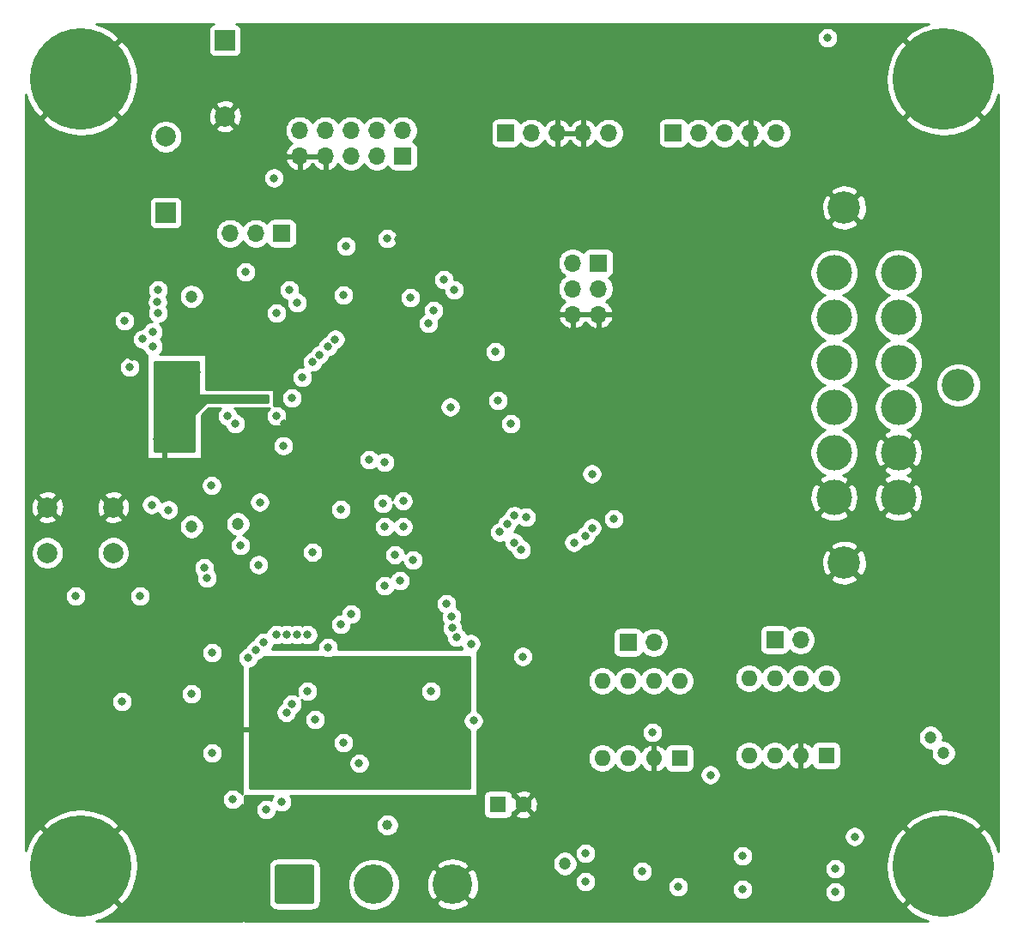
<source format=gbr>
%TF.GenerationSoftware,KiCad,Pcbnew,(5.1.8)-1*%
%TF.CreationDate,2021-11-01T21:13:11+01:00*%
%TF.ProjectId,Dashboard,44617368-626f-4617-9264-2e6b69636164,rev?*%
%TF.SameCoordinates,Original*%
%TF.FileFunction,Copper,L2,Inr*%
%TF.FilePolarity,Positive*%
%FSLAX46Y46*%
G04 Gerber Fmt 4.6, Leading zero omitted, Abs format (unit mm)*
G04 Created by KiCad (PCBNEW (5.1.8)-1) date 2021-11-01 21:13:11*
%MOMM*%
%LPD*%
G01*
G04 APERTURE LIST*
%TA.AperFunction,ComponentPad*%
%ADD10O,1.700000X1.700000*%
%TD*%
%TA.AperFunction,ComponentPad*%
%ADD11R,1.700000X1.700000*%
%TD*%
%TA.AperFunction,ComponentPad*%
%ADD12R,1.600000X1.600000*%
%TD*%
%TA.AperFunction,ComponentPad*%
%ADD13C,1.600000*%
%TD*%
%TA.AperFunction,ComponentPad*%
%ADD14C,10.000000*%
%TD*%
%TA.AperFunction,ComponentPad*%
%ADD15C,0.900000*%
%TD*%
%TA.AperFunction,ComponentPad*%
%ADD16C,3.900000*%
%TD*%
%TA.AperFunction,ComponentPad*%
%ADD17C,3.500000*%
%TD*%
%TA.AperFunction,ComponentPad*%
%ADD18C,3.200000*%
%TD*%
%TA.AperFunction,ComponentPad*%
%ADD19C,2.000000*%
%TD*%
%TA.AperFunction,ComponentPad*%
%ADD20O,1.600000X1.600000*%
%TD*%
%TA.AperFunction,ComponentPad*%
%ADD21R,2.000000X2.000000*%
%TD*%
%TA.AperFunction,ViaPad*%
%ADD22C,0.800000*%
%TD*%
%TA.AperFunction,ViaPad*%
%ADD23C,1.000000*%
%TD*%
%TA.AperFunction,ViaPad*%
%ADD24C,1.200000*%
%TD*%
%TA.AperFunction,Conductor*%
%ADD25C,0.500000*%
%TD*%
%TA.AperFunction,Conductor*%
%ADD26C,0.254000*%
%TD*%
%TA.AperFunction,Conductor*%
%ADD27C,0.100000*%
%TD*%
G04 APERTURE END LIST*
D10*
%TO.N,+5V*%
%TO.C,J2*%
X241808000Y-26162000D03*
%TO.N,GND*%
X239268000Y-26162000D03*
%TO.N,+12V*%
X236728000Y-26162000D03*
%TO.N,Net-(J2-Pad2)*%
X234188000Y-26162000D03*
D11*
%TO.N,Net-(J2-Pad1)*%
X231648000Y-26162000D03*
%TD*%
%TO.N,Net-(J1-Pad1)*%
%TO.C,J1*%
X215138000Y-26162000D03*
D10*
%TO.N,+12V*%
X217678000Y-26162000D03*
%TO.N,GND*%
X220218000Y-26162000D03*
X222758000Y-26162000D03*
%TO.N,+3V3*%
X225298000Y-26162000D03*
%TD*%
D12*
%TO.N,+3.3VA*%
%TO.C,C6*%
X214376000Y-92456000D03*
D13*
%TO.N,GND*%
X216876000Y-92456000D03*
%TD*%
D14*
%TO.N,GND*%
%TO.C,H1*%
X173228000Y-20828000D03*
D15*
X176978000Y-20828000D03*
X175879650Y-23479650D03*
X173228000Y-24578000D03*
X170576350Y-23479650D03*
X169478000Y-20828000D03*
X170576350Y-18176350D03*
X173228000Y-17078000D03*
X175879650Y-18176350D03*
%TD*%
%TO.N,GND*%
%TO.C,H2*%
X175879650Y-95900350D03*
X173228000Y-94802000D03*
X170576350Y-95900350D03*
X169478000Y-98552000D03*
X170576350Y-101203650D03*
X173228000Y-102302000D03*
X175879650Y-101203650D03*
X176978000Y-98552000D03*
D14*
X173228000Y-98552000D03*
%TD*%
D15*
%TO.N,GND*%
%TO.C,H3*%
X260969650Y-18176350D03*
X258318000Y-17078000D03*
X255666350Y-18176350D03*
X254568000Y-20828000D03*
X255666350Y-23479650D03*
X258318000Y-24578000D03*
X260969650Y-23479650D03*
X262068000Y-20828000D03*
D14*
X258318000Y-20828000D03*
%TD*%
%TO.N,GND*%
%TO.C,H4*%
X258318000Y-98552000D03*
D15*
X262068000Y-98552000D03*
X260969650Y-101203650D03*
X258318000Y-102302000D03*
X255666350Y-101203650D03*
X254568000Y-98552000D03*
X255666350Y-95900350D03*
X258318000Y-94802000D03*
X260969650Y-95900350D03*
%TD*%
%TO.N,LED_DATA*%
%TO.C,J3*%
%TA.AperFunction,ComponentPad*%
G36*
G01*
X192360000Y-102029999D02*
X192360000Y-98630001D01*
G75*
G02*
X192610001Y-98380000I250001J0D01*
G01*
X196009999Y-98380000D01*
G75*
G02*
X196260000Y-98630001I0J-250001D01*
G01*
X196260000Y-102029999D01*
G75*
G02*
X196009999Y-102280000I-250001J0D01*
G01*
X192610001Y-102280000D01*
G75*
G02*
X192360000Y-102029999I0J250001D01*
G01*
G37*
%TD.AperFunction*%
D16*
%TO.N,+5V*%
X202110000Y-100330000D03*
%TO.N,GND*%
X209910000Y-100330000D03*
%TD*%
D17*
%TO.N,+3V3*%
%TO.C,J4*%
X253873000Y-39954000D03*
%TO.N,CAN_H1*%
X247523000Y-39954000D03*
%TO.N,+5V*%
X253873000Y-44394000D03*
%TO.N,CAN_L1*%
X247523000Y-44394000D03*
%TO.N,+12V*%
X253873000Y-48834000D03*
%TO.N,CAN_H2*%
X247523000Y-48834000D03*
%TO.N,+12V*%
X253873000Y-53274000D03*
%TO.N,CAN_L2*%
X247523000Y-53274000D03*
%TO.N,GND*%
X253873000Y-57714000D03*
%TO.N,Net-(J4-Pad5)*%
X247523000Y-57714000D03*
%TO.N,GND*%
X253873000Y-62154000D03*
X247523000Y-62154000D03*
D18*
X248524000Y-68584000D03*
X248524000Y-33524000D03*
%TO.N,Net-(J4-Pad13)*%
X259763000Y-51054000D03*
%TD*%
D10*
%TO.N,BAOFENG_OUT_5*%
%TO.C,J5*%
X194818000Y-25908000D03*
%TO.N,GND*%
X194818000Y-28448000D03*
%TO.N,BAOFENG_OUT_4*%
X197358000Y-25908000D03*
%TO.N,GND*%
X197358000Y-28448000D03*
%TO.N,BAOFENG_OUT_3*%
X199898000Y-25908000D03*
%TO.N,+12V*%
X199898000Y-28448000D03*
%TO.N,BAOFENG_OUT_2*%
X202438000Y-25908000D03*
%TO.N,+5V*%
X202438000Y-28448000D03*
%TO.N,BAOFENG_OUT_1*%
X204978000Y-25908000D03*
D11*
%TO.N,+3V3*%
X204978000Y-28448000D03*
%TD*%
%TO.N,Net-(JP1-Pad1)*%
%TO.C,JP1*%
X193040000Y-36068000D03*
D10*
%TO.N,Net-(JP1-Pad2)*%
X190500000Y-36068000D03*
%TO.N,Net-(JP1-Pad3)*%
X187960000Y-36068000D03*
%TD*%
%TO.N,CAN_H1*%
%TO.C,JP2*%
X229743000Y-76454000D03*
D11*
%TO.N,Net-(JP2-Pad1)*%
X227203000Y-76454000D03*
%TD*%
D10*
%TO.N,CAN_H2*%
%TO.C,JP3*%
X244221000Y-76200000D03*
D11*
%TO.N,Net-(JP3-Pad1)*%
X241681000Y-76200000D03*
%TD*%
D19*
%TO.N,RST*%
%TO.C,SW1*%
X169926000Y-67619000D03*
%TO.N,GND*%
X169926000Y-63119000D03*
%TO.N,RST*%
X176426000Y-67619000D03*
%TO.N,GND*%
X176426000Y-63119000D03*
%TD*%
D20*
%TO.N,Net-(R16-Pad2)*%
%TO.C,U2*%
X232283000Y-80264000D03*
%TO.N,Net-(Q2-Pad3)*%
X224663000Y-87884000D03*
%TO.N,CAN_H1*%
X229743000Y-80264000D03*
%TO.N,+5V*%
X227203000Y-87884000D03*
%TO.N,CAN_L1*%
X227203000Y-80264000D03*
%TO.N,GND*%
X229743000Y-87884000D03*
%TO.N,Net-(U2-Pad5)*%
X224663000Y-80264000D03*
D12*
%TO.N,Net-(Q1-Pad3)*%
X232283000Y-87884000D03*
%TD*%
%TO.N,Net-(Q3-Pad3)*%
%TO.C,U3*%
X246761000Y-87630000D03*
D20*
%TO.N,Net-(U3-Pad5)*%
X239141000Y-80010000D03*
%TO.N,GND*%
X244221000Y-87630000D03*
%TO.N,CAN_L2*%
X241681000Y-80010000D03*
%TO.N,+5V*%
X241681000Y-87630000D03*
%TO.N,CAN_H2*%
X244221000Y-80010000D03*
%TO.N,Net-(Q4-Pad3)*%
X239141000Y-87630000D03*
%TO.N,Net-(R15-Pad2)*%
X246761000Y-80010000D03*
%TD*%
D19*
%TO.N,Net-(C16-Pad2)*%
%TO.C,C16*%
X181610000Y-26536000D03*
D21*
%TO.N,VBAT*%
X181610000Y-34036000D03*
%TD*%
%TO.N,Net-(C16-Pad2)*%
%TO.C,C18*%
X187452000Y-17018000D03*
D19*
%TO.N,GND*%
X187452000Y-24518000D03*
%TD*%
D11*
%TO.N,RST*%
%TO.C,J7*%
X224282000Y-38989000D03*
D10*
%TO.N,SWDCLK*%
X221742000Y-38989000D03*
%TO.N,SWIM*%
X224282000Y-41529000D03*
%TO.N,SWDIO*%
X221742000Y-41529000D03*
%TO.N,GND*%
X224282000Y-44069000D03*
X221742000Y-44069000D03*
%TD*%
D22*
%TO.N,GND*%
X180721000Y-56388000D03*
X184658000Y-49784000D03*
%TO.N,+3V3*%
X177292000Y-82296000D03*
X179070000Y-71882000D03*
X172720000Y-71882000D03*
D23*
X203454000Y-94488000D03*
D22*
%TO.N,GND*%
X211074000Y-65532000D03*
X208534000Y-80010000D03*
D24*
X190500000Y-86614000D03*
D22*
X199136000Y-58928000D03*
X182626000Y-75438000D03*
X172720000Y-88392000D03*
X204564188Y-36660883D03*
X178308000Y-48260000D03*
X193294000Y-54864000D03*
X204343000Y-88646000D03*
X203962000Y-79756000D03*
X208719056Y-88596531D03*
X207264000Y-58039000D03*
X227457000Y-67056000D03*
X192527347Y-48886000D03*
X184404000Y-40894000D03*
X177673000Y-37338000D03*
X177673000Y-38608000D03*
X246841000Y-22399000D03*
X218948000Y-41275000D03*
X190373000Y-31496000D03*
%TO.N,+3V3*%
X195580000Y-81280000D03*
X207772000Y-81280000D03*
X205024000Y-62484000D03*
X201676000Y-58420000D03*
X205024000Y-65024000D03*
X189484000Y-39878000D03*
X203454000Y-36576000D03*
X178054000Y-49276000D03*
X209681653Y-53217653D03*
X211709000Y-76581000D03*
D24*
X220980000Y-98298000D03*
D22*
X223647000Y-59817000D03*
X181864000Y-63373000D03*
X190881000Y-62611000D03*
D24*
X184150000Y-42291000D03*
D22*
X210058000Y-41656000D03*
X246888000Y-16764000D03*
X192278000Y-30607000D03*
X214122000Y-47752000D03*
X249555000Y-95631000D03*
%TO.N,/FMC_SDNRAS*%
X198883378Y-63334368D03*
X198882000Y-74676000D03*
%TO.N,/FMC_A6*%
X196083347Y-67559347D03*
X191262000Y-76454000D03*
%TO.N,/FMC_A3*%
X192532000Y-75692000D03*
X196088000Y-48768000D03*
%TO.N,+3.3VA*%
X193201261Y-57037853D03*
X199136000Y-86360000D03*
X200686000Y-88392000D03*
D24*
X184150000Y-65024000D03*
X188722000Y-64770000D03*
D22*
%TO.N,/FMC_A0*%
X195593959Y-75705959D03*
X198319108Y-46536892D03*
%TO.N,/FMC_A1*%
X194573306Y-75701306D03*
X197612000Y-47244000D03*
%TO.N,/FMC_A2*%
X193552653Y-75696653D03*
X196795108Y-48060892D03*
D24*
%TO.N,+5V*%
X257048000Y-85852000D03*
X258318000Y-87376000D03*
D22*
%TO.N,CAN_1_1*%
X228600000Y-99060000D03*
X232156000Y-100584000D03*
%TO.N,CAN_1_2*%
X223012000Y-97282000D03*
X223012000Y-100076000D03*
%TO.N,CAN_2_1*%
X247650000Y-98806000D03*
X247650000Y-101092000D03*
%TO.N,CAN_2_2*%
X238506000Y-100838000D03*
X238506000Y-97536000D03*
X229616000Y-85344000D03*
X235331000Y-89535000D03*
%TO.N,/FMC_D0*%
X210312000Y-75946000D03*
X215646000Y-54864000D03*
%TO.N,/FMC_D1*%
X209864786Y-75051571D03*
X214376000Y-52578000D03*
%TO.N,/FMC_D2*%
X209804000Y-73914000D03*
X208026000Y-43688000D03*
%TO.N,/FMC_D3*%
X209296000Y-72644000D03*
X207518000Y-44958000D03*
%TO.N,/FMC_D4*%
X205994000Y-68326000D03*
X203024000Y-62738000D03*
%TO.N,/FMC_D5*%
X203200000Y-65024000D03*
X204697000Y-70360703D03*
%TO.N,/FMC_D6*%
X203204653Y-70870653D03*
X204211347Y-67813347D03*
%TO.N,/FMC_BA0*%
X197612000Y-76962000D03*
X203200000Y-58674000D03*
%TO.N,/FMC_A4*%
X194056000Y-52324000D03*
X189738000Y-77978000D03*
%TO.N,/FMC_A5*%
X195072000Y-50292000D03*
X190500000Y-77216000D03*
%TO.N,/FMC_A7*%
X193040000Y-92202000D03*
X186182000Y-87376000D03*
%TO.N,/FMC_A8*%
X191516000Y-92964000D03*
X188209347Y-91952653D03*
%TO.N,/FMC_SDNWE*%
X193501299Y-83382051D03*
X187706000Y-54102000D03*
%TO.N,/FMC_SDCAS*%
X199898000Y-73660000D03*
X199136000Y-42164000D03*
%TO.N,/FMC_SDNE0*%
X188468000Y-54864000D03*
X194056000Y-82550000D03*
%TO.N,/FMC_SDCKE0*%
X186117979Y-60960000D03*
X185674000Y-70104000D03*
%TO.N,/FMC_SDCLK*%
X211955527Y-84193527D03*
X216821010Y-77851000D03*
%TO.N,/D_QUADSPI_BK1_IO2*%
X180848000Y-43942000D03*
%TO.N,/D_POWER_DOWN*%
X177546000Y-44704000D03*
X192532000Y-54102000D03*
X180848000Y-41656000D03*
%TO.N,/D_QUADSPI_NCS*%
X192532000Y-43942000D03*
%TO.N,/D_QUADSPI_BK1_IO0*%
X180340000Y-45794000D03*
%TO.N,/D_QUADSPI_BK1_IO1*%
X179324000Y-46519000D03*
%TO.N,/D_QUADSPI_CLK*%
X180340000Y-47244000D03*
%TO.N,/SD_CARD_DETECT*%
X186182000Y-77470000D03*
X184150000Y-81534000D03*
%TO.N,/SD_MOSI*%
X188976000Y-66896990D03*
X190754000Y-68797000D03*
%TO.N,/FMC_NBL0*%
X196342000Y-84074000D03*
X194564000Y-42926000D03*
%TO.N,/FMC_NBL1*%
X193802000Y-41656000D03*
X185392979Y-69088000D03*
%TO.N,/D_QUADSPI_BK1_IO3*%
X180788870Y-42857565D03*
%TO.N,CAN_2_1*%
X215260010Y-64773944D03*
%TO.N,CAN_2_2*%
X214535010Y-65567590D03*
%TO.N,SWIM*%
X209042000Y-40640000D03*
X199390000Y-37338000D03*
%TO.N,RST*%
X205740000Y-42418000D03*
X180213000Y-62865000D03*
%TO.N,/FLASH_MOSI*%
X223647000Y-65151000D03*
X217159008Y-64092940D03*
%TO.N,/FLASH_MISO*%
X223006814Y-65919223D03*
X215985010Y-63944248D03*
%TO.N,/FLASH_CS*%
X215985010Y-66586198D03*
X221869000Y-66591529D03*
%TO.N,/FLASH_SCK*%
X225806000Y-64262000D03*
X216668106Y-67316529D03*
%TD*%
D25*
%TO.N,GND*%
X188722000Y-85090000D02*
X190500000Y-85090000D01*
X181483000Y-57277000D02*
X181483000Y-58801000D01*
%TD*%
D26*
%TO.N,GND*%
X184785000Y-51943000D02*
X184787440Y-51967776D01*
X184794667Y-51991601D01*
X184806403Y-52013557D01*
X184822197Y-52032803D01*
X184841443Y-52048597D01*
X184863399Y-52060333D01*
X184887224Y-52067560D01*
X184912000Y-52070000D01*
X191643000Y-52070000D01*
X191643000Y-52705000D01*
X185674000Y-52705000D01*
X185649224Y-52707440D01*
X185625399Y-52714667D01*
X185603443Y-52726403D01*
X185584197Y-52742197D01*
X184441197Y-53885197D01*
X184425403Y-53904443D01*
X184413667Y-53926399D01*
X184406440Y-53950224D01*
X184404000Y-53975000D01*
X184404000Y-57531000D01*
X180467000Y-57531000D01*
X180467000Y-48768000D01*
X184785000Y-48768000D01*
X184785000Y-51943000D01*
%TA.AperFunction,Conductor*%
D27*
G36*
X184785000Y-51943000D02*
G01*
X184787440Y-51967776D01*
X184794667Y-51991601D01*
X184806403Y-52013557D01*
X184822197Y-52032803D01*
X184841443Y-52048597D01*
X184863399Y-52060333D01*
X184887224Y-52067560D01*
X184912000Y-52070000D01*
X191643000Y-52070000D01*
X191643000Y-52705000D01*
X185674000Y-52705000D01*
X185649224Y-52707440D01*
X185625399Y-52714667D01*
X185603443Y-52726403D01*
X185584197Y-52742197D01*
X184441197Y-53885197D01*
X184425403Y-53904443D01*
X184413667Y-53926399D01*
X184406440Y-53950224D01*
X184404000Y-53975000D01*
X184404000Y-57531000D01*
X180467000Y-57531000D01*
X180467000Y-48768000D01*
X184785000Y-48768000D01*
X184785000Y-51943000D01*
G37*
%TD.AperFunction*%
%TD*%
D26*
%TO.N,GND*%
X197121744Y-77879205D02*
X197310102Y-77957226D01*
X197510061Y-77997000D01*
X197713939Y-77997000D01*
X197913898Y-77957226D01*
X198102256Y-77879205D01*
X198144468Y-77851000D01*
X211582000Y-77851000D01*
X211582000Y-83227971D01*
X211465271Y-83276322D01*
X211295753Y-83389590D01*
X211151590Y-83533753D01*
X211038322Y-83703271D01*
X210960301Y-83891629D01*
X210920527Y-84091588D01*
X210920527Y-84295466D01*
X210960301Y-84495425D01*
X211038322Y-84683783D01*
X211151590Y-84853301D01*
X211295753Y-84997464D01*
X211465271Y-85110732D01*
X211582000Y-85159083D01*
X211582000Y-90805000D01*
X189865000Y-90805000D01*
X189865000Y-88290061D01*
X199651000Y-88290061D01*
X199651000Y-88493939D01*
X199690774Y-88693898D01*
X199768795Y-88882256D01*
X199882063Y-89051774D01*
X200026226Y-89195937D01*
X200195744Y-89309205D01*
X200384102Y-89387226D01*
X200584061Y-89427000D01*
X200787939Y-89427000D01*
X200987898Y-89387226D01*
X201176256Y-89309205D01*
X201345774Y-89195937D01*
X201489937Y-89051774D01*
X201603205Y-88882256D01*
X201681226Y-88693898D01*
X201721000Y-88493939D01*
X201721000Y-88290061D01*
X201681226Y-88090102D01*
X201603205Y-87901744D01*
X201489937Y-87732226D01*
X201345774Y-87588063D01*
X201176256Y-87474795D01*
X200987898Y-87396774D01*
X200787939Y-87357000D01*
X200584061Y-87357000D01*
X200384102Y-87396774D01*
X200195744Y-87474795D01*
X200026226Y-87588063D01*
X199882063Y-87732226D01*
X199768795Y-87901744D01*
X199690774Y-88090102D01*
X199651000Y-88290061D01*
X189865000Y-88290061D01*
X189865000Y-86258061D01*
X198101000Y-86258061D01*
X198101000Y-86461939D01*
X198140774Y-86661898D01*
X198218795Y-86850256D01*
X198332063Y-87019774D01*
X198476226Y-87163937D01*
X198645744Y-87277205D01*
X198834102Y-87355226D01*
X199034061Y-87395000D01*
X199237939Y-87395000D01*
X199437898Y-87355226D01*
X199626256Y-87277205D01*
X199795774Y-87163937D01*
X199939937Y-87019774D01*
X200053205Y-86850256D01*
X200131226Y-86661898D01*
X200171000Y-86461939D01*
X200171000Y-86258061D01*
X200131226Y-86058102D01*
X200053205Y-85869744D01*
X199939937Y-85700226D01*
X199795774Y-85556063D01*
X199626256Y-85442795D01*
X199437898Y-85364774D01*
X199237939Y-85325000D01*
X199034061Y-85325000D01*
X198834102Y-85364774D01*
X198645744Y-85442795D01*
X198476226Y-85556063D01*
X198332063Y-85700226D01*
X198218795Y-85869744D01*
X198140774Y-86058102D01*
X198101000Y-86258061D01*
X189865000Y-86258061D01*
X189865000Y-83280112D01*
X192466299Y-83280112D01*
X192466299Y-83483990D01*
X192506073Y-83683949D01*
X192584094Y-83872307D01*
X192697362Y-84041825D01*
X192841525Y-84185988D01*
X193011043Y-84299256D01*
X193199401Y-84377277D01*
X193399360Y-84417051D01*
X193603238Y-84417051D01*
X193803197Y-84377277D01*
X193991555Y-84299256D01*
X194161073Y-84185988D01*
X194305236Y-84041825D01*
X194351850Y-83972061D01*
X195307000Y-83972061D01*
X195307000Y-84175939D01*
X195346774Y-84375898D01*
X195424795Y-84564256D01*
X195538063Y-84733774D01*
X195682226Y-84877937D01*
X195851744Y-84991205D01*
X196040102Y-85069226D01*
X196240061Y-85109000D01*
X196443939Y-85109000D01*
X196643898Y-85069226D01*
X196832256Y-84991205D01*
X197001774Y-84877937D01*
X197145937Y-84733774D01*
X197259205Y-84564256D01*
X197337226Y-84375898D01*
X197377000Y-84175939D01*
X197377000Y-83972061D01*
X197337226Y-83772102D01*
X197259205Y-83583744D01*
X197145937Y-83414226D01*
X197001774Y-83270063D01*
X196832256Y-83156795D01*
X196643898Y-83078774D01*
X196443939Y-83039000D01*
X196240061Y-83039000D01*
X196040102Y-83078774D01*
X195851744Y-83156795D01*
X195682226Y-83270063D01*
X195538063Y-83414226D01*
X195424795Y-83583744D01*
X195346774Y-83772102D01*
X195307000Y-83972061D01*
X194351850Y-83972061D01*
X194418504Y-83872307D01*
X194496525Y-83683949D01*
X194536299Y-83483990D01*
X194536299Y-83471329D01*
X194546256Y-83467205D01*
X194715774Y-83353937D01*
X194859937Y-83209774D01*
X194973205Y-83040256D01*
X195051226Y-82851898D01*
X195091000Y-82651939D01*
X195091000Y-82448061D01*
X195051226Y-82248102D01*
X195007335Y-82142141D01*
X195089744Y-82197205D01*
X195278102Y-82275226D01*
X195478061Y-82315000D01*
X195681939Y-82315000D01*
X195881898Y-82275226D01*
X196070256Y-82197205D01*
X196239774Y-82083937D01*
X196383937Y-81939774D01*
X196497205Y-81770256D01*
X196575226Y-81581898D01*
X196615000Y-81381939D01*
X196615000Y-81178061D01*
X206737000Y-81178061D01*
X206737000Y-81381939D01*
X206776774Y-81581898D01*
X206854795Y-81770256D01*
X206968063Y-81939774D01*
X207112226Y-82083937D01*
X207281744Y-82197205D01*
X207470102Y-82275226D01*
X207670061Y-82315000D01*
X207873939Y-82315000D01*
X208073898Y-82275226D01*
X208262256Y-82197205D01*
X208431774Y-82083937D01*
X208575937Y-81939774D01*
X208689205Y-81770256D01*
X208767226Y-81581898D01*
X208807000Y-81381939D01*
X208807000Y-81178061D01*
X208767226Y-80978102D01*
X208689205Y-80789744D01*
X208575937Y-80620226D01*
X208431774Y-80476063D01*
X208262256Y-80362795D01*
X208073898Y-80284774D01*
X207873939Y-80245000D01*
X207670061Y-80245000D01*
X207470102Y-80284774D01*
X207281744Y-80362795D01*
X207112226Y-80476063D01*
X206968063Y-80620226D01*
X206854795Y-80789744D01*
X206776774Y-80978102D01*
X206737000Y-81178061D01*
X196615000Y-81178061D01*
X196575226Y-80978102D01*
X196497205Y-80789744D01*
X196383937Y-80620226D01*
X196239774Y-80476063D01*
X196070256Y-80362795D01*
X195881898Y-80284774D01*
X195681939Y-80245000D01*
X195478061Y-80245000D01*
X195278102Y-80284774D01*
X195089744Y-80362795D01*
X194920226Y-80476063D01*
X194776063Y-80620226D01*
X194662795Y-80789744D01*
X194584774Y-80978102D01*
X194545000Y-81178061D01*
X194545000Y-81381939D01*
X194584774Y-81581898D01*
X194628665Y-81687859D01*
X194546256Y-81632795D01*
X194357898Y-81554774D01*
X194157939Y-81515000D01*
X193954061Y-81515000D01*
X193754102Y-81554774D01*
X193565744Y-81632795D01*
X193396226Y-81746063D01*
X193252063Y-81890226D01*
X193138795Y-82059744D01*
X193060774Y-82248102D01*
X193021000Y-82448061D01*
X193021000Y-82460722D01*
X193011043Y-82464846D01*
X192841525Y-82578114D01*
X192697362Y-82722277D01*
X192584094Y-82891795D01*
X192506073Y-83080153D01*
X192466299Y-83280112D01*
X189865000Y-83280112D01*
X189865000Y-79008015D01*
X190039898Y-78973226D01*
X190228256Y-78895205D01*
X190397774Y-78781937D01*
X190541937Y-78637774D01*
X190655205Y-78468256D01*
X190733226Y-78279898D01*
X190744619Y-78222619D01*
X190801898Y-78211226D01*
X190990256Y-78133205D01*
X191159774Y-78019937D01*
X191303937Y-77875774D01*
X191320490Y-77851000D01*
X197079532Y-77851000D01*
X197121744Y-77879205D01*
%TA.AperFunction,Conductor*%
D27*
G36*
X197121744Y-77879205D02*
G01*
X197310102Y-77957226D01*
X197510061Y-77997000D01*
X197713939Y-77997000D01*
X197913898Y-77957226D01*
X198102256Y-77879205D01*
X198144468Y-77851000D01*
X211582000Y-77851000D01*
X211582000Y-83227971D01*
X211465271Y-83276322D01*
X211295753Y-83389590D01*
X211151590Y-83533753D01*
X211038322Y-83703271D01*
X210960301Y-83891629D01*
X210920527Y-84091588D01*
X210920527Y-84295466D01*
X210960301Y-84495425D01*
X211038322Y-84683783D01*
X211151590Y-84853301D01*
X211295753Y-84997464D01*
X211465271Y-85110732D01*
X211582000Y-85159083D01*
X211582000Y-90805000D01*
X189865000Y-90805000D01*
X189865000Y-88290061D01*
X199651000Y-88290061D01*
X199651000Y-88493939D01*
X199690774Y-88693898D01*
X199768795Y-88882256D01*
X199882063Y-89051774D01*
X200026226Y-89195937D01*
X200195744Y-89309205D01*
X200384102Y-89387226D01*
X200584061Y-89427000D01*
X200787939Y-89427000D01*
X200987898Y-89387226D01*
X201176256Y-89309205D01*
X201345774Y-89195937D01*
X201489937Y-89051774D01*
X201603205Y-88882256D01*
X201681226Y-88693898D01*
X201721000Y-88493939D01*
X201721000Y-88290061D01*
X201681226Y-88090102D01*
X201603205Y-87901744D01*
X201489937Y-87732226D01*
X201345774Y-87588063D01*
X201176256Y-87474795D01*
X200987898Y-87396774D01*
X200787939Y-87357000D01*
X200584061Y-87357000D01*
X200384102Y-87396774D01*
X200195744Y-87474795D01*
X200026226Y-87588063D01*
X199882063Y-87732226D01*
X199768795Y-87901744D01*
X199690774Y-88090102D01*
X199651000Y-88290061D01*
X189865000Y-88290061D01*
X189865000Y-86258061D01*
X198101000Y-86258061D01*
X198101000Y-86461939D01*
X198140774Y-86661898D01*
X198218795Y-86850256D01*
X198332063Y-87019774D01*
X198476226Y-87163937D01*
X198645744Y-87277205D01*
X198834102Y-87355226D01*
X199034061Y-87395000D01*
X199237939Y-87395000D01*
X199437898Y-87355226D01*
X199626256Y-87277205D01*
X199795774Y-87163937D01*
X199939937Y-87019774D01*
X200053205Y-86850256D01*
X200131226Y-86661898D01*
X200171000Y-86461939D01*
X200171000Y-86258061D01*
X200131226Y-86058102D01*
X200053205Y-85869744D01*
X199939937Y-85700226D01*
X199795774Y-85556063D01*
X199626256Y-85442795D01*
X199437898Y-85364774D01*
X199237939Y-85325000D01*
X199034061Y-85325000D01*
X198834102Y-85364774D01*
X198645744Y-85442795D01*
X198476226Y-85556063D01*
X198332063Y-85700226D01*
X198218795Y-85869744D01*
X198140774Y-86058102D01*
X198101000Y-86258061D01*
X189865000Y-86258061D01*
X189865000Y-83280112D01*
X192466299Y-83280112D01*
X192466299Y-83483990D01*
X192506073Y-83683949D01*
X192584094Y-83872307D01*
X192697362Y-84041825D01*
X192841525Y-84185988D01*
X193011043Y-84299256D01*
X193199401Y-84377277D01*
X193399360Y-84417051D01*
X193603238Y-84417051D01*
X193803197Y-84377277D01*
X193991555Y-84299256D01*
X194161073Y-84185988D01*
X194305236Y-84041825D01*
X194351850Y-83972061D01*
X195307000Y-83972061D01*
X195307000Y-84175939D01*
X195346774Y-84375898D01*
X195424795Y-84564256D01*
X195538063Y-84733774D01*
X195682226Y-84877937D01*
X195851744Y-84991205D01*
X196040102Y-85069226D01*
X196240061Y-85109000D01*
X196443939Y-85109000D01*
X196643898Y-85069226D01*
X196832256Y-84991205D01*
X197001774Y-84877937D01*
X197145937Y-84733774D01*
X197259205Y-84564256D01*
X197337226Y-84375898D01*
X197377000Y-84175939D01*
X197377000Y-83972061D01*
X197337226Y-83772102D01*
X197259205Y-83583744D01*
X197145937Y-83414226D01*
X197001774Y-83270063D01*
X196832256Y-83156795D01*
X196643898Y-83078774D01*
X196443939Y-83039000D01*
X196240061Y-83039000D01*
X196040102Y-83078774D01*
X195851744Y-83156795D01*
X195682226Y-83270063D01*
X195538063Y-83414226D01*
X195424795Y-83583744D01*
X195346774Y-83772102D01*
X195307000Y-83972061D01*
X194351850Y-83972061D01*
X194418504Y-83872307D01*
X194496525Y-83683949D01*
X194536299Y-83483990D01*
X194536299Y-83471329D01*
X194546256Y-83467205D01*
X194715774Y-83353937D01*
X194859937Y-83209774D01*
X194973205Y-83040256D01*
X195051226Y-82851898D01*
X195091000Y-82651939D01*
X195091000Y-82448061D01*
X195051226Y-82248102D01*
X195007335Y-82142141D01*
X195089744Y-82197205D01*
X195278102Y-82275226D01*
X195478061Y-82315000D01*
X195681939Y-82315000D01*
X195881898Y-82275226D01*
X196070256Y-82197205D01*
X196239774Y-82083937D01*
X196383937Y-81939774D01*
X196497205Y-81770256D01*
X196575226Y-81581898D01*
X196615000Y-81381939D01*
X196615000Y-81178061D01*
X206737000Y-81178061D01*
X206737000Y-81381939D01*
X206776774Y-81581898D01*
X206854795Y-81770256D01*
X206968063Y-81939774D01*
X207112226Y-82083937D01*
X207281744Y-82197205D01*
X207470102Y-82275226D01*
X207670061Y-82315000D01*
X207873939Y-82315000D01*
X208073898Y-82275226D01*
X208262256Y-82197205D01*
X208431774Y-82083937D01*
X208575937Y-81939774D01*
X208689205Y-81770256D01*
X208767226Y-81581898D01*
X208807000Y-81381939D01*
X208807000Y-81178061D01*
X208767226Y-80978102D01*
X208689205Y-80789744D01*
X208575937Y-80620226D01*
X208431774Y-80476063D01*
X208262256Y-80362795D01*
X208073898Y-80284774D01*
X207873939Y-80245000D01*
X207670061Y-80245000D01*
X207470102Y-80284774D01*
X207281744Y-80362795D01*
X207112226Y-80476063D01*
X206968063Y-80620226D01*
X206854795Y-80789744D01*
X206776774Y-80978102D01*
X206737000Y-81178061D01*
X196615000Y-81178061D01*
X196575226Y-80978102D01*
X196497205Y-80789744D01*
X196383937Y-80620226D01*
X196239774Y-80476063D01*
X196070256Y-80362795D01*
X195881898Y-80284774D01*
X195681939Y-80245000D01*
X195478061Y-80245000D01*
X195278102Y-80284774D01*
X195089744Y-80362795D01*
X194920226Y-80476063D01*
X194776063Y-80620226D01*
X194662795Y-80789744D01*
X194584774Y-80978102D01*
X194545000Y-81178061D01*
X194545000Y-81381939D01*
X194584774Y-81581898D01*
X194628665Y-81687859D01*
X194546256Y-81632795D01*
X194357898Y-81554774D01*
X194157939Y-81515000D01*
X193954061Y-81515000D01*
X193754102Y-81554774D01*
X193565744Y-81632795D01*
X193396226Y-81746063D01*
X193252063Y-81890226D01*
X193138795Y-82059744D01*
X193060774Y-82248102D01*
X193021000Y-82448061D01*
X193021000Y-82460722D01*
X193011043Y-82464846D01*
X192841525Y-82578114D01*
X192697362Y-82722277D01*
X192584094Y-82891795D01*
X192506073Y-83080153D01*
X192466299Y-83280112D01*
X189865000Y-83280112D01*
X189865000Y-79008015D01*
X190039898Y-78973226D01*
X190228256Y-78895205D01*
X190397774Y-78781937D01*
X190541937Y-78637774D01*
X190655205Y-78468256D01*
X190733226Y-78279898D01*
X190744619Y-78222619D01*
X190801898Y-78211226D01*
X190990256Y-78133205D01*
X191159774Y-78019937D01*
X191303937Y-77875774D01*
X191320490Y-77851000D01*
X197079532Y-77851000D01*
X197121744Y-77879205D01*
G37*
%TD.AperFunction*%
%TD*%
D26*
%TO.N,GND*%
X186327518Y-15392188D02*
X186207820Y-15428498D01*
X186097506Y-15487463D01*
X186000815Y-15566815D01*
X185921463Y-15663506D01*
X185862498Y-15773820D01*
X185826188Y-15893518D01*
X185813928Y-16018000D01*
X185813928Y-18018000D01*
X185826188Y-18142482D01*
X185862498Y-18262180D01*
X185921463Y-18372494D01*
X186000815Y-18469185D01*
X186097506Y-18548537D01*
X186207820Y-18607502D01*
X186327518Y-18643812D01*
X186452000Y-18656072D01*
X188452000Y-18656072D01*
X188576482Y-18643812D01*
X188696180Y-18607502D01*
X188806494Y-18548537D01*
X188903185Y-18469185D01*
X188982537Y-18372494D01*
X189041502Y-18262180D01*
X189077812Y-18142482D01*
X189090072Y-18018000D01*
X189090072Y-16662061D01*
X245853000Y-16662061D01*
X245853000Y-16865939D01*
X245892774Y-17065898D01*
X245970795Y-17254256D01*
X246084063Y-17423774D01*
X246228226Y-17567937D01*
X246397744Y-17681205D01*
X246586102Y-17759226D01*
X246786061Y-17799000D01*
X246989939Y-17799000D01*
X247189898Y-17759226D01*
X247378256Y-17681205D01*
X247547774Y-17567937D01*
X247691937Y-17423774D01*
X247805205Y-17254256D01*
X247883226Y-17065898D01*
X247923000Y-16865939D01*
X247923000Y-16662061D01*
X247883226Y-16462102D01*
X247805205Y-16273744D01*
X247691937Y-16104226D01*
X247547774Y-15960063D01*
X247378256Y-15846795D01*
X247189898Y-15768774D01*
X246989939Y-15729000D01*
X246786061Y-15729000D01*
X246586102Y-15768774D01*
X246397744Y-15846795D01*
X246228226Y-15960063D01*
X246084063Y-16104226D01*
X245970795Y-16273744D01*
X245892774Y-16462102D01*
X245853000Y-16662061D01*
X189090072Y-16662061D01*
X189090072Y-16018000D01*
X189077812Y-15893518D01*
X189041502Y-15773820D01*
X188982537Y-15663506D01*
X188903185Y-15566815D01*
X188806494Y-15487463D01*
X188696180Y-15428498D01*
X188576482Y-15392188D01*
X188574573Y-15392000D01*
X256832434Y-15392000D01*
X256239536Y-15561006D01*
X255251933Y-16067698D01*
X255093387Y-16173635D01*
X254517266Y-16847661D01*
X258318000Y-20648395D01*
X258332143Y-20634253D01*
X258511748Y-20813858D01*
X258497605Y-20828000D01*
X262298339Y-24628734D01*
X262972365Y-24052613D01*
X263512024Y-23082632D01*
X263754000Y-22330759D01*
X263754001Y-97066438D01*
X263584994Y-96473536D01*
X263078302Y-95485933D01*
X262972365Y-95327387D01*
X262298339Y-94751266D01*
X258497605Y-98552000D01*
X258511748Y-98566143D01*
X258332143Y-98745748D01*
X258318000Y-98731605D01*
X254517266Y-102532339D01*
X255093387Y-103206365D01*
X256063368Y-103746024D01*
X256815241Y-103988000D01*
X189357000Y-103988000D01*
X189357000Y-98630001D01*
X191721928Y-98630001D01*
X191721928Y-102029999D01*
X191738992Y-102203253D01*
X191789529Y-102369850D01*
X191871595Y-102523386D01*
X191982039Y-102657961D01*
X192116614Y-102768405D01*
X192270150Y-102850471D01*
X192436747Y-102901008D01*
X192610001Y-102918072D01*
X196009999Y-102918072D01*
X196183253Y-102901008D01*
X196349850Y-102850471D01*
X196503386Y-102768405D01*
X196637961Y-102657961D01*
X196748405Y-102523386D01*
X196830471Y-102369850D01*
X196881008Y-102203253D01*
X196898072Y-102029999D01*
X196898072Y-100075400D01*
X199525000Y-100075400D01*
X199525000Y-100584600D01*
X199624340Y-101084017D01*
X199819202Y-101554457D01*
X200102099Y-101977842D01*
X200462158Y-102337901D01*
X200885543Y-102620798D01*
X201355983Y-102815660D01*
X201855400Y-102915000D01*
X202364600Y-102915000D01*
X202864017Y-102815660D01*
X203334457Y-102620798D01*
X203757842Y-102337901D01*
X203953818Y-102141925D01*
X208277680Y-102141925D01*
X208487795Y-102503563D01*
X208939164Y-102739257D01*
X209427841Y-102882364D01*
X209935047Y-102927386D01*
X210441291Y-102872591D01*
X210927117Y-102720087D01*
X211332205Y-102503563D01*
X211542320Y-102141925D01*
X209910000Y-100509605D01*
X208277680Y-102141925D01*
X203953818Y-102141925D01*
X204117901Y-101977842D01*
X204400798Y-101554457D01*
X204595660Y-101084017D01*
X204695000Y-100584600D01*
X204695000Y-100355047D01*
X207312614Y-100355047D01*
X207367409Y-100861291D01*
X207519913Y-101347117D01*
X207736437Y-101752205D01*
X208098075Y-101962320D01*
X209730395Y-100330000D01*
X210089605Y-100330000D01*
X211721925Y-101962320D01*
X212083563Y-101752205D01*
X212319257Y-101300836D01*
X212462364Y-100812159D01*
X212507386Y-100304953D01*
X212471571Y-99974061D01*
X221977000Y-99974061D01*
X221977000Y-100177939D01*
X222016774Y-100377898D01*
X222094795Y-100566256D01*
X222208063Y-100735774D01*
X222352226Y-100879937D01*
X222521744Y-100993205D01*
X222710102Y-101071226D01*
X222910061Y-101111000D01*
X223113939Y-101111000D01*
X223313898Y-101071226D01*
X223502256Y-100993205D01*
X223671774Y-100879937D01*
X223815937Y-100735774D01*
X223929205Y-100566256D01*
X223964079Y-100482061D01*
X231121000Y-100482061D01*
X231121000Y-100685939D01*
X231160774Y-100885898D01*
X231238795Y-101074256D01*
X231352063Y-101243774D01*
X231496226Y-101387937D01*
X231665744Y-101501205D01*
X231854102Y-101579226D01*
X232054061Y-101619000D01*
X232257939Y-101619000D01*
X232457898Y-101579226D01*
X232646256Y-101501205D01*
X232815774Y-101387937D01*
X232959937Y-101243774D01*
X233073205Y-101074256D01*
X233151226Y-100885898D01*
X233181030Y-100736061D01*
X237471000Y-100736061D01*
X237471000Y-100939939D01*
X237510774Y-101139898D01*
X237588795Y-101328256D01*
X237702063Y-101497774D01*
X237846226Y-101641937D01*
X238015744Y-101755205D01*
X238204102Y-101833226D01*
X238404061Y-101873000D01*
X238607939Y-101873000D01*
X238807898Y-101833226D01*
X238996256Y-101755205D01*
X239165774Y-101641937D01*
X239309937Y-101497774D01*
X239423205Y-101328256D01*
X239501226Y-101139898D01*
X239531030Y-100990061D01*
X246615000Y-100990061D01*
X246615000Y-101193939D01*
X246654774Y-101393898D01*
X246732795Y-101582256D01*
X246846063Y-101751774D01*
X246990226Y-101895937D01*
X247159744Y-102009205D01*
X247348102Y-102087226D01*
X247548061Y-102127000D01*
X247751939Y-102127000D01*
X247951898Y-102087226D01*
X248140256Y-102009205D01*
X248309774Y-101895937D01*
X248453937Y-101751774D01*
X248567205Y-101582256D01*
X248645226Y-101393898D01*
X248685000Y-101193939D01*
X248685000Y-100990061D01*
X248645226Y-100790102D01*
X248567205Y-100601744D01*
X248453937Y-100432226D01*
X248309774Y-100288063D01*
X248140256Y-100174795D01*
X247951898Y-100096774D01*
X247751939Y-100057000D01*
X247548061Y-100057000D01*
X247348102Y-100096774D01*
X247159744Y-100174795D01*
X246990226Y-100288063D01*
X246846063Y-100432226D01*
X246732795Y-100601744D01*
X246654774Y-100790102D01*
X246615000Y-100990061D01*
X239531030Y-100990061D01*
X239541000Y-100939939D01*
X239541000Y-100736061D01*
X239501226Y-100536102D01*
X239423205Y-100347744D01*
X239309937Y-100178226D01*
X239165774Y-100034063D01*
X238996256Y-99920795D01*
X238807898Y-99842774D01*
X238607939Y-99803000D01*
X238404061Y-99803000D01*
X238204102Y-99842774D01*
X238015744Y-99920795D01*
X237846226Y-100034063D01*
X237702063Y-100178226D01*
X237588795Y-100347744D01*
X237510774Y-100536102D01*
X237471000Y-100736061D01*
X233181030Y-100736061D01*
X233191000Y-100685939D01*
X233191000Y-100482061D01*
X233151226Y-100282102D01*
X233073205Y-100093744D01*
X232959937Y-99924226D01*
X232815774Y-99780063D01*
X232646256Y-99666795D01*
X232457898Y-99588774D01*
X232257939Y-99549000D01*
X232054061Y-99549000D01*
X231854102Y-99588774D01*
X231665744Y-99666795D01*
X231496226Y-99780063D01*
X231352063Y-99924226D01*
X231238795Y-100093744D01*
X231160774Y-100282102D01*
X231121000Y-100482061D01*
X223964079Y-100482061D01*
X224007226Y-100377898D01*
X224047000Y-100177939D01*
X224047000Y-99974061D01*
X224007226Y-99774102D01*
X223929205Y-99585744D01*
X223815937Y-99416226D01*
X223671774Y-99272063D01*
X223502256Y-99158795D01*
X223313898Y-99080774D01*
X223113939Y-99041000D01*
X222910061Y-99041000D01*
X222710102Y-99080774D01*
X222521744Y-99158795D01*
X222352226Y-99272063D01*
X222208063Y-99416226D01*
X222094795Y-99585744D01*
X222016774Y-99774102D01*
X221977000Y-99974061D01*
X212471571Y-99974061D01*
X212452591Y-99798709D01*
X212300087Y-99312883D01*
X212083563Y-98907795D01*
X211721925Y-98697680D01*
X210089605Y-100330000D01*
X209730395Y-100330000D01*
X208098075Y-98697680D01*
X207736437Y-98907795D01*
X207500743Y-99359164D01*
X207357636Y-99847841D01*
X207312614Y-100355047D01*
X204695000Y-100355047D01*
X204695000Y-100075400D01*
X204595660Y-99575983D01*
X204400798Y-99105543D01*
X204117901Y-98682158D01*
X203953818Y-98518075D01*
X208277680Y-98518075D01*
X209910000Y-100150395D01*
X211542320Y-98518075D01*
X211343783Y-98176363D01*
X219745000Y-98176363D01*
X219745000Y-98419637D01*
X219792460Y-98658236D01*
X219885557Y-98882992D01*
X220020713Y-99085267D01*
X220192733Y-99257287D01*
X220395008Y-99392443D01*
X220619764Y-99485540D01*
X220858363Y-99533000D01*
X221101637Y-99533000D01*
X221340236Y-99485540D01*
X221564992Y-99392443D01*
X221767267Y-99257287D01*
X221939287Y-99085267D01*
X222024283Y-98958061D01*
X227565000Y-98958061D01*
X227565000Y-99161939D01*
X227604774Y-99361898D01*
X227682795Y-99550256D01*
X227796063Y-99719774D01*
X227940226Y-99863937D01*
X228109744Y-99977205D01*
X228298102Y-100055226D01*
X228498061Y-100095000D01*
X228701939Y-100095000D01*
X228901898Y-100055226D01*
X229090256Y-99977205D01*
X229259774Y-99863937D01*
X229403937Y-99719774D01*
X229517205Y-99550256D01*
X229595226Y-99361898D01*
X229635000Y-99161939D01*
X229635000Y-98958061D01*
X229595226Y-98758102D01*
X229572842Y-98704061D01*
X246615000Y-98704061D01*
X246615000Y-98907939D01*
X246654774Y-99107898D01*
X246732795Y-99296256D01*
X246846063Y-99465774D01*
X246990226Y-99609937D01*
X247159744Y-99723205D01*
X247348102Y-99801226D01*
X247548061Y-99841000D01*
X247751939Y-99841000D01*
X247951898Y-99801226D01*
X248140256Y-99723205D01*
X248309774Y-99609937D01*
X248453937Y-99465774D01*
X248567205Y-99296256D01*
X248645226Y-99107898D01*
X248685000Y-98907939D01*
X248685000Y-98704061D01*
X248645226Y-98504102D01*
X248625575Y-98456659D01*
X252656538Y-98456659D01*
X252746721Y-99562987D01*
X253051006Y-100630464D01*
X253557698Y-101618067D01*
X253663635Y-101776613D01*
X254337661Y-102352734D01*
X258138395Y-98552000D01*
X254337661Y-94751266D01*
X253663635Y-95327387D01*
X253123976Y-96297368D01*
X252783921Y-97353994D01*
X252656538Y-98456659D01*
X248625575Y-98456659D01*
X248567205Y-98315744D01*
X248453937Y-98146226D01*
X248309774Y-98002063D01*
X248140256Y-97888795D01*
X247951898Y-97810774D01*
X247751939Y-97771000D01*
X247548061Y-97771000D01*
X247348102Y-97810774D01*
X247159744Y-97888795D01*
X246990226Y-98002063D01*
X246846063Y-98146226D01*
X246732795Y-98315744D01*
X246654774Y-98504102D01*
X246615000Y-98704061D01*
X229572842Y-98704061D01*
X229517205Y-98569744D01*
X229403937Y-98400226D01*
X229259774Y-98256063D01*
X229090256Y-98142795D01*
X228901898Y-98064774D01*
X228701939Y-98025000D01*
X228498061Y-98025000D01*
X228298102Y-98064774D01*
X228109744Y-98142795D01*
X227940226Y-98256063D01*
X227796063Y-98400226D01*
X227682795Y-98569744D01*
X227604774Y-98758102D01*
X227565000Y-98958061D01*
X222024283Y-98958061D01*
X222074443Y-98882992D01*
X222167540Y-98658236D01*
X222215000Y-98419637D01*
X222215000Y-98176363D01*
X222167540Y-97937764D01*
X222105817Y-97788752D01*
X222208063Y-97941774D01*
X222352226Y-98085937D01*
X222521744Y-98199205D01*
X222710102Y-98277226D01*
X222910061Y-98317000D01*
X223113939Y-98317000D01*
X223313898Y-98277226D01*
X223502256Y-98199205D01*
X223671774Y-98085937D01*
X223815937Y-97941774D01*
X223929205Y-97772256D01*
X224007226Y-97583898D01*
X224037030Y-97434061D01*
X237471000Y-97434061D01*
X237471000Y-97637939D01*
X237510774Y-97837898D01*
X237588795Y-98026256D01*
X237702063Y-98195774D01*
X237846226Y-98339937D01*
X238015744Y-98453205D01*
X238204102Y-98531226D01*
X238404061Y-98571000D01*
X238607939Y-98571000D01*
X238807898Y-98531226D01*
X238996256Y-98453205D01*
X239165774Y-98339937D01*
X239309937Y-98195774D01*
X239423205Y-98026256D01*
X239501226Y-97837898D01*
X239541000Y-97637939D01*
X239541000Y-97434061D01*
X239501226Y-97234102D01*
X239423205Y-97045744D01*
X239309937Y-96876226D01*
X239165774Y-96732063D01*
X238996256Y-96618795D01*
X238807898Y-96540774D01*
X238607939Y-96501000D01*
X238404061Y-96501000D01*
X238204102Y-96540774D01*
X238015744Y-96618795D01*
X237846226Y-96732063D01*
X237702063Y-96876226D01*
X237588795Y-97045744D01*
X237510774Y-97234102D01*
X237471000Y-97434061D01*
X224037030Y-97434061D01*
X224047000Y-97383939D01*
X224047000Y-97180061D01*
X224007226Y-96980102D01*
X223929205Y-96791744D01*
X223815937Y-96622226D01*
X223671774Y-96478063D01*
X223502256Y-96364795D01*
X223313898Y-96286774D01*
X223113939Y-96247000D01*
X222910061Y-96247000D01*
X222710102Y-96286774D01*
X222521744Y-96364795D01*
X222352226Y-96478063D01*
X222208063Y-96622226D01*
X222094795Y-96791744D01*
X222016774Y-96980102D01*
X221977000Y-97180061D01*
X221977000Y-97383939D01*
X222016774Y-97583898D01*
X222063420Y-97696511D01*
X221939287Y-97510733D01*
X221767267Y-97338713D01*
X221564992Y-97203557D01*
X221340236Y-97110460D01*
X221101637Y-97063000D01*
X220858363Y-97063000D01*
X220619764Y-97110460D01*
X220395008Y-97203557D01*
X220192733Y-97338713D01*
X220020713Y-97510733D01*
X219885557Y-97713008D01*
X219792460Y-97937764D01*
X219745000Y-98176363D01*
X211343783Y-98176363D01*
X211332205Y-98156437D01*
X210880836Y-97920743D01*
X210392159Y-97777636D01*
X209884953Y-97732614D01*
X209378709Y-97787409D01*
X208892883Y-97939913D01*
X208487795Y-98156437D01*
X208277680Y-98518075D01*
X203953818Y-98518075D01*
X203757842Y-98322099D01*
X203334457Y-98039202D01*
X202864017Y-97844340D01*
X202364600Y-97745000D01*
X201855400Y-97745000D01*
X201355983Y-97844340D01*
X200885543Y-98039202D01*
X200462158Y-98322099D01*
X200102099Y-98682158D01*
X199819202Y-99105543D01*
X199624340Y-99575983D01*
X199525000Y-100075400D01*
X196898072Y-100075400D01*
X196898072Y-98630001D01*
X196881008Y-98456747D01*
X196830471Y-98290150D01*
X196748405Y-98136614D01*
X196637961Y-98002039D01*
X196503386Y-97891595D01*
X196349850Y-97809529D01*
X196183253Y-97758992D01*
X196009999Y-97741928D01*
X192610001Y-97741928D01*
X192436747Y-97758992D01*
X192270150Y-97809529D01*
X192116614Y-97891595D01*
X191982039Y-98002039D01*
X191871595Y-98136614D01*
X191789529Y-98290150D01*
X191738992Y-98456747D01*
X191721928Y-98630001D01*
X189357000Y-98630001D01*
X189357000Y-94376212D01*
X202319000Y-94376212D01*
X202319000Y-94599788D01*
X202362617Y-94819067D01*
X202448176Y-95025624D01*
X202572388Y-95211520D01*
X202730480Y-95369612D01*
X202916376Y-95493824D01*
X203122933Y-95579383D01*
X203342212Y-95623000D01*
X203565788Y-95623000D01*
X203785067Y-95579383D01*
X203906554Y-95529061D01*
X248520000Y-95529061D01*
X248520000Y-95732939D01*
X248559774Y-95932898D01*
X248637795Y-96121256D01*
X248751063Y-96290774D01*
X248895226Y-96434937D01*
X249064744Y-96548205D01*
X249253102Y-96626226D01*
X249453061Y-96666000D01*
X249656939Y-96666000D01*
X249856898Y-96626226D01*
X250045256Y-96548205D01*
X250214774Y-96434937D01*
X250358937Y-96290774D01*
X250472205Y-96121256D01*
X250550226Y-95932898D01*
X250590000Y-95732939D01*
X250590000Y-95529061D01*
X250550226Y-95329102D01*
X250472205Y-95140744D01*
X250358937Y-94971226D01*
X250214774Y-94827063D01*
X250045256Y-94713795D01*
X249856898Y-94635774D01*
X249656939Y-94596000D01*
X249453061Y-94596000D01*
X249253102Y-94635774D01*
X249064744Y-94713795D01*
X248895226Y-94827063D01*
X248751063Y-94971226D01*
X248637795Y-95140744D01*
X248559774Y-95329102D01*
X248520000Y-95529061D01*
X203906554Y-95529061D01*
X203991624Y-95493824D01*
X204177520Y-95369612D01*
X204335612Y-95211520D01*
X204459824Y-95025624D01*
X204545383Y-94819067D01*
X204589000Y-94599788D01*
X204589000Y-94571661D01*
X254517266Y-94571661D01*
X258318000Y-98372395D01*
X262118734Y-94571661D01*
X261542613Y-93897635D01*
X260572632Y-93357976D01*
X259516006Y-93017921D01*
X258413341Y-92890538D01*
X257307013Y-92980721D01*
X256239536Y-93285006D01*
X255251933Y-93791698D01*
X255093387Y-93897635D01*
X254517266Y-94571661D01*
X204589000Y-94571661D01*
X204589000Y-94376212D01*
X204545383Y-94156933D01*
X204459824Y-93950376D01*
X204335612Y-93764480D01*
X204177520Y-93606388D01*
X203991624Y-93482176D01*
X203785067Y-93396617D01*
X203565788Y-93353000D01*
X203342212Y-93353000D01*
X203122933Y-93396617D01*
X202916376Y-93482176D01*
X202730480Y-93606388D01*
X202572388Y-93764480D01*
X202448176Y-93950376D01*
X202362617Y-94156933D01*
X202319000Y-94376212D01*
X189357000Y-94376212D01*
X189357000Y-91567000D01*
X192219510Y-91567000D01*
X192122795Y-91711744D01*
X192044774Y-91900102D01*
X192014500Y-92052303D01*
X192006256Y-92046795D01*
X191817898Y-91968774D01*
X191617939Y-91929000D01*
X191414061Y-91929000D01*
X191214102Y-91968774D01*
X191025744Y-92046795D01*
X190856226Y-92160063D01*
X190712063Y-92304226D01*
X190598795Y-92473744D01*
X190520774Y-92662102D01*
X190481000Y-92862061D01*
X190481000Y-93065939D01*
X190520774Y-93265898D01*
X190598795Y-93454256D01*
X190712063Y-93623774D01*
X190856226Y-93767937D01*
X191025744Y-93881205D01*
X191214102Y-93959226D01*
X191414061Y-93999000D01*
X191617939Y-93999000D01*
X191817898Y-93959226D01*
X192006256Y-93881205D01*
X192175774Y-93767937D01*
X192319937Y-93623774D01*
X192433205Y-93454256D01*
X192511226Y-93265898D01*
X192541500Y-93113697D01*
X192549744Y-93119205D01*
X192738102Y-93197226D01*
X192938061Y-93237000D01*
X193141939Y-93237000D01*
X193341898Y-93197226D01*
X193530256Y-93119205D01*
X193699774Y-93005937D01*
X193843937Y-92861774D01*
X193957205Y-92692256D01*
X194035226Y-92503898D01*
X194075000Y-92303939D01*
X194075000Y-92100061D01*
X194035226Y-91900102D01*
X193957205Y-91711744D01*
X193919958Y-91656000D01*
X212937928Y-91656000D01*
X212937928Y-93256000D01*
X212950188Y-93380482D01*
X212986498Y-93500180D01*
X213045463Y-93610494D01*
X213124815Y-93707185D01*
X213221506Y-93786537D01*
X213331820Y-93845502D01*
X213451518Y-93881812D01*
X213576000Y-93894072D01*
X215176000Y-93894072D01*
X215300482Y-93881812D01*
X215420180Y-93845502D01*
X215530494Y-93786537D01*
X215627185Y-93707185D01*
X215706537Y-93610494D01*
X215765502Y-93500180D01*
X215781117Y-93448702D01*
X216062903Y-93448702D01*
X216134486Y-93692671D01*
X216389996Y-93813571D01*
X216664184Y-93882300D01*
X216946512Y-93896217D01*
X217226130Y-93854787D01*
X217492292Y-93759603D01*
X217617514Y-93692671D01*
X217689097Y-93448702D01*
X216876000Y-92635605D01*
X216062903Y-93448702D01*
X215781117Y-93448702D01*
X215801812Y-93380482D01*
X215814072Y-93256000D01*
X215814072Y-93248785D01*
X215883298Y-93269097D01*
X216696395Y-92456000D01*
X217055605Y-92456000D01*
X217868702Y-93269097D01*
X218112671Y-93197514D01*
X218233571Y-92942004D01*
X218302300Y-92667816D01*
X218316217Y-92385488D01*
X218274787Y-92105870D01*
X218179603Y-91839708D01*
X218112671Y-91714486D01*
X217868702Y-91642903D01*
X217055605Y-92456000D01*
X216696395Y-92456000D01*
X215883298Y-91642903D01*
X215814072Y-91663215D01*
X215814072Y-91656000D01*
X215801812Y-91531518D01*
X215781118Y-91463298D01*
X216062903Y-91463298D01*
X216876000Y-92276395D01*
X217689097Y-91463298D01*
X217617514Y-91219329D01*
X217362004Y-91098429D01*
X217087816Y-91029700D01*
X216805488Y-91015783D01*
X216525870Y-91057213D01*
X216259708Y-91152397D01*
X216134486Y-91219329D01*
X216062903Y-91463298D01*
X215781118Y-91463298D01*
X215765502Y-91411820D01*
X215706537Y-91301506D01*
X215627185Y-91204815D01*
X215530494Y-91125463D01*
X215420180Y-91066498D01*
X215300482Y-91030188D01*
X215176000Y-91017928D01*
X213576000Y-91017928D01*
X213451518Y-91030188D01*
X213331820Y-91066498D01*
X213221506Y-91125463D01*
X213124815Y-91204815D01*
X213045463Y-91301506D01*
X212986498Y-91411820D01*
X212950188Y-91531518D01*
X212937928Y-91656000D01*
X193919958Y-91656000D01*
X193860490Y-91567000D01*
X212217000Y-91567000D01*
X212241776Y-91564560D01*
X212265601Y-91557333D01*
X212287557Y-91545597D01*
X212306803Y-91529803D01*
X212322597Y-91510557D01*
X212334333Y-91488601D01*
X212341560Y-91464776D01*
X212344000Y-91440000D01*
X212344000Y-89433061D01*
X234296000Y-89433061D01*
X234296000Y-89636939D01*
X234335774Y-89836898D01*
X234413795Y-90025256D01*
X234527063Y-90194774D01*
X234671226Y-90338937D01*
X234840744Y-90452205D01*
X235029102Y-90530226D01*
X235229061Y-90570000D01*
X235432939Y-90570000D01*
X235632898Y-90530226D01*
X235821256Y-90452205D01*
X235990774Y-90338937D01*
X236134937Y-90194774D01*
X236248205Y-90025256D01*
X236326226Y-89836898D01*
X236366000Y-89636939D01*
X236366000Y-89433061D01*
X236326226Y-89233102D01*
X236248205Y-89044744D01*
X236134937Y-88875226D01*
X235990774Y-88731063D01*
X235821256Y-88617795D01*
X235632898Y-88539774D01*
X235432939Y-88500000D01*
X235229061Y-88500000D01*
X235029102Y-88539774D01*
X234840744Y-88617795D01*
X234671226Y-88731063D01*
X234527063Y-88875226D01*
X234413795Y-89044744D01*
X234335774Y-89233102D01*
X234296000Y-89433061D01*
X212344000Y-89433061D01*
X212344000Y-87742665D01*
X223228000Y-87742665D01*
X223228000Y-88025335D01*
X223283147Y-88302574D01*
X223391320Y-88563727D01*
X223548363Y-88798759D01*
X223748241Y-88998637D01*
X223983273Y-89155680D01*
X224244426Y-89263853D01*
X224521665Y-89319000D01*
X224804335Y-89319000D01*
X225081574Y-89263853D01*
X225342727Y-89155680D01*
X225577759Y-88998637D01*
X225777637Y-88798759D01*
X225933000Y-88566241D01*
X226088363Y-88798759D01*
X226288241Y-88998637D01*
X226523273Y-89155680D01*
X226784426Y-89263853D01*
X227061665Y-89319000D01*
X227344335Y-89319000D01*
X227621574Y-89263853D01*
X227882727Y-89155680D01*
X228117759Y-88998637D01*
X228317637Y-88798759D01*
X228474680Y-88563727D01*
X228479067Y-88553135D01*
X228590615Y-88739131D01*
X228779586Y-88947519D01*
X229005580Y-89115037D01*
X229259913Y-89235246D01*
X229393961Y-89275904D01*
X229616000Y-89153915D01*
X229616000Y-88011000D01*
X229596000Y-88011000D01*
X229596000Y-87757000D01*
X229616000Y-87757000D01*
X229616000Y-86614085D01*
X229870000Y-86614085D01*
X229870000Y-87757000D01*
X229890000Y-87757000D01*
X229890000Y-88011000D01*
X229870000Y-88011000D01*
X229870000Y-89153915D01*
X230092039Y-89275904D01*
X230226087Y-89235246D01*
X230480420Y-89115037D01*
X230706414Y-88947519D01*
X230854769Y-88783920D01*
X230857188Y-88808482D01*
X230893498Y-88928180D01*
X230952463Y-89038494D01*
X231031815Y-89135185D01*
X231128506Y-89214537D01*
X231238820Y-89273502D01*
X231358518Y-89309812D01*
X231483000Y-89322072D01*
X233083000Y-89322072D01*
X233207482Y-89309812D01*
X233327180Y-89273502D01*
X233437494Y-89214537D01*
X233534185Y-89135185D01*
X233613537Y-89038494D01*
X233672502Y-88928180D01*
X233708812Y-88808482D01*
X233721072Y-88684000D01*
X233721072Y-87488665D01*
X237706000Y-87488665D01*
X237706000Y-87771335D01*
X237761147Y-88048574D01*
X237869320Y-88309727D01*
X238026363Y-88544759D01*
X238226241Y-88744637D01*
X238461273Y-88901680D01*
X238722426Y-89009853D01*
X238999665Y-89065000D01*
X239282335Y-89065000D01*
X239559574Y-89009853D01*
X239820727Y-88901680D01*
X240055759Y-88744637D01*
X240255637Y-88544759D01*
X240411000Y-88312241D01*
X240566363Y-88544759D01*
X240766241Y-88744637D01*
X241001273Y-88901680D01*
X241262426Y-89009853D01*
X241539665Y-89065000D01*
X241822335Y-89065000D01*
X242099574Y-89009853D01*
X242360727Y-88901680D01*
X242595759Y-88744637D01*
X242795637Y-88544759D01*
X242952680Y-88309727D01*
X242957067Y-88299135D01*
X243068615Y-88485131D01*
X243257586Y-88693519D01*
X243483580Y-88861037D01*
X243737913Y-88981246D01*
X243871961Y-89021904D01*
X244094000Y-88899915D01*
X244094000Y-87757000D01*
X244074000Y-87757000D01*
X244074000Y-87503000D01*
X244094000Y-87503000D01*
X244094000Y-86360085D01*
X244348000Y-86360085D01*
X244348000Y-87503000D01*
X244368000Y-87503000D01*
X244368000Y-87757000D01*
X244348000Y-87757000D01*
X244348000Y-88899915D01*
X244570039Y-89021904D01*
X244704087Y-88981246D01*
X244958420Y-88861037D01*
X245184414Y-88693519D01*
X245332769Y-88529920D01*
X245335188Y-88554482D01*
X245371498Y-88674180D01*
X245430463Y-88784494D01*
X245509815Y-88881185D01*
X245606506Y-88960537D01*
X245716820Y-89019502D01*
X245836518Y-89055812D01*
X245961000Y-89068072D01*
X247561000Y-89068072D01*
X247685482Y-89055812D01*
X247805180Y-89019502D01*
X247915494Y-88960537D01*
X248012185Y-88881185D01*
X248091537Y-88784494D01*
X248150502Y-88674180D01*
X248186812Y-88554482D01*
X248199072Y-88430000D01*
X248199072Y-86830000D01*
X248186812Y-86705518D01*
X248150502Y-86585820D01*
X248091537Y-86475506D01*
X248012185Y-86378815D01*
X247915494Y-86299463D01*
X247805180Y-86240498D01*
X247685482Y-86204188D01*
X247561000Y-86191928D01*
X245961000Y-86191928D01*
X245836518Y-86204188D01*
X245716820Y-86240498D01*
X245606506Y-86299463D01*
X245509815Y-86378815D01*
X245430463Y-86475506D01*
X245371498Y-86585820D01*
X245335188Y-86705518D01*
X245332769Y-86730080D01*
X245184414Y-86566481D01*
X244958420Y-86398963D01*
X244704087Y-86278754D01*
X244570039Y-86238096D01*
X244348000Y-86360085D01*
X244094000Y-86360085D01*
X243871961Y-86238096D01*
X243737913Y-86278754D01*
X243483580Y-86398963D01*
X243257586Y-86566481D01*
X243068615Y-86774869D01*
X242957067Y-86960865D01*
X242952680Y-86950273D01*
X242795637Y-86715241D01*
X242595759Y-86515363D01*
X242360727Y-86358320D01*
X242099574Y-86250147D01*
X241822335Y-86195000D01*
X241539665Y-86195000D01*
X241262426Y-86250147D01*
X241001273Y-86358320D01*
X240766241Y-86515363D01*
X240566363Y-86715241D01*
X240411000Y-86947759D01*
X240255637Y-86715241D01*
X240055759Y-86515363D01*
X239820727Y-86358320D01*
X239559574Y-86250147D01*
X239282335Y-86195000D01*
X238999665Y-86195000D01*
X238722426Y-86250147D01*
X238461273Y-86358320D01*
X238226241Y-86515363D01*
X238026363Y-86715241D01*
X237869320Y-86950273D01*
X237761147Y-87211426D01*
X237706000Y-87488665D01*
X233721072Y-87488665D01*
X233721072Y-87084000D01*
X233708812Y-86959518D01*
X233672502Y-86839820D01*
X233613537Y-86729506D01*
X233534185Y-86632815D01*
X233437494Y-86553463D01*
X233327180Y-86494498D01*
X233207482Y-86458188D01*
X233083000Y-86445928D01*
X231483000Y-86445928D01*
X231358518Y-86458188D01*
X231238820Y-86494498D01*
X231128506Y-86553463D01*
X231031815Y-86632815D01*
X230952463Y-86729506D01*
X230893498Y-86839820D01*
X230857188Y-86959518D01*
X230854769Y-86984080D01*
X230706414Y-86820481D01*
X230480420Y-86652963D01*
X230226087Y-86532754D01*
X230092039Y-86492096D01*
X229870000Y-86614085D01*
X229616000Y-86614085D01*
X229393961Y-86492096D01*
X229259913Y-86532754D01*
X229005580Y-86652963D01*
X228779586Y-86820481D01*
X228590615Y-87028869D01*
X228479067Y-87214865D01*
X228474680Y-87204273D01*
X228317637Y-86969241D01*
X228117759Y-86769363D01*
X227882727Y-86612320D01*
X227621574Y-86504147D01*
X227344335Y-86449000D01*
X227061665Y-86449000D01*
X226784426Y-86504147D01*
X226523273Y-86612320D01*
X226288241Y-86769363D01*
X226088363Y-86969241D01*
X225933000Y-87201759D01*
X225777637Y-86969241D01*
X225577759Y-86769363D01*
X225342727Y-86612320D01*
X225081574Y-86504147D01*
X224804335Y-86449000D01*
X224521665Y-86449000D01*
X224244426Y-86504147D01*
X223983273Y-86612320D01*
X223748241Y-86769363D01*
X223548363Y-86969241D01*
X223391320Y-87204273D01*
X223283147Y-87465426D01*
X223228000Y-87742665D01*
X212344000Y-87742665D01*
X212344000Y-85242061D01*
X228581000Y-85242061D01*
X228581000Y-85445939D01*
X228620774Y-85645898D01*
X228698795Y-85834256D01*
X228812063Y-86003774D01*
X228956226Y-86147937D01*
X229125744Y-86261205D01*
X229314102Y-86339226D01*
X229514061Y-86379000D01*
X229717939Y-86379000D01*
X229917898Y-86339226D01*
X230106256Y-86261205D01*
X230275774Y-86147937D01*
X230419937Y-86003774D01*
X230533205Y-85834256D01*
X230576239Y-85730363D01*
X255813000Y-85730363D01*
X255813000Y-85973637D01*
X255860460Y-86212236D01*
X255953557Y-86436992D01*
X256088713Y-86639267D01*
X256260733Y-86811287D01*
X256463008Y-86946443D01*
X256687764Y-87039540D01*
X256926363Y-87087000D01*
X257116290Y-87087000D01*
X257083000Y-87254363D01*
X257083000Y-87497637D01*
X257130460Y-87736236D01*
X257223557Y-87960992D01*
X257358713Y-88163267D01*
X257530733Y-88335287D01*
X257733008Y-88470443D01*
X257957764Y-88563540D01*
X258196363Y-88611000D01*
X258439637Y-88611000D01*
X258678236Y-88563540D01*
X258902992Y-88470443D01*
X259105267Y-88335287D01*
X259277287Y-88163267D01*
X259412443Y-87960992D01*
X259505540Y-87736236D01*
X259553000Y-87497637D01*
X259553000Y-87254363D01*
X259505540Y-87015764D01*
X259412443Y-86791008D01*
X259277287Y-86588733D01*
X259105267Y-86416713D01*
X258902992Y-86281557D01*
X258678236Y-86188460D01*
X258439637Y-86141000D01*
X258249710Y-86141000D01*
X258283000Y-85973637D01*
X258283000Y-85730363D01*
X258235540Y-85491764D01*
X258142443Y-85267008D01*
X258007287Y-85064733D01*
X257835267Y-84892713D01*
X257632992Y-84757557D01*
X257408236Y-84664460D01*
X257169637Y-84617000D01*
X256926363Y-84617000D01*
X256687764Y-84664460D01*
X256463008Y-84757557D01*
X256260733Y-84892713D01*
X256088713Y-85064733D01*
X255953557Y-85267008D01*
X255860460Y-85491764D01*
X255813000Y-85730363D01*
X230576239Y-85730363D01*
X230611226Y-85645898D01*
X230651000Y-85445939D01*
X230651000Y-85242061D01*
X230611226Y-85042102D01*
X230533205Y-84853744D01*
X230419937Y-84684226D01*
X230275774Y-84540063D01*
X230106256Y-84426795D01*
X229917898Y-84348774D01*
X229717939Y-84309000D01*
X229514061Y-84309000D01*
X229314102Y-84348774D01*
X229125744Y-84426795D01*
X228956226Y-84540063D01*
X228812063Y-84684226D01*
X228698795Y-84853744D01*
X228620774Y-85042102D01*
X228581000Y-85242061D01*
X212344000Y-85242061D01*
X212344000Y-85152892D01*
X212445783Y-85110732D01*
X212615301Y-84997464D01*
X212759464Y-84853301D01*
X212872732Y-84683783D01*
X212950753Y-84495425D01*
X212990527Y-84295466D01*
X212990527Y-84091588D01*
X212950753Y-83891629D01*
X212872732Y-83703271D01*
X212759464Y-83533753D01*
X212615301Y-83389590D01*
X212445783Y-83276322D01*
X212344000Y-83234162D01*
X212344000Y-80122665D01*
X223228000Y-80122665D01*
X223228000Y-80405335D01*
X223283147Y-80682574D01*
X223391320Y-80943727D01*
X223548363Y-81178759D01*
X223748241Y-81378637D01*
X223983273Y-81535680D01*
X224244426Y-81643853D01*
X224521665Y-81699000D01*
X224804335Y-81699000D01*
X225081574Y-81643853D01*
X225342727Y-81535680D01*
X225577759Y-81378637D01*
X225777637Y-81178759D01*
X225933000Y-80946241D01*
X226088363Y-81178759D01*
X226288241Y-81378637D01*
X226523273Y-81535680D01*
X226784426Y-81643853D01*
X227061665Y-81699000D01*
X227344335Y-81699000D01*
X227621574Y-81643853D01*
X227882727Y-81535680D01*
X228117759Y-81378637D01*
X228317637Y-81178759D01*
X228473000Y-80946241D01*
X228628363Y-81178759D01*
X228828241Y-81378637D01*
X229063273Y-81535680D01*
X229324426Y-81643853D01*
X229601665Y-81699000D01*
X229884335Y-81699000D01*
X230161574Y-81643853D01*
X230422727Y-81535680D01*
X230657759Y-81378637D01*
X230857637Y-81178759D01*
X231013000Y-80946241D01*
X231168363Y-81178759D01*
X231368241Y-81378637D01*
X231603273Y-81535680D01*
X231864426Y-81643853D01*
X232141665Y-81699000D01*
X232424335Y-81699000D01*
X232701574Y-81643853D01*
X232962727Y-81535680D01*
X233197759Y-81378637D01*
X233397637Y-81178759D01*
X233554680Y-80943727D01*
X233662853Y-80682574D01*
X233718000Y-80405335D01*
X233718000Y-80122665D01*
X233667476Y-79868665D01*
X237706000Y-79868665D01*
X237706000Y-80151335D01*
X237761147Y-80428574D01*
X237869320Y-80689727D01*
X238026363Y-80924759D01*
X238226241Y-81124637D01*
X238461273Y-81281680D01*
X238722426Y-81389853D01*
X238999665Y-81445000D01*
X239282335Y-81445000D01*
X239559574Y-81389853D01*
X239820727Y-81281680D01*
X240055759Y-81124637D01*
X240255637Y-80924759D01*
X240411000Y-80692241D01*
X240566363Y-80924759D01*
X240766241Y-81124637D01*
X241001273Y-81281680D01*
X241262426Y-81389853D01*
X241539665Y-81445000D01*
X241822335Y-81445000D01*
X242099574Y-81389853D01*
X242360727Y-81281680D01*
X242595759Y-81124637D01*
X242795637Y-80924759D01*
X242951000Y-80692241D01*
X243106363Y-80924759D01*
X243306241Y-81124637D01*
X243541273Y-81281680D01*
X243802426Y-81389853D01*
X244079665Y-81445000D01*
X244362335Y-81445000D01*
X244639574Y-81389853D01*
X244900727Y-81281680D01*
X245135759Y-81124637D01*
X245335637Y-80924759D01*
X245491000Y-80692241D01*
X245646363Y-80924759D01*
X245846241Y-81124637D01*
X246081273Y-81281680D01*
X246342426Y-81389853D01*
X246619665Y-81445000D01*
X246902335Y-81445000D01*
X247179574Y-81389853D01*
X247440727Y-81281680D01*
X247675759Y-81124637D01*
X247875637Y-80924759D01*
X248032680Y-80689727D01*
X248140853Y-80428574D01*
X248196000Y-80151335D01*
X248196000Y-79868665D01*
X248140853Y-79591426D01*
X248032680Y-79330273D01*
X247875637Y-79095241D01*
X247675759Y-78895363D01*
X247440727Y-78738320D01*
X247179574Y-78630147D01*
X246902335Y-78575000D01*
X246619665Y-78575000D01*
X246342426Y-78630147D01*
X246081273Y-78738320D01*
X245846241Y-78895363D01*
X245646363Y-79095241D01*
X245491000Y-79327759D01*
X245335637Y-79095241D01*
X245135759Y-78895363D01*
X244900727Y-78738320D01*
X244639574Y-78630147D01*
X244362335Y-78575000D01*
X244079665Y-78575000D01*
X243802426Y-78630147D01*
X243541273Y-78738320D01*
X243306241Y-78895363D01*
X243106363Y-79095241D01*
X242951000Y-79327759D01*
X242795637Y-79095241D01*
X242595759Y-78895363D01*
X242360727Y-78738320D01*
X242099574Y-78630147D01*
X241822335Y-78575000D01*
X241539665Y-78575000D01*
X241262426Y-78630147D01*
X241001273Y-78738320D01*
X240766241Y-78895363D01*
X240566363Y-79095241D01*
X240411000Y-79327759D01*
X240255637Y-79095241D01*
X240055759Y-78895363D01*
X239820727Y-78738320D01*
X239559574Y-78630147D01*
X239282335Y-78575000D01*
X238999665Y-78575000D01*
X238722426Y-78630147D01*
X238461273Y-78738320D01*
X238226241Y-78895363D01*
X238026363Y-79095241D01*
X237869320Y-79330273D01*
X237761147Y-79591426D01*
X237706000Y-79868665D01*
X233667476Y-79868665D01*
X233662853Y-79845426D01*
X233554680Y-79584273D01*
X233397637Y-79349241D01*
X233197759Y-79149363D01*
X232962727Y-78992320D01*
X232701574Y-78884147D01*
X232424335Y-78829000D01*
X232141665Y-78829000D01*
X231864426Y-78884147D01*
X231603273Y-78992320D01*
X231368241Y-79149363D01*
X231168363Y-79349241D01*
X231013000Y-79581759D01*
X230857637Y-79349241D01*
X230657759Y-79149363D01*
X230422727Y-78992320D01*
X230161574Y-78884147D01*
X229884335Y-78829000D01*
X229601665Y-78829000D01*
X229324426Y-78884147D01*
X229063273Y-78992320D01*
X228828241Y-79149363D01*
X228628363Y-79349241D01*
X228473000Y-79581759D01*
X228317637Y-79349241D01*
X228117759Y-79149363D01*
X227882727Y-78992320D01*
X227621574Y-78884147D01*
X227344335Y-78829000D01*
X227061665Y-78829000D01*
X226784426Y-78884147D01*
X226523273Y-78992320D01*
X226288241Y-79149363D01*
X226088363Y-79349241D01*
X225933000Y-79581759D01*
X225777637Y-79349241D01*
X225577759Y-79149363D01*
X225342727Y-78992320D01*
X225081574Y-78884147D01*
X224804335Y-78829000D01*
X224521665Y-78829000D01*
X224244426Y-78884147D01*
X223983273Y-78992320D01*
X223748241Y-79149363D01*
X223548363Y-79349241D01*
X223391320Y-79584273D01*
X223283147Y-79845426D01*
X223228000Y-80122665D01*
X212344000Y-80122665D01*
X212344000Y-77749061D01*
X215786010Y-77749061D01*
X215786010Y-77952939D01*
X215825784Y-78152898D01*
X215903805Y-78341256D01*
X216017073Y-78510774D01*
X216161236Y-78654937D01*
X216330754Y-78768205D01*
X216519112Y-78846226D01*
X216719071Y-78886000D01*
X216922949Y-78886000D01*
X217122908Y-78846226D01*
X217311266Y-78768205D01*
X217480784Y-78654937D01*
X217624947Y-78510774D01*
X217738215Y-78341256D01*
X217816236Y-78152898D01*
X217856010Y-77952939D01*
X217856010Y-77749061D01*
X217816236Y-77549102D01*
X217738215Y-77360744D01*
X217624947Y-77191226D01*
X217480784Y-77047063D01*
X217311266Y-76933795D01*
X217122908Y-76855774D01*
X216922949Y-76816000D01*
X216719071Y-76816000D01*
X216519112Y-76855774D01*
X216330754Y-76933795D01*
X216161236Y-77047063D01*
X216017073Y-77191226D01*
X215903805Y-77360744D01*
X215825784Y-77549102D01*
X215786010Y-77749061D01*
X212344000Y-77749061D01*
X212344000Y-77401490D01*
X212368774Y-77384937D01*
X212512937Y-77240774D01*
X212626205Y-77071256D01*
X212704226Y-76882898D01*
X212744000Y-76682939D01*
X212744000Y-76479061D01*
X212704226Y-76279102D01*
X212626205Y-76090744D01*
X212512937Y-75921226D01*
X212368774Y-75777063D01*
X212199256Y-75663795D01*
X212054900Y-75604000D01*
X225714928Y-75604000D01*
X225714928Y-77304000D01*
X225727188Y-77428482D01*
X225763498Y-77548180D01*
X225822463Y-77658494D01*
X225901815Y-77755185D01*
X225998506Y-77834537D01*
X226108820Y-77893502D01*
X226228518Y-77929812D01*
X226353000Y-77942072D01*
X228053000Y-77942072D01*
X228177482Y-77929812D01*
X228297180Y-77893502D01*
X228407494Y-77834537D01*
X228504185Y-77755185D01*
X228583537Y-77658494D01*
X228642502Y-77548180D01*
X228664513Y-77475620D01*
X228796368Y-77607475D01*
X229039589Y-77769990D01*
X229309842Y-77881932D01*
X229596740Y-77939000D01*
X229889260Y-77939000D01*
X230176158Y-77881932D01*
X230446411Y-77769990D01*
X230689632Y-77607475D01*
X230896475Y-77400632D01*
X231058990Y-77157411D01*
X231170932Y-76887158D01*
X231228000Y-76600260D01*
X231228000Y-76307740D01*
X231170932Y-76020842D01*
X231058990Y-75750589D01*
X230896475Y-75507368D01*
X230739107Y-75350000D01*
X240192928Y-75350000D01*
X240192928Y-77050000D01*
X240205188Y-77174482D01*
X240241498Y-77294180D01*
X240300463Y-77404494D01*
X240379815Y-77501185D01*
X240476506Y-77580537D01*
X240586820Y-77639502D01*
X240706518Y-77675812D01*
X240831000Y-77688072D01*
X242531000Y-77688072D01*
X242655482Y-77675812D01*
X242775180Y-77639502D01*
X242885494Y-77580537D01*
X242982185Y-77501185D01*
X243061537Y-77404494D01*
X243120502Y-77294180D01*
X243142513Y-77221620D01*
X243274368Y-77353475D01*
X243517589Y-77515990D01*
X243787842Y-77627932D01*
X244074740Y-77685000D01*
X244367260Y-77685000D01*
X244654158Y-77627932D01*
X244924411Y-77515990D01*
X245167632Y-77353475D01*
X245374475Y-77146632D01*
X245536990Y-76903411D01*
X245648932Y-76633158D01*
X245706000Y-76346260D01*
X245706000Y-76053740D01*
X245648932Y-75766842D01*
X245536990Y-75496589D01*
X245374475Y-75253368D01*
X245167632Y-75046525D01*
X244924411Y-74884010D01*
X244654158Y-74772068D01*
X244367260Y-74715000D01*
X244074740Y-74715000D01*
X243787842Y-74772068D01*
X243517589Y-74884010D01*
X243274368Y-75046525D01*
X243142513Y-75178380D01*
X243120502Y-75105820D01*
X243061537Y-74995506D01*
X242982185Y-74898815D01*
X242885494Y-74819463D01*
X242775180Y-74760498D01*
X242655482Y-74724188D01*
X242531000Y-74711928D01*
X240831000Y-74711928D01*
X240706518Y-74724188D01*
X240586820Y-74760498D01*
X240476506Y-74819463D01*
X240379815Y-74898815D01*
X240300463Y-74995506D01*
X240241498Y-75105820D01*
X240205188Y-75225518D01*
X240192928Y-75350000D01*
X230739107Y-75350000D01*
X230689632Y-75300525D01*
X230446411Y-75138010D01*
X230176158Y-75026068D01*
X229889260Y-74969000D01*
X229596740Y-74969000D01*
X229309842Y-75026068D01*
X229039589Y-75138010D01*
X228796368Y-75300525D01*
X228664513Y-75432380D01*
X228642502Y-75359820D01*
X228583537Y-75249506D01*
X228504185Y-75152815D01*
X228407494Y-75073463D01*
X228297180Y-75014498D01*
X228177482Y-74978188D01*
X228053000Y-74965928D01*
X226353000Y-74965928D01*
X226228518Y-74978188D01*
X226108820Y-75014498D01*
X225998506Y-75073463D01*
X225901815Y-75152815D01*
X225822463Y-75249506D01*
X225763498Y-75359820D01*
X225727188Y-75479518D01*
X225714928Y-75604000D01*
X212054900Y-75604000D01*
X212010898Y-75585774D01*
X211810939Y-75546000D01*
X211607061Y-75546000D01*
X211407102Y-75585774D01*
X211301231Y-75629628D01*
X211229205Y-75455744D01*
X211115937Y-75286226D01*
X210971774Y-75142063D01*
X210899786Y-75093962D01*
X210899786Y-74949632D01*
X210860012Y-74749673D01*
X210781991Y-74561315D01*
X210699126Y-74437299D01*
X210721205Y-74404256D01*
X210799226Y-74215898D01*
X210839000Y-74015939D01*
X210839000Y-73812061D01*
X210799226Y-73612102D01*
X210721205Y-73423744D01*
X210607937Y-73254226D01*
X210463774Y-73110063D01*
X210294256Y-72996795D01*
X210273675Y-72988270D01*
X210291226Y-72945898D01*
X210331000Y-72745939D01*
X210331000Y-72542061D01*
X210291226Y-72342102D01*
X210213205Y-72153744D01*
X210099937Y-71984226D01*
X209955774Y-71840063D01*
X209786256Y-71726795D01*
X209597898Y-71648774D01*
X209397939Y-71609000D01*
X209194061Y-71609000D01*
X208994102Y-71648774D01*
X208805744Y-71726795D01*
X208636226Y-71840063D01*
X208492063Y-71984226D01*
X208378795Y-72153744D01*
X208300774Y-72342102D01*
X208261000Y-72542061D01*
X208261000Y-72745939D01*
X208300774Y-72945898D01*
X208378795Y-73134256D01*
X208492063Y-73303774D01*
X208636226Y-73447937D01*
X208805744Y-73561205D01*
X208826325Y-73569730D01*
X208808774Y-73612102D01*
X208769000Y-73812061D01*
X208769000Y-74015939D01*
X208808774Y-74215898D01*
X208886795Y-74404256D01*
X208969660Y-74528272D01*
X208947581Y-74561315D01*
X208869560Y-74749673D01*
X208829786Y-74949632D01*
X208829786Y-75153510D01*
X208869560Y-75353469D01*
X208947581Y-75541827D01*
X209060849Y-75711345D01*
X209205012Y-75855508D01*
X209277000Y-75903609D01*
X209277000Y-76047939D01*
X209316774Y-76247898D01*
X209394795Y-76436256D01*
X209508063Y-76605774D01*
X209652226Y-76749937D01*
X209821744Y-76863205D01*
X210010102Y-76941226D01*
X210210061Y-76981000D01*
X210413939Y-76981000D01*
X210613898Y-76941226D01*
X210719769Y-76897372D01*
X210791795Y-77071256D01*
X210803651Y-77089000D01*
X198642015Y-77089000D01*
X198647000Y-77063939D01*
X198647000Y-76860061D01*
X198607226Y-76660102D01*
X198529205Y-76471744D01*
X198415937Y-76302226D01*
X198271774Y-76158063D01*
X198102256Y-76044795D01*
X197913898Y-75966774D01*
X197713939Y-75927000D01*
X197510061Y-75927000D01*
X197310102Y-75966774D01*
X197121744Y-76044795D01*
X196952226Y-76158063D01*
X196808063Y-76302226D01*
X196694795Y-76471744D01*
X196616774Y-76660102D01*
X196577000Y-76860061D01*
X196577000Y-77063939D01*
X196581985Y-77089000D01*
X192082490Y-77089000D01*
X192179205Y-76944256D01*
X192257226Y-76755898D01*
X192269333Y-76695030D01*
X192430061Y-76727000D01*
X192633939Y-76727000D01*
X192833898Y-76687226D01*
X193022256Y-76609205D01*
X193038845Y-76598121D01*
X193062397Y-76613858D01*
X193250755Y-76691879D01*
X193450714Y-76731653D01*
X193654592Y-76731653D01*
X193854551Y-76691879D01*
X194042909Y-76613858D01*
X194059498Y-76602774D01*
X194083050Y-76618511D01*
X194271408Y-76696532D01*
X194471367Y-76736306D01*
X194675245Y-76736306D01*
X194875204Y-76696532D01*
X195063562Y-76618511D01*
X195080151Y-76607427D01*
X195103703Y-76623164D01*
X195292061Y-76701185D01*
X195492020Y-76740959D01*
X195695898Y-76740959D01*
X195895857Y-76701185D01*
X196084215Y-76623164D01*
X196253733Y-76509896D01*
X196397896Y-76365733D01*
X196511164Y-76196215D01*
X196589185Y-76007857D01*
X196628959Y-75807898D01*
X196628959Y-75604020D01*
X196589185Y-75404061D01*
X196511164Y-75215703D01*
X196397896Y-75046185D01*
X196253733Y-74902022D01*
X196084215Y-74788754D01*
X195895857Y-74710733D01*
X195695898Y-74670959D01*
X195492020Y-74670959D01*
X195292061Y-74710733D01*
X195103703Y-74788754D01*
X195087114Y-74799838D01*
X195063562Y-74784101D01*
X194875204Y-74706080D01*
X194675245Y-74666306D01*
X194471367Y-74666306D01*
X194271408Y-74706080D01*
X194083050Y-74784101D01*
X194066461Y-74795185D01*
X194042909Y-74779448D01*
X193854551Y-74701427D01*
X193654592Y-74661653D01*
X193450714Y-74661653D01*
X193250755Y-74701427D01*
X193062397Y-74779448D01*
X193045808Y-74790532D01*
X193022256Y-74774795D01*
X192833898Y-74696774D01*
X192633939Y-74657000D01*
X192430061Y-74657000D01*
X192230102Y-74696774D01*
X192041744Y-74774795D01*
X191872226Y-74888063D01*
X191728063Y-75032226D01*
X191614795Y-75201744D01*
X191536774Y-75390102D01*
X191524667Y-75450970D01*
X191363939Y-75419000D01*
X191160061Y-75419000D01*
X190960102Y-75458774D01*
X190771744Y-75536795D01*
X190602226Y-75650063D01*
X190458063Y-75794226D01*
X190344795Y-75963744D01*
X190266774Y-76152102D01*
X190255381Y-76209381D01*
X190198102Y-76220774D01*
X190009744Y-76298795D01*
X189840226Y-76412063D01*
X189696063Y-76556226D01*
X189582795Y-76725744D01*
X189504774Y-76914102D01*
X189493381Y-76971381D01*
X189436102Y-76982774D01*
X189247744Y-77060795D01*
X189199100Y-77093298D01*
X189181399Y-77098667D01*
X189159443Y-77110403D01*
X189140197Y-77126197D01*
X189128463Y-77140496D01*
X189078226Y-77174063D01*
X188934063Y-77318226D01*
X188820795Y-77487744D01*
X188742774Y-77676102D01*
X188703000Y-77876061D01*
X188703000Y-78079939D01*
X188742774Y-78279898D01*
X188820795Y-78468256D01*
X188934063Y-78637774D01*
X189078226Y-78781937D01*
X189103000Y-78798490D01*
X189103000Y-91427149D01*
X189013284Y-91292879D01*
X188869121Y-91148716D01*
X188699603Y-91035448D01*
X188511245Y-90957427D01*
X188311286Y-90917653D01*
X188107408Y-90917653D01*
X187907449Y-90957427D01*
X187719091Y-91035448D01*
X187549573Y-91148716D01*
X187405410Y-91292879D01*
X187292142Y-91462397D01*
X187214121Y-91650755D01*
X187174347Y-91850714D01*
X187174347Y-92054592D01*
X187214121Y-92254551D01*
X187292142Y-92442909D01*
X187405410Y-92612427D01*
X187549573Y-92756590D01*
X187719091Y-92869858D01*
X187907449Y-92947879D01*
X188107408Y-92987653D01*
X188311286Y-92987653D01*
X188511245Y-92947879D01*
X188699603Y-92869858D01*
X188869121Y-92756590D01*
X189013284Y-92612427D01*
X189103000Y-92478157D01*
X189103000Y-103988000D01*
X174713566Y-103988000D01*
X175306464Y-103818994D01*
X176294067Y-103312302D01*
X176452613Y-103206365D01*
X177028734Y-102532339D01*
X173228000Y-98731605D01*
X173213858Y-98745748D01*
X173034253Y-98566143D01*
X173048395Y-98552000D01*
X173407605Y-98552000D01*
X177208339Y-102352734D01*
X177882365Y-101776613D01*
X178422024Y-100806632D01*
X178762079Y-99750006D01*
X178889462Y-98647341D01*
X178799279Y-97541013D01*
X178494994Y-96473536D01*
X177988302Y-95485933D01*
X177882365Y-95327387D01*
X177208339Y-94751266D01*
X173407605Y-98552000D01*
X173048395Y-98552000D01*
X169247661Y-94751266D01*
X168573635Y-95327387D01*
X168033976Y-96297368D01*
X167792000Y-97049241D01*
X167792000Y-94571661D01*
X169427266Y-94571661D01*
X173228000Y-98372395D01*
X177028734Y-94571661D01*
X176452613Y-93897635D01*
X175482632Y-93357976D01*
X174426006Y-93017921D01*
X173323341Y-92890538D01*
X172217013Y-92980721D01*
X171149536Y-93285006D01*
X170161933Y-93791698D01*
X170003387Y-93897635D01*
X169427266Y-94571661D01*
X167792000Y-94571661D01*
X167792000Y-87274061D01*
X185147000Y-87274061D01*
X185147000Y-87477939D01*
X185186774Y-87677898D01*
X185264795Y-87866256D01*
X185378063Y-88035774D01*
X185522226Y-88179937D01*
X185691744Y-88293205D01*
X185880102Y-88371226D01*
X186080061Y-88411000D01*
X186283939Y-88411000D01*
X186483898Y-88371226D01*
X186672256Y-88293205D01*
X186841774Y-88179937D01*
X186985937Y-88035774D01*
X187099205Y-87866256D01*
X187177226Y-87677898D01*
X187217000Y-87477939D01*
X187217000Y-87274061D01*
X187177226Y-87074102D01*
X187099205Y-86885744D01*
X186985937Y-86716226D01*
X186841774Y-86572063D01*
X186672256Y-86458795D01*
X186483898Y-86380774D01*
X186283939Y-86341000D01*
X186080061Y-86341000D01*
X185880102Y-86380774D01*
X185691744Y-86458795D01*
X185522226Y-86572063D01*
X185378063Y-86716226D01*
X185264795Y-86885744D01*
X185186774Y-87074102D01*
X185147000Y-87274061D01*
X167792000Y-87274061D01*
X167792000Y-82194061D01*
X176257000Y-82194061D01*
X176257000Y-82397939D01*
X176296774Y-82597898D01*
X176374795Y-82786256D01*
X176488063Y-82955774D01*
X176632226Y-83099937D01*
X176801744Y-83213205D01*
X176990102Y-83291226D01*
X177190061Y-83331000D01*
X177393939Y-83331000D01*
X177593898Y-83291226D01*
X177782256Y-83213205D01*
X177951774Y-83099937D01*
X178095937Y-82955774D01*
X178209205Y-82786256D01*
X178287226Y-82597898D01*
X178327000Y-82397939D01*
X178327000Y-82194061D01*
X178287226Y-81994102D01*
X178209205Y-81805744D01*
X178095937Y-81636226D01*
X177951774Y-81492063D01*
X177861975Y-81432061D01*
X183115000Y-81432061D01*
X183115000Y-81635939D01*
X183154774Y-81835898D01*
X183232795Y-82024256D01*
X183346063Y-82193774D01*
X183490226Y-82337937D01*
X183659744Y-82451205D01*
X183848102Y-82529226D01*
X184048061Y-82569000D01*
X184251939Y-82569000D01*
X184451898Y-82529226D01*
X184640256Y-82451205D01*
X184809774Y-82337937D01*
X184953937Y-82193774D01*
X185067205Y-82024256D01*
X185145226Y-81835898D01*
X185185000Y-81635939D01*
X185185000Y-81432061D01*
X185145226Y-81232102D01*
X185067205Y-81043744D01*
X184953937Y-80874226D01*
X184809774Y-80730063D01*
X184640256Y-80616795D01*
X184451898Y-80538774D01*
X184251939Y-80499000D01*
X184048061Y-80499000D01*
X183848102Y-80538774D01*
X183659744Y-80616795D01*
X183490226Y-80730063D01*
X183346063Y-80874226D01*
X183232795Y-81043744D01*
X183154774Y-81232102D01*
X183115000Y-81432061D01*
X177861975Y-81432061D01*
X177782256Y-81378795D01*
X177593898Y-81300774D01*
X177393939Y-81261000D01*
X177190061Y-81261000D01*
X176990102Y-81300774D01*
X176801744Y-81378795D01*
X176632226Y-81492063D01*
X176488063Y-81636226D01*
X176374795Y-81805744D01*
X176296774Y-81994102D01*
X176257000Y-82194061D01*
X167792000Y-82194061D01*
X167792000Y-77368061D01*
X185147000Y-77368061D01*
X185147000Y-77571939D01*
X185186774Y-77771898D01*
X185264795Y-77960256D01*
X185378063Y-78129774D01*
X185522226Y-78273937D01*
X185691744Y-78387205D01*
X185880102Y-78465226D01*
X186080061Y-78505000D01*
X186283939Y-78505000D01*
X186483898Y-78465226D01*
X186672256Y-78387205D01*
X186841774Y-78273937D01*
X186985937Y-78129774D01*
X187099205Y-77960256D01*
X187177226Y-77771898D01*
X187217000Y-77571939D01*
X187217000Y-77368061D01*
X187177226Y-77168102D01*
X187099205Y-76979744D01*
X186985937Y-76810226D01*
X186841774Y-76666063D01*
X186672256Y-76552795D01*
X186483898Y-76474774D01*
X186283939Y-76435000D01*
X186080061Y-76435000D01*
X185880102Y-76474774D01*
X185691744Y-76552795D01*
X185522226Y-76666063D01*
X185378063Y-76810226D01*
X185264795Y-76979744D01*
X185186774Y-77168102D01*
X185147000Y-77368061D01*
X167792000Y-77368061D01*
X167792000Y-74574061D01*
X197847000Y-74574061D01*
X197847000Y-74777939D01*
X197886774Y-74977898D01*
X197964795Y-75166256D01*
X198078063Y-75335774D01*
X198222226Y-75479937D01*
X198391744Y-75593205D01*
X198580102Y-75671226D01*
X198780061Y-75711000D01*
X198983939Y-75711000D01*
X199183898Y-75671226D01*
X199372256Y-75593205D01*
X199541774Y-75479937D01*
X199685937Y-75335774D01*
X199799205Y-75166256D01*
X199877226Y-74977898D01*
X199917000Y-74777939D01*
X199917000Y-74695000D01*
X199999939Y-74695000D01*
X200199898Y-74655226D01*
X200388256Y-74577205D01*
X200557774Y-74463937D01*
X200701937Y-74319774D01*
X200815205Y-74150256D01*
X200893226Y-73961898D01*
X200933000Y-73761939D01*
X200933000Y-73558061D01*
X200893226Y-73358102D01*
X200815205Y-73169744D01*
X200701937Y-73000226D01*
X200557774Y-72856063D01*
X200388256Y-72742795D01*
X200199898Y-72664774D01*
X199999939Y-72625000D01*
X199796061Y-72625000D01*
X199596102Y-72664774D01*
X199407744Y-72742795D01*
X199238226Y-72856063D01*
X199094063Y-73000226D01*
X198980795Y-73169744D01*
X198902774Y-73358102D01*
X198863000Y-73558061D01*
X198863000Y-73641000D01*
X198780061Y-73641000D01*
X198580102Y-73680774D01*
X198391744Y-73758795D01*
X198222226Y-73872063D01*
X198078063Y-74016226D01*
X197964795Y-74185744D01*
X197886774Y-74374102D01*
X197847000Y-74574061D01*
X167792000Y-74574061D01*
X167792000Y-71780061D01*
X171685000Y-71780061D01*
X171685000Y-71983939D01*
X171724774Y-72183898D01*
X171802795Y-72372256D01*
X171916063Y-72541774D01*
X172060226Y-72685937D01*
X172229744Y-72799205D01*
X172418102Y-72877226D01*
X172618061Y-72917000D01*
X172821939Y-72917000D01*
X173021898Y-72877226D01*
X173210256Y-72799205D01*
X173379774Y-72685937D01*
X173523937Y-72541774D01*
X173637205Y-72372256D01*
X173715226Y-72183898D01*
X173755000Y-71983939D01*
X173755000Y-71780061D01*
X178035000Y-71780061D01*
X178035000Y-71983939D01*
X178074774Y-72183898D01*
X178152795Y-72372256D01*
X178266063Y-72541774D01*
X178410226Y-72685937D01*
X178579744Y-72799205D01*
X178768102Y-72877226D01*
X178968061Y-72917000D01*
X179171939Y-72917000D01*
X179371898Y-72877226D01*
X179560256Y-72799205D01*
X179729774Y-72685937D01*
X179873937Y-72541774D01*
X179987205Y-72372256D01*
X180065226Y-72183898D01*
X180105000Y-71983939D01*
X180105000Y-71780061D01*
X180065226Y-71580102D01*
X179987205Y-71391744D01*
X179873937Y-71222226D01*
X179729774Y-71078063D01*
X179560256Y-70964795D01*
X179371898Y-70886774D01*
X179171939Y-70847000D01*
X178968061Y-70847000D01*
X178768102Y-70886774D01*
X178579744Y-70964795D01*
X178410226Y-71078063D01*
X178266063Y-71222226D01*
X178152795Y-71391744D01*
X178074774Y-71580102D01*
X178035000Y-71780061D01*
X173755000Y-71780061D01*
X173715226Y-71580102D01*
X173637205Y-71391744D01*
X173523937Y-71222226D01*
X173379774Y-71078063D01*
X173210256Y-70964795D01*
X173021898Y-70886774D01*
X172821939Y-70847000D01*
X172618061Y-70847000D01*
X172418102Y-70886774D01*
X172229744Y-70964795D01*
X172060226Y-71078063D01*
X171916063Y-71222226D01*
X171802795Y-71391744D01*
X171724774Y-71580102D01*
X171685000Y-71780061D01*
X167792000Y-71780061D01*
X167792000Y-67457967D01*
X168291000Y-67457967D01*
X168291000Y-67780033D01*
X168353832Y-68095912D01*
X168477082Y-68393463D01*
X168656013Y-68661252D01*
X168883748Y-68888987D01*
X169151537Y-69067918D01*
X169449088Y-69191168D01*
X169764967Y-69254000D01*
X170087033Y-69254000D01*
X170402912Y-69191168D01*
X170700463Y-69067918D01*
X170968252Y-68888987D01*
X171195987Y-68661252D01*
X171374918Y-68393463D01*
X171498168Y-68095912D01*
X171561000Y-67780033D01*
X171561000Y-67457967D01*
X174791000Y-67457967D01*
X174791000Y-67780033D01*
X174853832Y-68095912D01*
X174977082Y-68393463D01*
X175156013Y-68661252D01*
X175383748Y-68888987D01*
X175651537Y-69067918D01*
X175949088Y-69191168D01*
X176264967Y-69254000D01*
X176587033Y-69254000D01*
X176902912Y-69191168D01*
X177200463Y-69067918D01*
X177322970Y-68986061D01*
X184357979Y-68986061D01*
X184357979Y-69189939D01*
X184397753Y-69389898D01*
X184475774Y-69578256D01*
X184589042Y-69747774D01*
X184672900Y-69831632D01*
X184639000Y-70002061D01*
X184639000Y-70205939D01*
X184678774Y-70405898D01*
X184756795Y-70594256D01*
X184870063Y-70763774D01*
X185014226Y-70907937D01*
X185183744Y-71021205D01*
X185372102Y-71099226D01*
X185572061Y-71139000D01*
X185775939Y-71139000D01*
X185975898Y-71099226D01*
X186164256Y-71021205D01*
X186333774Y-70907937D01*
X186472997Y-70768714D01*
X202169653Y-70768714D01*
X202169653Y-70972592D01*
X202209427Y-71172551D01*
X202287448Y-71360909D01*
X202400716Y-71530427D01*
X202544879Y-71674590D01*
X202714397Y-71787858D01*
X202902755Y-71865879D01*
X203102714Y-71905653D01*
X203306592Y-71905653D01*
X203506551Y-71865879D01*
X203694909Y-71787858D01*
X203864427Y-71674590D01*
X204008590Y-71530427D01*
X204121858Y-71360909D01*
X204167187Y-71251477D01*
X204206744Y-71277908D01*
X204395102Y-71355929D01*
X204595061Y-71395703D01*
X204798939Y-71395703D01*
X204998898Y-71355929D01*
X205187256Y-71277908D01*
X205356774Y-71164640D01*
X205500937Y-71020477D01*
X205614205Y-70850959D01*
X205692226Y-70662601D01*
X205732000Y-70462642D01*
X205732000Y-70258764D01*
X205709739Y-70146845D01*
X247140761Y-70146845D01*
X247308802Y-70472643D01*
X247700607Y-70673426D01*
X248124055Y-70793914D01*
X248562873Y-70829476D01*
X249000197Y-70778746D01*
X249419221Y-70643674D01*
X249739198Y-70472643D01*
X249907239Y-70146845D01*
X248524000Y-68763605D01*
X247140761Y-70146845D01*
X205709739Y-70146845D01*
X205692226Y-70058805D01*
X205614205Y-69870447D01*
X205500937Y-69700929D01*
X205356774Y-69556766D01*
X205187256Y-69443498D01*
X204998898Y-69365477D01*
X204798939Y-69325703D01*
X204595061Y-69325703D01*
X204395102Y-69365477D01*
X204206744Y-69443498D01*
X204037226Y-69556766D01*
X203893063Y-69700929D01*
X203779795Y-69870447D01*
X203734466Y-69979879D01*
X203694909Y-69953448D01*
X203506551Y-69875427D01*
X203306592Y-69835653D01*
X203102714Y-69835653D01*
X202902755Y-69875427D01*
X202714397Y-69953448D01*
X202544879Y-70066716D01*
X202400716Y-70210879D01*
X202287448Y-70380397D01*
X202209427Y-70568755D01*
X202169653Y-70768714D01*
X186472997Y-70768714D01*
X186477937Y-70763774D01*
X186591205Y-70594256D01*
X186669226Y-70405898D01*
X186709000Y-70205939D01*
X186709000Y-70002061D01*
X186669226Y-69802102D01*
X186591205Y-69613744D01*
X186477937Y-69444226D01*
X186394079Y-69360368D01*
X186427979Y-69189939D01*
X186427979Y-68986061D01*
X186388205Y-68786102D01*
X186350495Y-68695061D01*
X189719000Y-68695061D01*
X189719000Y-68898939D01*
X189758774Y-69098898D01*
X189836795Y-69287256D01*
X189950063Y-69456774D01*
X190094226Y-69600937D01*
X190263744Y-69714205D01*
X190452102Y-69792226D01*
X190652061Y-69832000D01*
X190855939Y-69832000D01*
X191055898Y-69792226D01*
X191244256Y-69714205D01*
X191413774Y-69600937D01*
X191557937Y-69456774D01*
X191671205Y-69287256D01*
X191749226Y-69098898D01*
X191789000Y-68898939D01*
X191789000Y-68695061D01*
X191749226Y-68495102D01*
X191671205Y-68306744D01*
X191557937Y-68137226D01*
X191413774Y-67993063D01*
X191244256Y-67879795D01*
X191055898Y-67801774D01*
X190855939Y-67762000D01*
X190652061Y-67762000D01*
X190452102Y-67801774D01*
X190263744Y-67879795D01*
X190094226Y-67993063D01*
X189950063Y-68137226D01*
X189836795Y-68306744D01*
X189758774Y-68495102D01*
X189719000Y-68695061D01*
X186350495Y-68695061D01*
X186310184Y-68597744D01*
X186196916Y-68428226D01*
X186052753Y-68284063D01*
X185883235Y-68170795D01*
X185694877Y-68092774D01*
X185494918Y-68053000D01*
X185291040Y-68053000D01*
X185091081Y-68092774D01*
X184902723Y-68170795D01*
X184733205Y-68284063D01*
X184589042Y-68428226D01*
X184475774Y-68597744D01*
X184397753Y-68786102D01*
X184357979Y-68986061D01*
X177322970Y-68986061D01*
X177468252Y-68888987D01*
X177695987Y-68661252D01*
X177874918Y-68393463D01*
X177998168Y-68095912D01*
X178061000Y-67780033D01*
X178061000Y-67457967D01*
X177998168Y-67142088D01*
X177874918Y-66844537D01*
X177695987Y-66576748D01*
X177468252Y-66349013D01*
X177200463Y-66170082D01*
X176902912Y-66046832D01*
X176587033Y-65984000D01*
X176264967Y-65984000D01*
X175949088Y-66046832D01*
X175651537Y-66170082D01*
X175383748Y-66349013D01*
X175156013Y-66576748D01*
X174977082Y-66844537D01*
X174853832Y-67142088D01*
X174791000Y-67457967D01*
X171561000Y-67457967D01*
X171498168Y-67142088D01*
X171374918Y-66844537D01*
X171195987Y-66576748D01*
X170968252Y-66349013D01*
X170700463Y-66170082D01*
X170402912Y-66046832D01*
X170087033Y-65984000D01*
X169764967Y-65984000D01*
X169449088Y-66046832D01*
X169151537Y-66170082D01*
X168883748Y-66349013D01*
X168656013Y-66576748D01*
X168477082Y-66844537D01*
X168353832Y-67142088D01*
X168291000Y-67457967D01*
X167792000Y-67457967D01*
X167792000Y-64902363D01*
X182915000Y-64902363D01*
X182915000Y-65145637D01*
X182962460Y-65384236D01*
X183055557Y-65608992D01*
X183190713Y-65811267D01*
X183362733Y-65983287D01*
X183565008Y-66118443D01*
X183789764Y-66211540D01*
X184028363Y-66259000D01*
X184271637Y-66259000D01*
X184510236Y-66211540D01*
X184734992Y-66118443D01*
X184937267Y-65983287D01*
X185109287Y-65811267D01*
X185244443Y-65608992D01*
X185337540Y-65384236D01*
X185385000Y-65145637D01*
X185385000Y-64902363D01*
X185337540Y-64663764D01*
X185331161Y-64648363D01*
X187487000Y-64648363D01*
X187487000Y-64891637D01*
X187534460Y-65130236D01*
X187627557Y-65354992D01*
X187762713Y-65557267D01*
X187934733Y-65729287D01*
X188137008Y-65864443D01*
X188361764Y-65957540D01*
X188482958Y-65981647D01*
X188316226Y-66093053D01*
X188172063Y-66237216D01*
X188058795Y-66406734D01*
X187980774Y-66595092D01*
X187941000Y-66795051D01*
X187941000Y-66998929D01*
X187980774Y-67198888D01*
X188058795Y-67387246D01*
X188172063Y-67556764D01*
X188316226Y-67700927D01*
X188485744Y-67814195D01*
X188674102Y-67892216D01*
X188874061Y-67931990D01*
X189077939Y-67931990D01*
X189277898Y-67892216D01*
X189466256Y-67814195D01*
X189635774Y-67700927D01*
X189779937Y-67556764D01*
X189846324Y-67457408D01*
X195048347Y-67457408D01*
X195048347Y-67661286D01*
X195088121Y-67861245D01*
X195166142Y-68049603D01*
X195279410Y-68219121D01*
X195423573Y-68363284D01*
X195593091Y-68476552D01*
X195781449Y-68554573D01*
X195981408Y-68594347D01*
X196185286Y-68594347D01*
X196385245Y-68554573D01*
X196573603Y-68476552D01*
X196743121Y-68363284D01*
X196887284Y-68219121D01*
X197000552Y-68049603D01*
X197078573Y-67861245D01*
X197108377Y-67711408D01*
X203176347Y-67711408D01*
X203176347Y-67915286D01*
X203216121Y-68115245D01*
X203294142Y-68303603D01*
X203407410Y-68473121D01*
X203551573Y-68617284D01*
X203721091Y-68730552D01*
X203909449Y-68808573D01*
X204109408Y-68848347D01*
X204313286Y-68848347D01*
X204513245Y-68808573D01*
X204701603Y-68730552D01*
X204871121Y-68617284D01*
X204975834Y-68512571D01*
X204998774Y-68627898D01*
X205076795Y-68816256D01*
X205190063Y-68985774D01*
X205334226Y-69129937D01*
X205503744Y-69243205D01*
X205692102Y-69321226D01*
X205892061Y-69361000D01*
X206095939Y-69361000D01*
X206295898Y-69321226D01*
X206484256Y-69243205D01*
X206653774Y-69129937D01*
X206797937Y-68985774D01*
X206911205Y-68816256D01*
X206989226Y-68627898D01*
X206990225Y-68622873D01*
X246278524Y-68622873D01*
X246329254Y-69060197D01*
X246464326Y-69479221D01*
X246635357Y-69799198D01*
X246961155Y-69967239D01*
X248344395Y-68584000D01*
X248703605Y-68584000D01*
X250086845Y-69967239D01*
X250412643Y-69799198D01*
X250613426Y-69407393D01*
X250733914Y-68983945D01*
X250769476Y-68545127D01*
X250718746Y-68107803D01*
X250583674Y-67688779D01*
X250412643Y-67368802D01*
X250086845Y-67200761D01*
X248703605Y-68584000D01*
X248344395Y-68584000D01*
X246961155Y-67200761D01*
X246635357Y-67368802D01*
X246434574Y-67760607D01*
X246314086Y-68184055D01*
X246278524Y-68622873D01*
X206990225Y-68622873D01*
X207029000Y-68427939D01*
X207029000Y-68224061D01*
X206989226Y-68024102D01*
X206911205Y-67835744D01*
X206797937Y-67666226D01*
X206653774Y-67522063D01*
X206484256Y-67408795D01*
X206295898Y-67330774D01*
X206095939Y-67291000D01*
X205892061Y-67291000D01*
X205692102Y-67330774D01*
X205503744Y-67408795D01*
X205334226Y-67522063D01*
X205229513Y-67626776D01*
X205206573Y-67511449D01*
X205128552Y-67323091D01*
X205015284Y-67153573D01*
X204871121Y-67009410D01*
X204701603Y-66896142D01*
X204513245Y-66818121D01*
X204313286Y-66778347D01*
X204109408Y-66778347D01*
X203909449Y-66818121D01*
X203721091Y-66896142D01*
X203551573Y-67009410D01*
X203407410Y-67153573D01*
X203294142Y-67323091D01*
X203216121Y-67511449D01*
X203176347Y-67711408D01*
X197108377Y-67711408D01*
X197118347Y-67661286D01*
X197118347Y-67457408D01*
X197078573Y-67257449D01*
X197000552Y-67069091D01*
X196887284Y-66899573D01*
X196743121Y-66755410D01*
X196573603Y-66642142D01*
X196385245Y-66564121D01*
X196185286Y-66524347D01*
X195981408Y-66524347D01*
X195781449Y-66564121D01*
X195593091Y-66642142D01*
X195423573Y-66755410D01*
X195279410Y-66899573D01*
X195166142Y-67069091D01*
X195088121Y-67257449D01*
X195048347Y-67457408D01*
X189846324Y-67457408D01*
X189893205Y-67387246D01*
X189971226Y-67198888D01*
X190011000Y-66998929D01*
X190011000Y-66795051D01*
X189971226Y-66595092D01*
X189893205Y-66406734D01*
X189779937Y-66237216D01*
X189635774Y-66093053D01*
X189466256Y-65979785D01*
X189277898Y-65901764D01*
X189236683Y-65893566D01*
X189306992Y-65864443D01*
X189509267Y-65729287D01*
X189681287Y-65557267D01*
X189816443Y-65354992D01*
X189909540Y-65130236D01*
X189950948Y-64922061D01*
X202165000Y-64922061D01*
X202165000Y-65125939D01*
X202204774Y-65325898D01*
X202282795Y-65514256D01*
X202396063Y-65683774D01*
X202540226Y-65827937D01*
X202709744Y-65941205D01*
X202898102Y-66019226D01*
X203098061Y-66059000D01*
X203301939Y-66059000D01*
X203501898Y-66019226D01*
X203690256Y-65941205D01*
X203859774Y-65827937D01*
X204003937Y-65683774D01*
X204112000Y-65522046D01*
X204220063Y-65683774D01*
X204364226Y-65827937D01*
X204533744Y-65941205D01*
X204722102Y-66019226D01*
X204922061Y-66059000D01*
X205125939Y-66059000D01*
X205325898Y-66019226D01*
X205514256Y-65941205D01*
X205683774Y-65827937D01*
X205827937Y-65683774D01*
X205941205Y-65514256D01*
X205961337Y-65465651D01*
X213500010Y-65465651D01*
X213500010Y-65669529D01*
X213539784Y-65869488D01*
X213617805Y-66057846D01*
X213731073Y-66227364D01*
X213875236Y-66371527D01*
X214044754Y-66484795D01*
X214233112Y-66562816D01*
X214433071Y-66602590D01*
X214636949Y-66602590D01*
X214836908Y-66562816D01*
X214950010Y-66515967D01*
X214950010Y-66688137D01*
X214989784Y-66888096D01*
X215067805Y-67076454D01*
X215181073Y-67245972D01*
X215325236Y-67390135D01*
X215494754Y-67503403D01*
X215663940Y-67573483D01*
X215672880Y-67618427D01*
X215750901Y-67806785D01*
X215864169Y-67976303D01*
X216008332Y-68120466D01*
X216177850Y-68233734D01*
X216366208Y-68311755D01*
X216566167Y-68351529D01*
X216770045Y-68351529D01*
X216970004Y-68311755D01*
X217158362Y-68233734D01*
X217327880Y-68120466D01*
X217472043Y-67976303D01*
X217585311Y-67806785D01*
X217663332Y-67618427D01*
X217703106Y-67418468D01*
X217703106Y-67214590D01*
X217663332Y-67014631D01*
X217585311Y-66826273D01*
X217472043Y-66656755D01*
X217327880Y-66512592D01*
X217293455Y-66489590D01*
X220834000Y-66489590D01*
X220834000Y-66693468D01*
X220873774Y-66893427D01*
X220951795Y-67081785D01*
X221065063Y-67251303D01*
X221209226Y-67395466D01*
X221378744Y-67508734D01*
X221567102Y-67586755D01*
X221767061Y-67626529D01*
X221970939Y-67626529D01*
X222170898Y-67586755D01*
X222359256Y-67508734D01*
X222528774Y-67395466D01*
X222672937Y-67251303D01*
X222786205Y-67081785D01*
X222811318Y-67021155D01*
X247140761Y-67021155D01*
X248524000Y-68404395D01*
X249907239Y-67021155D01*
X249739198Y-66695357D01*
X249347393Y-66494574D01*
X248923945Y-66374086D01*
X248485127Y-66338524D01*
X248047803Y-66389254D01*
X247628779Y-66524326D01*
X247308802Y-66695357D01*
X247140761Y-67021155D01*
X222811318Y-67021155D01*
X222844054Y-66942125D01*
X222904875Y-66954223D01*
X223108753Y-66954223D01*
X223308712Y-66914449D01*
X223497070Y-66836428D01*
X223666588Y-66723160D01*
X223810751Y-66578997D01*
X223924019Y-66409479D01*
X224002040Y-66221121D01*
X224023047Y-66115512D01*
X224137256Y-66068205D01*
X224306774Y-65954937D01*
X224450937Y-65810774D01*
X224564205Y-65641256D01*
X224642226Y-65452898D01*
X224682000Y-65252939D01*
X224682000Y-65049061D01*
X224642226Y-64849102D01*
X224564205Y-64660744D01*
X224450937Y-64491226D01*
X224306774Y-64347063D01*
X224137256Y-64233795D01*
X223959248Y-64160061D01*
X224771000Y-64160061D01*
X224771000Y-64363939D01*
X224810774Y-64563898D01*
X224888795Y-64752256D01*
X225002063Y-64921774D01*
X225146226Y-65065937D01*
X225315744Y-65179205D01*
X225504102Y-65257226D01*
X225704061Y-65297000D01*
X225907939Y-65297000D01*
X226107898Y-65257226D01*
X226296256Y-65179205D01*
X226465774Y-65065937D01*
X226609937Y-64921774D01*
X226723205Y-64752256D01*
X226801226Y-64563898D01*
X226841000Y-64363939D01*
X226841000Y-64160061D01*
X226801226Y-63960102D01*
X226744689Y-63823609D01*
X246032997Y-63823609D01*
X246219073Y-64164766D01*
X246636409Y-64380513D01*
X247087815Y-64510696D01*
X247555946Y-64550313D01*
X248022811Y-64497842D01*
X248470468Y-64355297D01*
X248826927Y-64164766D01*
X249013003Y-63823609D01*
X252382997Y-63823609D01*
X252569073Y-64164766D01*
X252986409Y-64380513D01*
X253437815Y-64510696D01*
X253905946Y-64550313D01*
X254372811Y-64497842D01*
X254820468Y-64355297D01*
X255176927Y-64164766D01*
X255363003Y-63823609D01*
X253873000Y-62333605D01*
X252382997Y-63823609D01*
X249013003Y-63823609D01*
X247523000Y-62333605D01*
X246032997Y-63823609D01*
X226744689Y-63823609D01*
X226723205Y-63771744D01*
X226609937Y-63602226D01*
X226465774Y-63458063D01*
X226296256Y-63344795D01*
X226107898Y-63266774D01*
X225907939Y-63227000D01*
X225704061Y-63227000D01*
X225504102Y-63266774D01*
X225315744Y-63344795D01*
X225146226Y-63458063D01*
X225002063Y-63602226D01*
X224888795Y-63771744D01*
X224810774Y-63960102D01*
X224771000Y-64160061D01*
X223959248Y-64160061D01*
X223948898Y-64155774D01*
X223748939Y-64116000D01*
X223545061Y-64116000D01*
X223345102Y-64155774D01*
X223156744Y-64233795D01*
X222987226Y-64347063D01*
X222843063Y-64491226D01*
X222729795Y-64660744D01*
X222651774Y-64849102D01*
X222630767Y-64954711D01*
X222516558Y-65002018D01*
X222347040Y-65115286D01*
X222202877Y-65259449D01*
X222089609Y-65428967D01*
X222031760Y-65568627D01*
X221970939Y-65556529D01*
X221767061Y-65556529D01*
X221567102Y-65596303D01*
X221378744Y-65674324D01*
X221209226Y-65787592D01*
X221065063Y-65931755D01*
X220951795Y-66101273D01*
X220873774Y-66289631D01*
X220834000Y-66489590D01*
X217293455Y-66489590D01*
X217158362Y-66399324D01*
X216989176Y-66329244D01*
X216980236Y-66284300D01*
X216902215Y-66095942D01*
X216788947Y-65926424D01*
X216644784Y-65782261D01*
X216475266Y-65668993D01*
X216286908Y-65590972D01*
X216086949Y-65551198D01*
X215946467Y-65551198D01*
X216063947Y-65433718D01*
X216177215Y-65264200D01*
X216255236Y-65075842D01*
X216282174Y-64940416D01*
X216286908Y-64939474D01*
X216467165Y-64864808D01*
X216499234Y-64896877D01*
X216668752Y-65010145D01*
X216857110Y-65088166D01*
X217057069Y-65127940D01*
X217260947Y-65127940D01*
X217460906Y-65088166D01*
X217649264Y-65010145D01*
X217818782Y-64896877D01*
X217962945Y-64752714D01*
X218076213Y-64583196D01*
X218154234Y-64394838D01*
X218194008Y-64194879D01*
X218194008Y-63991001D01*
X218154234Y-63791042D01*
X218076213Y-63602684D01*
X217962945Y-63433166D01*
X217818782Y-63289003D01*
X217649264Y-63175735D01*
X217460906Y-63097714D01*
X217260947Y-63057940D01*
X217057069Y-63057940D01*
X216857110Y-63097714D01*
X216676853Y-63172380D01*
X216644784Y-63140311D01*
X216475266Y-63027043D01*
X216286908Y-62949022D01*
X216086949Y-62909248D01*
X215883071Y-62909248D01*
X215683112Y-62949022D01*
X215494754Y-63027043D01*
X215325236Y-63140311D01*
X215181073Y-63284474D01*
X215067805Y-63453992D01*
X214989784Y-63642350D01*
X214962846Y-63777776D01*
X214958112Y-63778718D01*
X214769754Y-63856739D01*
X214600236Y-63970007D01*
X214456073Y-64114170D01*
X214342805Y-64283688D01*
X214264784Y-64472046D01*
X214245312Y-64569937D01*
X214233112Y-64572364D01*
X214044754Y-64650385D01*
X213875236Y-64763653D01*
X213731073Y-64907816D01*
X213617805Y-65077334D01*
X213539784Y-65265692D01*
X213500010Y-65465651D01*
X205961337Y-65465651D01*
X206019226Y-65325898D01*
X206059000Y-65125939D01*
X206059000Y-64922061D01*
X206019226Y-64722102D01*
X205941205Y-64533744D01*
X205827937Y-64364226D01*
X205683774Y-64220063D01*
X205514256Y-64106795D01*
X205325898Y-64028774D01*
X205125939Y-63989000D01*
X204922061Y-63989000D01*
X204722102Y-64028774D01*
X204533744Y-64106795D01*
X204364226Y-64220063D01*
X204220063Y-64364226D01*
X204112000Y-64525954D01*
X204003937Y-64364226D01*
X203859774Y-64220063D01*
X203690256Y-64106795D01*
X203501898Y-64028774D01*
X203301939Y-63989000D01*
X203098061Y-63989000D01*
X202898102Y-64028774D01*
X202709744Y-64106795D01*
X202540226Y-64220063D01*
X202396063Y-64364226D01*
X202282795Y-64533744D01*
X202204774Y-64722102D01*
X202165000Y-64922061D01*
X189950948Y-64922061D01*
X189957000Y-64891637D01*
X189957000Y-64648363D01*
X189909540Y-64409764D01*
X189816443Y-64185008D01*
X189681287Y-63982733D01*
X189509267Y-63810713D01*
X189306992Y-63675557D01*
X189082236Y-63582460D01*
X188843637Y-63535000D01*
X188600363Y-63535000D01*
X188361764Y-63582460D01*
X188137008Y-63675557D01*
X187934733Y-63810713D01*
X187762713Y-63982733D01*
X187627557Y-64185008D01*
X187534460Y-64409764D01*
X187487000Y-64648363D01*
X185331161Y-64648363D01*
X185244443Y-64439008D01*
X185109287Y-64236733D01*
X184937267Y-64064713D01*
X184734992Y-63929557D01*
X184510236Y-63836460D01*
X184271637Y-63789000D01*
X184028363Y-63789000D01*
X183789764Y-63836460D01*
X183565008Y-63929557D01*
X183362733Y-64064713D01*
X183190713Y-64236733D01*
X183055557Y-64439008D01*
X182962460Y-64663764D01*
X182915000Y-64902363D01*
X167792000Y-64902363D01*
X167792000Y-64254413D01*
X168970192Y-64254413D01*
X169065956Y-64518814D01*
X169355571Y-64659704D01*
X169667108Y-64741384D01*
X169988595Y-64760718D01*
X170307675Y-64716961D01*
X170612088Y-64611795D01*
X170786044Y-64518814D01*
X170881808Y-64254413D01*
X175470192Y-64254413D01*
X175565956Y-64518814D01*
X175855571Y-64659704D01*
X176167108Y-64741384D01*
X176488595Y-64760718D01*
X176807675Y-64716961D01*
X177112088Y-64611795D01*
X177286044Y-64518814D01*
X177381808Y-64254413D01*
X176426000Y-63298605D01*
X175470192Y-64254413D01*
X170881808Y-64254413D01*
X169926000Y-63298605D01*
X168970192Y-64254413D01*
X167792000Y-64254413D01*
X167792000Y-63181595D01*
X168284282Y-63181595D01*
X168328039Y-63500675D01*
X168433205Y-63805088D01*
X168526186Y-63979044D01*
X168790587Y-64074808D01*
X169746395Y-63119000D01*
X170105605Y-63119000D01*
X171061413Y-64074808D01*
X171325814Y-63979044D01*
X171466704Y-63689429D01*
X171548384Y-63377892D01*
X171560189Y-63181595D01*
X174784282Y-63181595D01*
X174828039Y-63500675D01*
X174933205Y-63805088D01*
X175026186Y-63979044D01*
X175290587Y-64074808D01*
X176246395Y-63119000D01*
X176605605Y-63119000D01*
X177561413Y-64074808D01*
X177825814Y-63979044D01*
X177966704Y-63689429D01*
X178048384Y-63377892D01*
X178067718Y-63056405D01*
X178027491Y-62763061D01*
X179178000Y-62763061D01*
X179178000Y-62966939D01*
X179217774Y-63166898D01*
X179295795Y-63355256D01*
X179409063Y-63524774D01*
X179553226Y-63668937D01*
X179722744Y-63782205D01*
X179911102Y-63860226D01*
X180111061Y-63900000D01*
X180314939Y-63900000D01*
X180514898Y-63860226D01*
X180703256Y-63782205D01*
X180868197Y-63671995D01*
X180868774Y-63674898D01*
X180946795Y-63863256D01*
X181060063Y-64032774D01*
X181204226Y-64176937D01*
X181373744Y-64290205D01*
X181562102Y-64368226D01*
X181762061Y-64408000D01*
X181965939Y-64408000D01*
X182165898Y-64368226D01*
X182354256Y-64290205D01*
X182523774Y-64176937D01*
X182667937Y-64032774D01*
X182781205Y-63863256D01*
X182859226Y-63674898D01*
X182899000Y-63474939D01*
X182899000Y-63271061D01*
X182859226Y-63071102D01*
X182781205Y-62882744D01*
X182667937Y-62713226D01*
X182523774Y-62569063D01*
X182433975Y-62509061D01*
X189846000Y-62509061D01*
X189846000Y-62712939D01*
X189885774Y-62912898D01*
X189963795Y-63101256D01*
X190077063Y-63270774D01*
X190221226Y-63414937D01*
X190390744Y-63528205D01*
X190579102Y-63606226D01*
X190779061Y-63646000D01*
X190982939Y-63646000D01*
X191182898Y-63606226D01*
X191371256Y-63528205D01*
X191540774Y-63414937D01*
X191684937Y-63270774D01*
X191710558Y-63232429D01*
X197848378Y-63232429D01*
X197848378Y-63436307D01*
X197888152Y-63636266D01*
X197966173Y-63824624D01*
X198079441Y-63994142D01*
X198223604Y-64138305D01*
X198393122Y-64251573D01*
X198581480Y-64329594D01*
X198781439Y-64369368D01*
X198985317Y-64369368D01*
X199185276Y-64329594D01*
X199373634Y-64251573D01*
X199543152Y-64138305D01*
X199687315Y-63994142D01*
X199800583Y-63824624D01*
X199878604Y-63636266D01*
X199918378Y-63436307D01*
X199918378Y-63232429D01*
X199878604Y-63032470D01*
X199800583Y-62844112D01*
X199687315Y-62674594D01*
X199648782Y-62636061D01*
X201989000Y-62636061D01*
X201989000Y-62839939D01*
X202028774Y-63039898D01*
X202106795Y-63228256D01*
X202220063Y-63397774D01*
X202364226Y-63541937D01*
X202533744Y-63655205D01*
X202722102Y-63733226D01*
X202922061Y-63773000D01*
X203125939Y-63773000D01*
X203325898Y-63733226D01*
X203514256Y-63655205D01*
X203683774Y-63541937D01*
X203827937Y-63397774D01*
X203941205Y-63228256D01*
X204019226Y-63039898D01*
X204056456Y-62852728D01*
X204106795Y-62974256D01*
X204220063Y-63143774D01*
X204364226Y-63287937D01*
X204533744Y-63401205D01*
X204722102Y-63479226D01*
X204922061Y-63519000D01*
X205125939Y-63519000D01*
X205325898Y-63479226D01*
X205514256Y-63401205D01*
X205683774Y-63287937D01*
X205827937Y-63143774D01*
X205941205Y-62974256D01*
X206019226Y-62785898D01*
X206059000Y-62585939D01*
X206059000Y-62382061D01*
X206020190Y-62186946D01*
X245126687Y-62186946D01*
X245179158Y-62653811D01*
X245321703Y-63101468D01*
X245512234Y-63457927D01*
X245853391Y-63644003D01*
X247343395Y-62154000D01*
X247702605Y-62154000D01*
X249192609Y-63644003D01*
X249533766Y-63457927D01*
X249749513Y-63040591D01*
X249879696Y-62589185D01*
X249913736Y-62186946D01*
X251476687Y-62186946D01*
X251529158Y-62653811D01*
X251671703Y-63101468D01*
X251862234Y-63457927D01*
X252203391Y-63644003D01*
X253693395Y-62154000D01*
X254052605Y-62154000D01*
X255542609Y-63644003D01*
X255883766Y-63457927D01*
X256099513Y-63040591D01*
X256229696Y-62589185D01*
X256269313Y-62121054D01*
X256216842Y-61654189D01*
X256074297Y-61206532D01*
X255883766Y-60850073D01*
X255542609Y-60663997D01*
X254052605Y-62154000D01*
X253693395Y-62154000D01*
X252203391Y-60663997D01*
X251862234Y-60850073D01*
X251646487Y-61267409D01*
X251516304Y-61718815D01*
X251476687Y-62186946D01*
X249913736Y-62186946D01*
X249919313Y-62121054D01*
X249866842Y-61654189D01*
X249724297Y-61206532D01*
X249533766Y-60850073D01*
X249192609Y-60663997D01*
X247702605Y-62154000D01*
X247343395Y-62154000D01*
X245853391Y-60663997D01*
X245512234Y-60850073D01*
X245296487Y-61267409D01*
X245166304Y-61718815D01*
X245126687Y-62186946D01*
X206020190Y-62186946D01*
X206019226Y-62182102D01*
X205941205Y-61993744D01*
X205827937Y-61824226D01*
X205683774Y-61680063D01*
X205514256Y-61566795D01*
X205325898Y-61488774D01*
X205125939Y-61449000D01*
X204922061Y-61449000D01*
X204722102Y-61488774D01*
X204533744Y-61566795D01*
X204364226Y-61680063D01*
X204220063Y-61824226D01*
X204106795Y-61993744D01*
X204028774Y-62182102D01*
X203991544Y-62369272D01*
X203941205Y-62247744D01*
X203827937Y-62078226D01*
X203683774Y-61934063D01*
X203514256Y-61820795D01*
X203325898Y-61742774D01*
X203125939Y-61703000D01*
X202922061Y-61703000D01*
X202722102Y-61742774D01*
X202533744Y-61820795D01*
X202364226Y-61934063D01*
X202220063Y-62078226D01*
X202106795Y-62247744D01*
X202028774Y-62436102D01*
X201989000Y-62636061D01*
X199648782Y-62636061D01*
X199543152Y-62530431D01*
X199373634Y-62417163D01*
X199185276Y-62339142D01*
X198985317Y-62299368D01*
X198781439Y-62299368D01*
X198581480Y-62339142D01*
X198393122Y-62417163D01*
X198223604Y-62530431D01*
X198079441Y-62674594D01*
X197966173Y-62844112D01*
X197888152Y-63032470D01*
X197848378Y-63232429D01*
X191710558Y-63232429D01*
X191798205Y-63101256D01*
X191876226Y-62912898D01*
X191916000Y-62712939D01*
X191916000Y-62509061D01*
X191876226Y-62309102D01*
X191798205Y-62120744D01*
X191684937Y-61951226D01*
X191540774Y-61807063D01*
X191371256Y-61693795D01*
X191182898Y-61615774D01*
X190982939Y-61576000D01*
X190779061Y-61576000D01*
X190579102Y-61615774D01*
X190390744Y-61693795D01*
X190221226Y-61807063D01*
X190077063Y-61951226D01*
X189963795Y-62120744D01*
X189885774Y-62309102D01*
X189846000Y-62509061D01*
X182433975Y-62509061D01*
X182354256Y-62455795D01*
X182165898Y-62377774D01*
X181965939Y-62338000D01*
X181762061Y-62338000D01*
X181562102Y-62377774D01*
X181373744Y-62455795D01*
X181208803Y-62566005D01*
X181208226Y-62563102D01*
X181130205Y-62374744D01*
X181016937Y-62205226D01*
X180872774Y-62061063D01*
X180703256Y-61947795D01*
X180514898Y-61869774D01*
X180314939Y-61830000D01*
X180111061Y-61830000D01*
X179911102Y-61869774D01*
X179722744Y-61947795D01*
X179553226Y-62061063D01*
X179409063Y-62205226D01*
X179295795Y-62374744D01*
X179217774Y-62563102D01*
X179178000Y-62763061D01*
X178027491Y-62763061D01*
X178023961Y-62737325D01*
X177918795Y-62432912D01*
X177825814Y-62258956D01*
X177561413Y-62163192D01*
X176605605Y-63119000D01*
X176246395Y-63119000D01*
X175290587Y-62163192D01*
X175026186Y-62258956D01*
X174885296Y-62548571D01*
X174803616Y-62860108D01*
X174784282Y-63181595D01*
X171560189Y-63181595D01*
X171567718Y-63056405D01*
X171523961Y-62737325D01*
X171418795Y-62432912D01*
X171325814Y-62258956D01*
X171061413Y-62163192D01*
X170105605Y-63119000D01*
X169746395Y-63119000D01*
X168790587Y-62163192D01*
X168526186Y-62258956D01*
X168385296Y-62548571D01*
X168303616Y-62860108D01*
X168284282Y-63181595D01*
X167792000Y-63181595D01*
X167792000Y-61983587D01*
X168970192Y-61983587D01*
X169926000Y-62939395D01*
X170881808Y-61983587D01*
X175470192Y-61983587D01*
X176426000Y-62939395D01*
X177381808Y-61983587D01*
X177286044Y-61719186D01*
X176996429Y-61578296D01*
X176684892Y-61496616D01*
X176363405Y-61477282D01*
X176044325Y-61521039D01*
X175739912Y-61626205D01*
X175565956Y-61719186D01*
X175470192Y-61983587D01*
X170881808Y-61983587D01*
X170786044Y-61719186D01*
X170496429Y-61578296D01*
X170184892Y-61496616D01*
X169863405Y-61477282D01*
X169544325Y-61521039D01*
X169239912Y-61626205D01*
X169065956Y-61719186D01*
X168970192Y-61983587D01*
X167792000Y-61983587D01*
X167792000Y-60858061D01*
X185082979Y-60858061D01*
X185082979Y-61061939D01*
X185122753Y-61261898D01*
X185200774Y-61450256D01*
X185314042Y-61619774D01*
X185458205Y-61763937D01*
X185627723Y-61877205D01*
X185816081Y-61955226D01*
X186016040Y-61995000D01*
X186219918Y-61995000D01*
X186419877Y-61955226D01*
X186608235Y-61877205D01*
X186777753Y-61763937D01*
X186921916Y-61619774D01*
X187035184Y-61450256D01*
X187113205Y-61261898D01*
X187152979Y-61061939D01*
X187152979Y-60858061D01*
X187113205Y-60658102D01*
X187035184Y-60469744D01*
X186921916Y-60300226D01*
X186777753Y-60156063D01*
X186608235Y-60042795D01*
X186419877Y-59964774D01*
X186219918Y-59925000D01*
X186016040Y-59925000D01*
X185816081Y-59964774D01*
X185627723Y-60042795D01*
X185458205Y-60156063D01*
X185314042Y-60300226D01*
X185200774Y-60469744D01*
X185122753Y-60658102D01*
X185082979Y-60858061D01*
X167792000Y-60858061D01*
X167792000Y-59715061D01*
X222612000Y-59715061D01*
X222612000Y-59918939D01*
X222651774Y-60118898D01*
X222729795Y-60307256D01*
X222843063Y-60476774D01*
X222987226Y-60620937D01*
X223156744Y-60734205D01*
X223345102Y-60812226D01*
X223545061Y-60852000D01*
X223748939Y-60852000D01*
X223948898Y-60812226D01*
X224137256Y-60734205D01*
X224306774Y-60620937D01*
X224450937Y-60476774D01*
X224564205Y-60307256D01*
X224642226Y-60118898D01*
X224682000Y-59918939D01*
X224682000Y-59715061D01*
X224642226Y-59515102D01*
X224564205Y-59326744D01*
X224450937Y-59157226D01*
X224306774Y-59013063D01*
X224137256Y-58899795D01*
X223948898Y-58821774D01*
X223748939Y-58782000D01*
X223545061Y-58782000D01*
X223345102Y-58821774D01*
X223156744Y-58899795D01*
X222987226Y-59013063D01*
X222843063Y-59157226D01*
X222729795Y-59326744D01*
X222651774Y-59515102D01*
X222612000Y-59715061D01*
X167792000Y-59715061D01*
X167792000Y-58318061D01*
X200641000Y-58318061D01*
X200641000Y-58521939D01*
X200680774Y-58721898D01*
X200758795Y-58910256D01*
X200872063Y-59079774D01*
X201016226Y-59223937D01*
X201185744Y-59337205D01*
X201374102Y-59415226D01*
X201574061Y-59455000D01*
X201777939Y-59455000D01*
X201977898Y-59415226D01*
X202166256Y-59337205D01*
X202326716Y-59229989D01*
X202396063Y-59333774D01*
X202540226Y-59477937D01*
X202709744Y-59591205D01*
X202898102Y-59669226D01*
X203098061Y-59709000D01*
X203301939Y-59709000D01*
X203501898Y-59669226D01*
X203690256Y-59591205D01*
X203859774Y-59477937D01*
X204003937Y-59333774D01*
X204117205Y-59164256D01*
X204195226Y-58975898D01*
X204235000Y-58775939D01*
X204235000Y-58572061D01*
X204195226Y-58372102D01*
X204117205Y-58183744D01*
X204003937Y-58014226D01*
X203859774Y-57870063D01*
X203690256Y-57756795D01*
X203501898Y-57678774D01*
X203301939Y-57639000D01*
X203098061Y-57639000D01*
X202898102Y-57678774D01*
X202709744Y-57756795D01*
X202549284Y-57864011D01*
X202479937Y-57760226D01*
X202335774Y-57616063D01*
X202166256Y-57502795D01*
X201977898Y-57424774D01*
X201777939Y-57385000D01*
X201574061Y-57385000D01*
X201374102Y-57424774D01*
X201185744Y-57502795D01*
X201016226Y-57616063D01*
X200872063Y-57760226D01*
X200758795Y-57929744D01*
X200680774Y-58118102D01*
X200641000Y-58318061D01*
X167792000Y-58318061D01*
X167792000Y-49174061D01*
X177019000Y-49174061D01*
X177019000Y-49377939D01*
X177058774Y-49577898D01*
X177136795Y-49766256D01*
X177250063Y-49935774D01*
X177394226Y-50079937D01*
X177563744Y-50193205D01*
X177752102Y-50271226D01*
X177952061Y-50311000D01*
X178155939Y-50311000D01*
X178355898Y-50271226D01*
X178544256Y-50193205D01*
X178713774Y-50079937D01*
X178857937Y-49935774D01*
X178971205Y-49766256D01*
X179049226Y-49577898D01*
X179089000Y-49377939D01*
X179089000Y-49174061D01*
X179049226Y-48974102D01*
X178971205Y-48785744D01*
X178857937Y-48616226D01*
X178713774Y-48472063D01*
X178544256Y-48358795D01*
X178355898Y-48280774D01*
X178155939Y-48241000D01*
X177952061Y-48241000D01*
X177752102Y-48280774D01*
X177563744Y-48358795D01*
X177394226Y-48472063D01*
X177250063Y-48616226D01*
X177136795Y-48785744D01*
X177058774Y-48974102D01*
X177019000Y-49174061D01*
X167792000Y-49174061D01*
X167792000Y-46417061D01*
X178289000Y-46417061D01*
X178289000Y-46620939D01*
X178328774Y-46820898D01*
X178406795Y-47009256D01*
X178520063Y-47178774D01*
X178664226Y-47322937D01*
X178833744Y-47436205D01*
X179022102Y-47514226D01*
X179222061Y-47554000D01*
X179348130Y-47554000D01*
X179422795Y-47734256D01*
X179536063Y-47903774D01*
X179680226Y-48047937D01*
X179719964Y-48074489D01*
X179714667Y-48084399D01*
X179707440Y-48108224D01*
X179705000Y-48133000D01*
X179705000Y-58166000D01*
X179707440Y-58190776D01*
X179714667Y-58214601D01*
X179726403Y-58236557D01*
X179742197Y-58255803D01*
X179761443Y-58271597D01*
X179783399Y-58283333D01*
X179807224Y-58290560D01*
X179832000Y-58293000D01*
X185039000Y-58293000D01*
X185063776Y-58290560D01*
X185087601Y-58283333D01*
X185109557Y-58271597D01*
X185128803Y-58255803D01*
X185144597Y-58236557D01*
X185156333Y-58214601D01*
X185163560Y-58190776D01*
X185166000Y-58166000D01*
X185166000Y-56935914D01*
X192166261Y-56935914D01*
X192166261Y-57139792D01*
X192206035Y-57339751D01*
X192284056Y-57528109D01*
X192397324Y-57697627D01*
X192541487Y-57841790D01*
X192711005Y-57955058D01*
X192899363Y-58033079D01*
X193099322Y-58072853D01*
X193303200Y-58072853D01*
X193503159Y-58033079D01*
X193691517Y-57955058D01*
X193861035Y-57841790D01*
X194005198Y-57697627D01*
X194118466Y-57528109D01*
X194196487Y-57339751D01*
X194236261Y-57139792D01*
X194236261Y-56935914D01*
X194196487Y-56735955D01*
X194118466Y-56547597D01*
X194005198Y-56378079D01*
X193861035Y-56233916D01*
X193691517Y-56120648D01*
X193503159Y-56042627D01*
X193303200Y-56002853D01*
X193099322Y-56002853D01*
X192899363Y-56042627D01*
X192711005Y-56120648D01*
X192541487Y-56233916D01*
X192397324Y-56378079D01*
X192284056Y-56547597D01*
X192206035Y-56735955D01*
X192166261Y-56935914D01*
X185166000Y-56935914D01*
X185166000Y-54027606D01*
X185853606Y-53340000D01*
X187004289Y-53340000D01*
X186902063Y-53442226D01*
X186788795Y-53611744D01*
X186710774Y-53800102D01*
X186671000Y-54000061D01*
X186671000Y-54203939D01*
X186710774Y-54403898D01*
X186788795Y-54592256D01*
X186902063Y-54761774D01*
X187046226Y-54905937D01*
X187215744Y-55019205D01*
X187404102Y-55097226D01*
X187461381Y-55108619D01*
X187472774Y-55165898D01*
X187550795Y-55354256D01*
X187664063Y-55523774D01*
X187808226Y-55667937D01*
X187977744Y-55781205D01*
X188166102Y-55859226D01*
X188366061Y-55899000D01*
X188569939Y-55899000D01*
X188769898Y-55859226D01*
X188958256Y-55781205D01*
X189127774Y-55667937D01*
X189271937Y-55523774D01*
X189385205Y-55354256D01*
X189463226Y-55165898D01*
X189503000Y-54965939D01*
X189503000Y-54762061D01*
X189463226Y-54562102D01*
X189385205Y-54373744D01*
X189271937Y-54204226D01*
X189127774Y-54060063D01*
X188958256Y-53946795D01*
X188769898Y-53868774D01*
X188712619Y-53857381D01*
X188701226Y-53800102D01*
X188623205Y-53611744D01*
X188509937Y-53442226D01*
X188407711Y-53340000D01*
X191830289Y-53340000D01*
X191728063Y-53442226D01*
X191614795Y-53611744D01*
X191536774Y-53800102D01*
X191497000Y-54000061D01*
X191497000Y-54203939D01*
X191536774Y-54403898D01*
X191614795Y-54592256D01*
X191728063Y-54761774D01*
X191872226Y-54905937D01*
X192041744Y-55019205D01*
X192230102Y-55097226D01*
X192430061Y-55137000D01*
X192633939Y-55137000D01*
X192833898Y-55097226D01*
X193022256Y-55019205D01*
X193191774Y-54905937D01*
X193335650Y-54762061D01*
X214611000Y-54762061D01*
X214611000Y-54965939D01*
X214650774Y-55165898D01*
X214728795Y-55354256D01*
X214842063Y-55523774D01*
X214986226Y-55667937D01*
X215155744Y-55781205D01*
X215344102Y-55859226D01*
X215544061Y-55899000D01*
X215747939Y-55899000D01*
X215947898Y-55859226D01*
X216136256Y-55781205D01*
X216305774Y-55667937D01*
X216449937Y-55523774D01*
X216563205Y-55354256D01*
X216641226Y-55165898D01*
X216681000Y-54965939D01*
X216681000Y-54762061D01*
X216641226Y-54562102D01*
X216563205Y-54373744D01*
X216449937Y-54204226D01*
X216305774Y-54060063D01*
X216136256Y-53946795D01*
X215947898Y-53868774D01*
X215747939Y-53829000D01*
X215544061Y-53829000D01*
X215344102Y-53868774D01*
X215155744Y-53946795D01*
X214986226Y-54060063D01*
X214842063Y-54204226D01*
X214728795Y-54373744D01*
X214650774Y-54562102D01*
X214611000Y-54762061D01*
X193335650Y-54762061D01*
X193335937Y-54761774D01*
X193449205Y-54592256D01*
X193527226Y-54403898D01*
X193567000Y-54203939D01*
X193567000Y-54000061D01*
X193527226Y-53800102D01*
X193449205Y-53611744D01*
X193335937Y-53442226D01*
X193191774Y-53298063D01*
X193022256Y-53184795D01*
X192833898Y-53106774D01*
X192633939Y-53067000D01*
X192430061Y-53067000D01*
X192278000Y-53097247D01*
X192278000Y-52222061D01*
X193021000Y-52222061D01*
X193021000Y-52425939D01*
X193060774Y-52625898D01*
X193138795Y-52814256D01*
X193252063Y-52983774D01*
X193396226Y-53127937D01*
X193565744Y-53241205D01*
X193754102Y-53319226D01*
X193954061Y-53359000D01*
X194157939Y-53359000D01*
X194357898Y-53319226D01*
X194546256Y-53241205D01*
X194715774Y-53127937D01*
X194727997Y-53115714D01*
X208646653Y-53115714D01*
X208646653Y-53319592D01*
X208686427Y-53519551D01*
X208764448Y-53707909D01*
X208877716Y-53877427D01*
X209021879Y-54021590D01*
X209191397Y-54134858D01*
X209379755Y-54212879D01*
X209579714Y-54252653D01*
X209783592Y-54252653D01*
X209983551Y-54212879D01*
X210171909Y-54134858D01*
X210341427Y-54021590D01*
X210485590Y-53877427D01*
X210598858Y-53707909D01*
X210676879Y-53519551D01*
X210716653Y-53319592D01*
X210716653Y-53115714D01*
X210676879Y-52915755D01*
X210598858Y-52727397D01*
X210485590Y-52557879D01*
X210403772Y-52476061D01*
X213341000Y-52476061D01*
X213341000Y-52679939D01*
X213380774Y-52879898D01*
X213458795Y-53068256D01*
X213572063Y-53237774D01*
X213716226Y-53381937D01*
X213885744Y-53495205D01*
X214074102Y-53573226D01*
X214274061Y-53613000D01*
X214477939Y-53613000D01*
X214677898Y-53573226D01*
X214866256Y-53495205D01*
X215035774Y-53381937D01*
X215179937Y-53237774D01*
X215293205Y-53068256D01*
X215371226Y-52879898D01*
X215411000Y-52679939D01*
X215411000Y-52476061D01*
X215371226Y-52276102D01*
X215293205Y-52087744D01*
X215179937Y-51918226D01*
X215035774Y-51774063D01*
X214866256Y-51660795D01*
X214677898Y-51582774D01*
X214477939Y-51543000D01*
X214274061Y-51543000D01*
X214074102Y-51582774D01*
X213885744Y-51660795D01*
X213716226Y-51774063D01*
X213572063Y-51918226D01*
X213458795Y-52087744D01*
X213380774Y-52276102D01*
X213341000Y-52476061D01*
X210403772Y-52476061D01*
X210341427Y-52413716D01*
X210171909Y-52300448D01*
X209983551Y-52222427D01*
X209783592Y-52182653D01*
X209579714Y-52182653D01*
X209379755Y-52222427D01*
X209191397Y-52300448D01*
X209021879Y-52413716D01*
X208877716Y-52557879D01*
X208764448Y-52727397D01*
X208686427Y-52915755D01*
X208646653Y-53115714D01*
X194727997Y-53115714D01*
X194859937Y-52983774D01*
X194973205Y-52814256D01*
X195051226Y-52625898D01*
X195091000Y-52425939D01*
X195091000Y-52222061D01*
X195051226Y-52022102D01*
X194973205Y-51833744D01*
X194859937Y-51664226D01*
X194715774Y-51520063D01*
X194546256Y-51406795D01*
X194357898Y-51328774D01*
X194157939Y-51289000D01*
X193954061Y-51289000D01*
X193754102Y-51328774D01*
X193565744Y-51406795D01*
X193396226Y-51520063D01*
X193252063Y-51664226D01*
X193138795Y-51833744D01*
X193060774Y-52022102D01*
X193021000Y-52222061D01*
X192278000Y-52222061D01*
X192278000Y-51562000D01*
X192275560Y-51537224D01*
X192268333Y-51513399D01*
X192256597Y-51491443D01*
X192240803Y-51472197D01*
X192221557Y-51456403D01*
X192199601Y-51444667D01*
X192175776Y-51437440D01*
X192151000Y-51435000D01*
X185547000Y-51435000D01*
X185547000Y-50190061D01*
X194037000Y-50190061D01*
X194037000Y-50393939D01*
X194076774Y-50593898D01*
X194154795Y-50782256D01*
X194268063Y-50951774D01*
X194412226Y-51095937D01*
X194581744Y-51209205D01*
X194770102Y-51287226D01*
X194970061Y-51327000D01*
X195173939Y-51327000D01*
X195373898Y-51287226D01*
X195562256Y-51209205D01*
X195731774Y-51095937D01*
X195875937Y-50951774D01*
X195989205Y-50782256D01*
X196067226Y-50593898D01*
X196107000Y-50393939D01*
X196107000Y-50190061D01*
X196067226Y-49990102D01*
X195989725Y-49803000D01*
X196189939Y-49803000D01*
X196389898Y-49763226D01*
X196578256Y-49685205D01*
X196747774Y-49571937D01*
X196891937Y-49427774D01*
X197005205Y-49258256D01*
X197083226Y-49069898D01*
X197085512Y-49058404D01*
X197097006Y-49056118D01*
X197285364Y-48978097D01*
X197454882Y-48864829D01*
X197599045Y-48720666D01*
X197712313Y-48551148D01*
X197790334Y-48362790D01*
X197810834Y-48259726D01*
X197913898Y-48239226D01*
X198102256Y-48161205D01*
X198271774Y-48047937D01*
X198415937Y-47903774D01*
X198529205Y-47734256D01*
X198564079Y-47650061D01*
X213087000Y-47650061D01*
X213087000Y-47853939D01*
X213126774Y-48053898D01*
X213204795Y-48242256D01*
X213318063Y-48411774D01*
X213462226Y-48555937D01*
X213631744Y-48669205D01*
X213820102Y-48747226D01*
X214020061Y-48787000D01*
X214223939Y-48787000D01*
X214423898Y-48747226D01*
X214612256Y-48669205D01*
X214781774Y-48555937D01*
X214925937Y-48411774D01*
X215039205Y-48242256D01*
X215117226Y-48053898D01*
X215157000Y-47853939D01*
X215157000Y-47650061D01*
X215117226Y-47450102D01*
X215039205Y-47261744D01*
X214925937Y-47092226D01*
X214781774Y-46948063D01*
X214612256Y-46834795D01*
X214423898Y-46756774D01*
X214223939Y-46717000D01*
X214020061Y-46717000D01*
X213820102Y-46756774D01*
X213631744Y-46834795D01*
X213462226Y-46948063D01*
X213318063Y-47092226D01*
X213204795Y-47261744D01*
X213126774Y-47450102D01*
X213087000Y-47650061D01*
X198564079Y-47650061D01*
X198607226Y-47545898D01*
X198609512Y-47534404D01*
X198621006Y-47532118D01*
X198809364Y-47454097D01*
X198978882Y-47340829D01*
X199123045Y-47196666D01*
X199236313Y-47027148D01*
X199314334Y-46838790D01*
X199354108Y-46638831D01*
X199354108Y-46434953D01*
X199314334Y-46234994D01*
X199236313Y-46046636D01*
X199123045Y-45877118D01*
X198978882Y-45732955D01*
X198809364Y-45619687D01*
X198621006Y-45541666D01*
X198421047Y-45501892D01*
X198217169Y-45501892D01*
X198017210Y-45541666D01*
X197828852Y-45619687D01*
X197659334Y-45732955D01*
X197515171Y-45877118D01*
X197401903Y-46046636D01*
X197323882Y-46234994D01*
X197321596Y-46246488D01*
X197310102Y-46248774D01*
X197121744Y-46326795D01*
X196952226Y-46440063D01*
X196808063Y-46584226D01*
X196694795Y-46753744D01*
X196616774Y-46942102D01*
X196596274Y-47045166D01*
X196493210Y-47065666D01*
X196304852Y-47143687D01*
X196135334Y-47256955D01*
X195991171Y-47401118D01*
X195877903Y-47570636D01*
X195799882Y-47758994D01*
X195797596Y-47770488D01*
X195786102Y-47772774D01*
X195597744Y-47850795D01*
X195428226Y-47964063D01*
X195284063Y-48108226D01*
X195170795Y-48277744D01*
X195092774Y-48466102D01*
X195053000Y-48666061D01*
X195053000Y-48869939D01*
X195092774Y-49069898D01*
X195170275Y-49257000D01*
X194970061Y-49257000D01*
X194770102Y-49296774D01*
X194581744Y-49374795D01*
X194412226Y-49488063D01*
X194268063Y-49632226D01*
X194154795Y-49801744D01*
X194076774Y-49990102D01*
X194037000Y-50190061D01*
X185547000Y-50190061D01*
X185547000Y-48133000D01*
X185544560Y-48108224D01*
X185537333Y-48084399D01*
X185525597Y-48062443D01*
X185509803Y-48043197D01*
X185490557Y-48027403D01*
X185468601Y-48015667D01*
X185444776Y-48008440D01*
X185420000Y-48006000D01*
X181041711Y-48006000D01*
X181143937Y-47903774D01*
X181257205Y-47734256D01*
X181335226Y-47545898D01*
X181375000Y-47345939D01*
X181375000Y-47142061D01*
X181335226Y-46942102D01*
X181257205Y-46753744D01*
X181143937Y-46584226D01*
X181078711Y-46519000D01*
X181143937Y-46453774D01*
X181257205Y-46284256D01*
X181335226Y-46095898D01*
X181375000Y-45895939D01*
X181375000Y-45692061D01*
X181335226Y-45492102D01*
X181257205Y-45303744D01*
X181143937Y-45134226D01*
X180999774Y-44990063D01*
X180973276Y-44972358D01*
X181149898Y-44937226D01*
X181338256Y-44859205D01*
X181507774Y-44745937D01*
X181651937Y-44601774D01*
X181765205Y-44432256D01*
X181843226Y-44243898D01*
X181883000Y-44043939D01*
X181883000Y-43840061D01*
X191497000Y-43840061D01*
X191497000Y-44043939D01*
X191536774Y-44243898D01*
X191614795Y-44432256D01*
X191728063Y-44601774D01*
X191872226Y-44745937D01*
X192041744Y-44859205D01*
X192230102Y-44937226D01*
X192430061Y-44977000D01*
X192633939Y-44977000D01*
X192833898Y-44937226D01*
X193022256Y-44859205D01*
X193026961Y-44856061D01*
X206483000Y-44856061D01*
X206483000Y-45059939D01*
X206522774Y-45259898D01*
X206600795Y-45448256D01*
X206714063Y-45617774D01*
X206858226Y-45761937D01*
X207027744Y-45875205D01*
X207216102Y-45953226D01*
X207416061Y-45993000D01*
X207619939Y-45993000D01*
X207819898Y-45953226D01*
X208008256Y-45875205D01*
X208177774Y-45761937D01*
X208321937Y-45617774D01*
X208435205Y-45448256D01*
X208513226Y-45259898D01*
X208553000Y-45059939D01*
X208553000Y-44856061D01*
X208513226Y-44656102D01*
X208495675Y-44613730D01*
X208516256Y-44605205D01*
X208685774Y-44491937D01*
X208751821Y-44425890D01*
X220300524Y-44425890D01*
X220345175Y-44573099D01*
X220470359Y-44835920D01*
X220644412Y-45069269D01*
X220860645Y-45264178D01*
X221110748Y-45413157D01*
X221385109Y-45510481D01*
X221615000Y-45389814D01*
X221615000Y-44196000D01*
X221869000Y-44196000D01*
X221869000Y-45389814D01*
X222098891Y-45510481D01*
X222373252Y-45413157D01*
X222623355Y-45264178D01*
X222839588Y-45069269D01*
X223012000Y-44838120D01*
X223184412Y-45069269D01*
X223400645Y-45264178D01*
X223650748Y-45413157D01*
X223925109Y-45510481D01*
X224155000Y-45389814D01*
X224155000Y-44196000D01*
X224409000Y-44196000D01*
X224409000Y-45389814D01*
X224638891Y-45510481D01*
X224913252Y-45413157D01*
X225163355Y-45264178D01*
X225379588Y-45069269D01*
X225553641Y-44835920D01*
X225678825Y-44573099D01*
X225723476Y-44425890D01*
X225602155Y-44196000D01*
X224409000Y-44196000D01*
X224155000Y-44196000D01*
X221869000Y-44196000D01*
X221615000Y-44196000D01*
X220421845Y-44196000D01*
X220300524Y-44425890D01*
X208751821Y-44425890D01*
X208829937Y-44347774D01*
X208943205Y-44178256D01*
X209021226Y-43989898D01*
X209061000Y-43789939D01*
X209061000Y-43586061D01*
X209021226Y-43386102D01*
X208943205Y-43197744D01*
X208829937Y-43028226D01*
X208685774Y-42884063D01*
X208516256Y-42770795D01*
X208327898Y-42692774D01*
X208127939Y-42653000D01*
X207924061Y-42653000D01*
X207724102Y-42692774D01*
X207535744Y-42770795D01*
X207366226Y-42884063D01*
X207222063Y-43028226D01*
X207108795Y-43197744D01*
X207030774Y-43386102D01*
X206991000Y-43586061D01*
X206991000Y-43789939D01*
X207030774Y-43989898D01*
X207048325Y-44032270D01*
X207027744Y-44040795D01*
X206858226Y-44154063D01*
X206714063Y-44298226D01*
X206600795Y-44467744D01*
X206522774Y-44656102D01*
X206483000Y-44856061D01*
X193026961Y-44856061D01*
X193191774Y-44745937D01*
X193335937Y-44601774D01*
X193449205Y-44432256D01*
X193527226Y-44243898D01*
X193567000Y-44043939D01*
X193567000Y-43840061D01*
X193527226Y-43640102D01*
X193449205Y-43451744D01*
X193335937Y-43282226D01*
X193191774Y-43138063D01*
X193022256Y-43024795D01*
X192833898Y-42946774D01*
X192633939Y-42907000D01*
X192430061Y-42907000D01*
X192230102Y-42946774D01*
X192041744Y-43024795D01*
X191872226Y-43138063D01*
X191728063Y-43282226D01*
X191614795Y-43451744D01*
X191536774Y-43640102D01*
X191497000Y-43840061D01*
X181883000Y-43840061D01*
X181843226Y-43640102D01*
X181765205Y-43451744D01*
X181700921Y-43355535D01*
X181706075Y-43347821D01*
X181784096Y-43159463D01*
X181823870Y-42959504D01*
X181823870Y-42755626D01*
X181784096Y-42555667D01*
X181706075Y-42367309D01*
X181661789Y-42301030D01*
X181749765Y-42169363D01*
X182915000Y-42169363D01*
X182915000Y-42412637D01*
X182962460Y-42651236D01*
X183055557Y-42875992D01*
X183190713Y-43078267D01*
X183362733Y-43250287D01*
X183565008Y-43385443D01*
X183789764Y-43478540D01*
X184028363Y-43526000D01*
X184271637Y-43526000D01*
X184510236Y-43478540D01*
X184734992Y-43385443D01*
X184937267Y-43250287D01*
X185109287Y-43078267D01*
X185244443Y-42875992D01*
X185337540Y-42651236D01*
X185385000Y-42412637D01*
X185385000Y-42169363D01*
X185337540Y-41930764D01*
X185244443Y-41706008D01*
X185142916Y-41554061D01*
X192767000Y-41554061D01*
X192767000Y-41757939D01*
X192806774Y-41957898D01*
X192884795Y-42146256D01*
X192998063Y-42315774D01*
X193142226Y-42459937D01*
X193311744Y-42573205D01*
X193500102Y-42651226D01*
X193560970Y-42663333D01*
X193529000Y-42824061D01*
X193529000Y-43027939D01*
X193568774Y-43227898D01*
X193646795Y-43416256D01*
X193760063Y-43585774D01*
X193904226Y-43729937D01*
X194073744Y-43843205D01*
X194262102Y-43921226D01*
X194462061Y-43961000D01*
X194665939Y-43961000D01*
X194865898Y-43921226D01*
X195054256Y-43843205D01*
X195223774Y-43729937D01*
X195367937Y-43585774D01*
X195481205Y-43416256D01*
X195559226Y-43227898D01*
X195599000Y-43027939D01*
X195599000Y-42824061D01*
X195559226Y-42624102D01*
X195481205Y-42435744D01*
X195367937Y-42266226D01*
X195223774Y-42122063D01*
X195133975Y-42062061D01*
X198101000Y-42062061D01*
X198101000Y-42265939D01*
X198140774Y-42465898D01*
X198218795Y-42654256D01*
X198332063Y-42823774D01*
X198476226Y-42967937D01*
X198645744Y-43081205D01*
X198834102Y-43159226D01*
X199034061Y-43199000D01*
X199237939Y-43199000D01*
X199437898Y-43159226D01*
X199626256Y-43081205D01*
X199795774Y-42967937D01*
X199939937Y-42823774D01*
X200053205Y-42654256D01*
X200131226Y-42465898D01*
X200161030Y-42316061D01*
X204705000Y-42316061D01*
X204705000Y-42519939D01*
X204744774Y-42719898D01*
X204822795Y-42908256D01*
X204936063Y-43077774D01*
X205080226Y-43221937D01*
X205249744Y-43335205D01*
X205438102Y-43413226D01*
X205638061Y-43453000D01*
X205841939Y-43453000D01*
X206041898Y-43413226D01*
X206230256Y-43335205D01*
X206399774Y-43221937D01*
X206543937Y-43077774D01*
X206657205Y-42908256D01*
X206735226Y-42719898D01*
X206775000Y-42519939D01*
X206775000Y-42316061D01*
X206735226Y-42116102D01*
X206657205Y-41927744D01*
X206543937Y-41758226D01*
X206399774Y-41614063D01*
X206230256Y-41500795D01*
X206041898Y-41422774D01*
X205841939Y-41383000D01*
X205638061Y-41383000D01*
X205438102Y-41422774D01*
X205249744Y-41500795D01*
X205080226Y-41614063D01*
X204936063Y-41758226D01*
X204822795Y-41927744D01*
X204744774Y-42116102D01*
X204705000Y-42316061D01*
X200161030Y-42316061D01*
X200171000Y-42265939D01*
X200171000Y-42062061D01*
X200131226Y-41862102D01*
X200053205Y-41673744D01*
X199939937Y-41504226D01*
X199795774Y-41360063D01*
X199626256Y-41246795D01*
X199437898Y-41168774D01*
X199237939Y-41129000D01*
X199034061Y-41129000D01*
X198834102Y-41168774D01*
X198645744Y-41246795D01*
X198476226Y-41360063D01*
X198332063Y-41504226D01*
X198218795Y-41673744D01*
X198140774Y-41862102D01*
X198101000Y-42062061D01*
X195133975Y-42062061D01*
X195054256Y-42008795D01*
X194865898Y-41930774D01*
X194805030Y-41918667D01*
X194837000Y-41757939D01*
X194837000Y-41554061D01*
X194797226Y-41354102D01*
X194719205Y-41165744D01*
X194605937Y-40996226D01*
X194461774Y-40852063D01*
X194292256Y-40738795D01*
X194103898Y-40660774D01*
X193903939Y-40621000D01*
X193700061Y-40621000D01*
X193500102Y-40660774D01*
X193311744Y-40738795D01*
X193142226Y-40852063D01*
X192998063Y-40996226D01*
X192884795Y-41165744D01*
X192806774Y-41354102D01*
X192767000Y-41554061D01*
X185142916Y-41554061D01*
X185109287Y-41503733D01*
X184937267Y-41331713D01*
X184734992Y-41196557D01*
X184510236Y-41103460D01*
X184271637Y-41056000D01*
X184028363Y-41056000D01*
X183789764Y-41103460D01*
X183565008Y-41196557D01*
X183362733Y-41331713D01*
X183190713Y-41503733D01*
X183055557Y-41706008D01*
X182962460Y-41930764D01*
X182915000Y-42169363D01*
X181749765Y-42169363D01*
X181765205Y-42146256D01*
X181843226Y-41957898D01*
X181883000Y-41757939D01*
X181883000Y-41554061D01*
X181843226Y-41354102D01*
X181765205Y-41165744D01*
X181651937Y-40996226D01*
X181507774Y-40852063D01*
X181338256Y-40738795D01*
X181149898Y-40660774D01*
X180949939Y-40621000D01*
X180746061Y-40621000D01*
X180546102Y-40660774D01*
X180357744Y-40738795D01*
X180188226Y-40852063D01*
X180044063Y-40996226D01*
X179930795Y-41165744D01*
X179852774Y-41354102D01*
X179813000Y-41554061D01*
X179813000Y-41757939D01*
X179852774Y-41957898D01*
X179930795Y-42146256D01*
X179975081Y-42212535D01*
X179871665Y-42367309D01*
X179793644Y-42555667D01*
X179753870Y-42755626D01*
X179753870Y-42959504D01*
X179793644Y-43159463D01*
X179871665Y-43347821D01*
X179935949Y-43444030D01*
X179930795Y-43451744D01*
X179852774Y-43640102D01*
X179813000Y-43840061D01*
X179813000Y-44043939D01*
X179852774Y-44243898D01*
X179930795Y-44432256D01*
X180044063Y-44601774D01*
X180188226Y-44745937D01*
X180214724Y-44763642D01*
X180038102Y-44798774D01*
X179849744Y-44876795D01*
X179680226Y-44990063D01*
X179536063Y-45134226D01*
X179422795Y-45303744D01*
X179348130Y-45484000D01*
X179222061Y-45484000D01*
X179022102Y-45523774D01*
X178833744Y-45601795D01*
X178664226Y-45715063D01*
X178520063Y-45859226D01*
X178406795Y-46028744D01*
X178328774Y-46217102D01*
X178289000Y-46417061D01*
X167792000Y-46417061D01*
X167792000Y-44602061D01*
X176511000Y-44602061D01*
X176511000Y-44805939D01*
X176550774Y-45005898D01*
X176628795Y-45194256D01*
X176742063Y-45363774D01*
X176886226Y-45507937D01*
X177055744Y-45621205D01*
X177244102Y-45699226D01*
X177444061Y-45739000D01*
X177647939Y-45739000D01*
X177847898Y-45699226D01*
X178036256Y-45621205D01*
X178205774Y-45507937D01*
X178349937Y-45363774D01*
X178463205Y-45194256D01*
X178541226Y-45005898D01*
X178581000Y-44805939D01*
X178581000Y-44602061D01*
X178541226Y-44402102D01*
X178463205Y-44213744D01*
X178349937Y-44044226D01*
X178205774Y-43900063D01*
X178036256Y-43786795D01*
X177847898Y-43708774D01*
X177647939Y-43669000D01*
X177444061Y-43669000D01*
X177244102Y-43708774D01*
X177055744Y-43786795D01*
X176886226Y-43900063D01*
X176742063Y-44044226D01*
X176628795Y-44213744D01*
X176550774Y-44402102D01*
X176511000Y-44602061D01*
X167792000Y-44602061D01*
X167792000Y-39776061D01*
X188449000Y-39776061D01*
X188449000Y-39979939D01*
X188488774Y-40179898D01*
X188566795Y-40368256D01*
X188680063Y-40537774D01*
X188824226Y-40681937D01*
X188993744Y-40795205D01*
X189182102Y-40873226D01*
X189382061Y-40913000D01*
X189585939Y-40913000D01*
X189785898Y-40873226D01*
X189974256Y-40795205D01*
X190143774Y-40681937D01*
X190287650Y-40538061D01*
X208007000Y-40538061D01*
X208007000Y-40741939D01*
X208046774Y-40941898D01*
X208124795Y-41130256D01*
X208238063Y-41299774D01*
X208382226Y-41443937D01*
X208551744Y-41557205D01*
X208740102Y-41635226D01*
X208940061Y-41675000D01*
X209023000Y-41675000D01*
X209023000Y-41757939D01*
X209062774Y-41957898D01*
X209140795Y-42146256D01*
X209254063Y-42315774D01*
X209398226Y-42459937D01*
X209567744Y-42573205D01*
X209756102Y-42651226D01*
X209956061Y-42691000D01*
X210159939Y-42691000D01*
X210359898Y-42651226D01*
X210548256Y-42573205D01*
X210717774Y-42459937D01*
X210861937Y-42315774D01*
X210975205Y-42146256D01*
X211053226Y-41957898D01*
X211093000Y-41757939D01*
X211093000Y-41554061D01*
X211053226Y-41354102D01*
X210975205Y-41165744D01*
X210861937Y-40996226D01*
X210717774Y-40852063D01*
X210548256Y-40738795D01*
X210359898Y-40660774D01*
X210159939Y-40621000D01*
X210077000Y-40621000D01*
X210077000Y-40538061D01*
X210037226Y-40338102D01*
X209959205Y-40149744D01*
X209845937Y-39980226D01*
X209701774Y-39836063D01*
X209532256Y-39722795D01*
X209343898Y-39644774D01*
X209143939Y-39605000D01*
X208940061Y-39605000D01*
X208740102Y-39644774D01*
X208551744Y-39722795D01*
X208382226Y-39836063D01*
X208238063Y-39980226D01*
X208124795Y-40149744D01*
X208046774Y-40338102D01*
X208007000Y-40538061D01*
X190287650Y-40538061D01*
X190287937Y-40537774D01*
X190401205Y-40368256D01*
X190479226Y-40179898D01*
X190519000Y-39979939D01*
X190519000Y-39776061D01*
X190479226Y-39576102D01*
X190401205Y-39387744D01*
X190287937Y-39218226D01*
X190143774Y-39074063D01*
X189974256Y-38960795D01*
X189785898Y-38882774D01*
X189585939Y-38843000D01*
X189382061Y-38843000D01*
X189182102Y-38882774D01*
X188993744Y-38960795D01*
X188824226Y-39074063D01*
X188680063Y-39218226D01*
X188566795Y-39387744D01*
X188488774Y-39576102D01*
X188449000Y-39776061D01*
X167792000Y-39776061D01*
X167792000Y-38842740D01*
X220257000Y-38842740D01*
X220257000Y-39135260D01*
X220314068Y-39422158D01*
X220426010Y-39692411D01*
X220588525Y-39935632D01*
X220795368Y-40142475D01*
X220969760Y-40259000D01*
X220795368Y-40375525D01*
X220588525Y-40582368D01*
X220426010Y-40825589D01*
X220314068Y-41095842D01*
X220257000Y-41382740D01*
X220257000Y-41675260D01*
X220314068Y-41962158D01*
X220426010Y-42232411D01*
X220588525Y-42475632D01*
X220795368Y-42682475D01*
X220977534Y-42804195D01*
X220860645Y-42873822D01*
X220644412Y-43068731D01*
X220470359Y-43302080D01*
X220345175Y-43564901D01*
X220300524Y-43712110D01*
X220421845Y-43942000D01*
X221615000Y-43942000D01*
X221615000Y-43922000D01*
X221869000Y-43922000D01*
X221869000Y-43942000D01*
X224155000Y-43942000D01*
X224155000Y-43922000D01*
X224409000Y-43922000D01*
X224409000Y-43942000D01*
X225602155Y-43942000D01*
X225723476Y-43712110D01*
X225678825Y-43564901D01*
X225553641Y-43302080D01*
X225379588Y-43068731D01*
X225163355Y-42873822D01*
X225046466Y-42804195D01*
X225228632Y-42682475D01*
X225435475Y-42475632D01*
X225597990Y-42232411D01*
X225709932Y-41962158D01*
X225767000Y-41675260D01*
X225767000Y-41382740D01*
X225709932Y-41095842D01*
X225597990Y-40825589D01*
X225435475Y-40582368D01*
X225303620Y-40450513D01*
X225376180Y-40428502D01*
X225486494Y-40369537D01*
X225583185Y-40290185D01*
X225662537Y-40193494D01*
X225721502Y-40083180D01*
X225757812Y-39963482D01*
X225770072Y-39839000D01*
X225770072Y-39719098D01*
X245138000Y-39719098D01*
X245138000Y-40188902D01*
X245229654Y-40649679D01*
X245409440Y-41083721D01*
X245670450Y-41474349D01*
X246002651Y-41806550D01*
X246393279Y-42067560D01*
X246650248Y-42174000D01*
X246393279Y-42280440D01*
X246002651Y-42541450D01*
X245670450Y-42873651D01*
X245409440Y-43264279D01*
X245229654Y-43698321D01*
X245138000Y-44159098D01*
X245138000Y-44628902D01*
X245229654Y-45089679D01*
X245409440Y-45523721D01*
X245670450Y-45914349D01*
X246002651Y-46246550D01*
X246393279Y-46507560D01*
X246650248Y-46614000D01*
X246393279Y-46720440D01*
X246002651Y-46981450D01*
X245670450Y-47313651D01*
X245409440Y-47704279D01*
X245229654Y-48138321D01*
X245138000Y-48599098D01*
X245138000Y-49068902D01*
X245229654Y-49529679D01*
X245409440Y-49963721D01*
X245670450Y-50354349D01*
X246002651Y-50686550D01*
X246393279Y-50947560D01*
X246650248Y-51054000D01*
X246393279Y-51160440D01*
X246002651Y-51421450D01*
X245670450Y-51753651D01*
X245409440Y-52144279D01*
X245229654Y-52578321D01*
X245138000Y-53039098D01*
X245138000Y-53508902D01*
X245229654Y-53969679D01*
X245409440Y-54403721D01*
X245670450Y-54794349D01*
X246002651Y-55126550D01*
X246393279Y-55387560D01*
X246650248Y-55494000D01*
X246393279Y-55600440D01*
X246002651Y-55861450D01*
X245670450Y-56193651D01*
X245409440Y-56584279D01*
X245229654Y-57018321D01*
X245138000Y-57479098D01*
X245138000Y-57948902D01*
X245229654Y-58409679D01*
X245409440Y-58843721D01*
X245670450Y-59234349D01*
X246002651Y-59566550D01*
X246393279Y-59827560D01*
X246643303Y-59931123D01*
X246575532Y-59952703D01*
X246219073Y-60143234D01*
X246032997Y-60484391D01*
X247523000Y-61974395D01*
X249013003Y-60484391D01*
X248826927Y-60143234D01*
X248410429Y-59927920D01*
X248652721Y-59827560D01*
X249043349Y-59566550D01*
X249226290Y-59383609D01*
X252382997Y-59383609D01*
X252569073Y-59724766D01*
X252977797Y-59936061D01*
X252925532Y-59952703D01*
X252569073Y-60143234D01*
X252382997Y-60484391D01*
X253873000Y-61974395D01*
X255363003Y-60484391D01*
X255176927Y-60143234D01*
X254768203Y-59931939D01*
X254820468Y-59915297D01*
X255176927Y-59724766D01*
X255363003Y-59383609D01*
X253873000Y-57893605D01*
X252382997Y-59383609D01*
X249226290Y-59383609D01*
X249375550Y-59234349D01*
X249636560Y-58843721D01*
X249816346Y-58409679D01*
X249908000Y-57948902D01*
X249908000Y-57746946D01*
X251476687Y-57746946D01*
X251529158Y-58213811D01*
X251671703Y-58661468D01*
X251862234Y-59017927D01*
X252203391Y-59204003D01*
X253693395Y-57714000D01*
X254052605Y-57714000D01*
X255542609Y-59204003D01*
X255883766Y-59017927D01*
X256099513Y-58600591D01*
X256229696Y-58149185D01*
X256269313Y-57681054D01*
X256216842Y-57214189D01*
X256074297Y-56766532D01*
X255883766Y-56410073D01*
X255542609Y-56223997D01*
X254052605Y-57714000D01*
X253693395Y-57714000D01*
X252203391Y-56223997D01*
X251862234Y-56410073D01*
X251646487Y-56827409D01*
X251516304Y-57278815D01*
X251476687Y-57746946D01*
X249908000Y-57746946D01*
X249908000Y-57479098D01*
X249816346Y-57018321D01*
X249636560Y-56584279D01*
X249375550Y-56193651D01*
X249043349Y-55861450D01*
X248652721Y-55600440D01*
X248395752Y-55494000D01*
X248652721Y-55387560D01*
X249043349Y-55126550D01*
X249375550Y-54794349D01*
X249636560Y-54403721D01*
X249816346Y-53969679D01*
X249908000Y-53508902D01*
X249908000Y-53039098D01*
X249816346Y-52578321D01*
X249636560Y-52144279D01*
X249375550Y-51753651D01*
X249043349Y-51421450D01*
X248652721Y-51160440D01*
X248395752Y-51054000D01*
X248652721Y-50947560D01*
X249043349Y-50686550D01*
X249375550Y-50354349D01*
X249636560Y-49963721D01*
X249816346Y-49529679D01*
X249908000Y-49068902D01*
X249908000Y-48599098D01*
X249816346Y-48138321D01*
X249636560Y-47704279D01*
X249375550Y-47313651D01*
X249043349Y-46981450D01*
X248652721Y-46720440D01*
X248395752Y-46614000D01*
X248652721Y-46507560D01*
X249043349Y-46246550D01*
X249375550Y-45914349D01*
X249636560Y-45523721D01*
X249816346Y-45089679D01*
X249908000Y-44628902D01*
X249908000Y-44159098D01*
X249816346Y-43698321D01*
X249636560Y-43264279D01*
X249375550Y-42873651D01*
X249043349Y-42541450D01*
X248652721Y-42280440D01*
X248395752Y-42174000D01*
X248652721Y-42067560D01*
X249043349Y-41806550D01*
X249375550Y-41474349D01*
X249636560Y-41083721D01*
X249816346Y-40649679D01*
X249908000Y-40188902D01*
X249908000Y-39719098D01*
X251488000Y-39719098D01*
X251488000Y-40188902D01*
X251579654Y-40649679D01*
X251759440Y-41083721D01*
X252020450Y-41474349D01*
X252352651Y-41806550D01*
X252743279Y-42067560D01*
X253000248Y-42174000D01*
X252743279Y-42280440D01*
X252352651Y-42541450D01*
X252020450Y-42873651D01*
X251759440Y-43264279D01*
X251579654Y-43698321D01*
X251488000Y-44159098D01*
X251488000Y-44628902D01*
X251579654Y-45089679D01*
X251759440Y-45523721D01*
X252020450Y-45914349D01*
X252352651Y-46246550D01*
X252743279Y-46507560D01*
X253000248Y-46614000D01*
X252743279Y-46720440D01*
X252352651Y-46981450D01*
X252020450Y-47313651D01*
X251759440Y-47704279D01*
X251579654Y-48138321D01*
X251488000Y-48599098D01*
X251488000Y-49068902D01*
X251579654Y-49529679D01*
X251759440Y-49963721D01*
X252020450Y-50354349D01*
X252352651Y-50686550D01*
X252743279Y-50947560D01*
X253000248Y-51054000D01*
X252743279Y-51160440D01*
X252352651Y-51421450D01*
X252020450Y-51753651D01*
X251759440Y-52144279D01*
X251579654Y-52578321D01*
X251488000Y-53039098D01*
X251488000Y-53508902D01*
X251579654Y-53969679D01*
X251759440Y-54403721D01*
X252020450Y-54794349D01*
X252352651Y-55126550D01*
X252743279Y-55387560D01*
X252993303Y-55491123D01*
X252925532Y-55512703D01*
X252569073Y-55703234D01*
X252382997Y-56044391D01*
X253873000Y-57534395D01*
X255363003Y-56044391D01*
X255176927Y-55703234D01*
X254760429Y-55487920D01*
X255002721Y-55387560D01*
X255393349Y-55126550D01*
X255725550Y-54794349D01*
X255986560Y-54403721D01*
X256166346Y-53969679D01*
X256258000Y-53508902D01*
X256258000Y-53039098D01*
X256166346Y-52578321D01*
X255986560Y-52144279D01*
X255725550Y-51753651D01*
X255393349Y-51421450D01*
X255002721Y-51160440D01*
X254745752Y-51054000D01*
X255002721Y-50947560D01*
X255172866Y-50833872D01*
X257528000Y-50833872D01*
X257528000Y-51274128D01*
X257613890Y-51705925D01*
X257782369Y-52112669D01*
X258026962Y-52478729D01*
X258338271Y-52790038D01*
X258704331Y-53034631D01*
X259111075Y-53203110D01*
X259542872Y-53289000D01*
X259983128Y-53289000D01*
X260414925Y-53203110D01*
X260821669Y-53034631D01*
X261187729Y-52790038D01*
X261499038Y-52478729D01*
X261743631Y-52112669D01*
X261912110Y-51705925D01*
X261998000Y-51274128D01*
X261998000Y-50833872D01*
X261912110Y-50402075D01*
X261743631Y-49995331D01*
X261499038Y-49629271D01*
X261187729Y-49317962D01*
X260821669Y-49073369D01*
X260414925Y-48904890D01*
X259983128Y-48819000D01*
X259542872Y-48819000D01*
X259111075Y-48904890D01*
X258704331Y-49073369D01*
X258338271Y-49317962D01*
X258026962Y-49629271D01*
X257782369Y-49995331D01*
X257613890Y-50402075D01*
X257528000Y-50833872D01*
X255172866Y-50833872D01*
X255393349Y-50686550D01*
X255725550Y-50354349D01*
X255986560Y-49963721D01*
X256166346Y-49529679D01*
X256258000Y-49068902D01*
X256258000Y-48599098D01*
X256166346Y-48138321D01*
X255986560Y-47704279D01*
X255725550Y-47313651D01*
X255393349Y-46981450D01*
X255002721Y-46720440D01*
X254745752Y-46614000D01*
X255002721Y-46507560D01*
X255393349Y-46246550D01*
X255725550Y-45914349D01*
X255986560Y-45523721D01*
X256166346Y-45089679D01*
X256258000Y-44628902D01*
X256258000Y-44159098D01*
X256166346Y-43698321D01*
X255986560Y-43264279D01*
X255725550Y-42873651D01*
X255393349Y-42541450D01*
X255002721Y-42280440D01*
X254745752Y-42174000D01*
X255002721Y-42067560D01*
X255393349Y-41806550D01*
X255725550Y-41474349D01*
X255986560Y-41083721D01*
X256166346Y-40649679D01*
X256258000Y-40188902D01*
X256258000Y-39719098D01*
X256166346Y-39258321D01*
X255986560Y-38824279D01*
X255725550Y-38433651D01*
X255393349Y-38101450D01*
X255002721Y-37840440D01*
X254568679Y-37660654D01*
X254107902Y-37569000D01*
X253638098Y-37569000D01*
X253177321Y-37660654D01*
X252743279Y-37840440D01*
X252352651Y-38101450D01*
X252020450Y-38433651D01*
X251759440Y-38824279D01*
X251579654Y-39258321D01*
X251488000Y-39719098D01*
X249908000Y-39719098D01*
X249816346Y-39258321D01*
X249636560Y-38824279D01*
X249375550Y-38433651D01*
X249043349Y-38101450D01*
X248652721Y-37840440D01*
X248218679Y-37660654D01*
X247757902Y-37569000D01*
X247288098Y-37569000D01*
X246827321Y-37660654D01*
X246393279Y-37840440D01*
X246002651Y-38101450D01*
X245670450Y-38433651D01*
X245409440Y-38824279D01*
X245229654Y-39258321D01*
X245138000Y-39719098D01*
X225770072Y-39719098D01*
X225770072Y-38139000D01*
X225757812Y-38014518D01*
X225721502Y-37894820D01*
X225662537Y-37784506D01*
X225583185Y-37687815D01*
X225486494Y-37608463D01*
X225376180Y-37549498D01*
X225256482Y-37513188D01*
X225132000Y-37500928D01*
X223432000Y-37500928D01*
X223307518Y-37513188D01*
X223187820Y-37549498D01*
X223077506Y-37608463D01*
X222980815Y-37687815D01*
X222901463Y-37784506D01*
X222842498Y-37894820D01*
X222820487Y-37967380D01*
X222688632Y-37835525D01*
X222445411Y-37673010D01*
X222175158Y-37561068D01*
X221888260Y-37504000D01*
X221595740Y-37504000D01*
X221308842Y-37561068D01*
X221038589Y-37673010D01*
X220795368Y-37835525D01*
X220588525Y-38042368D01*
X220426010Y-38285589D01*
X220314068Y-38555842D01*
X220257000Y-38842740D01*
X167792000Y-38842740D01*
X167792000Y-35921740D01*
X186475000Y-35921740D01*
X186475000Y-36214260D01*
X186532068Y-36501158D01*
X186644010Y-36771411D01*
X186806525Y-37014632D01*
X187013368Y-37221475D01*
X187256589Y-37383990D01*
X187526842Y-37495932D01*
X187813740Y-37553000D01*
X188106260Y-37553000D01*
X188393158Y-37495932D01*
X188663411Y-37383990D01*
X188906632Y-37221475D01*
X189113475Y-37014632D01*
X189230000Y-36840240D01*
X189346525Y-37014632D01*
X189553368Y-37221475D01*
X189796589Y-37383990D01*
X190066842Y-37495932D01*
X190353740Y-37553000D01*
X190646260Y-37553000D01*
X190933158Y-37495932D01*
X191203411Y-37383990D01*
X191446632Y-37221475D01*
X191578487Y-37089620D01*
X191600498Y-37162180D01*
X191659463Y-37272494D01*
X191738815Y-37369185D01*
X191835506Y-37448537D01*
X191945820Y-37507502D01*
X192065518Y-37543812D01*
X192190000Y-37556072D01*
X193890000Y-37556072D01*
X194014482Y-37543812D01*
X194134180Y-37507502D01*
X194244494Y-37448537D01*
X194341185Y-37369185D01*
X194420537Y-37272494D01*
X194440011Y-37236061D01*
X198355000Y-37236061D01*
X198355000Y-37439939D01*
X198394774Y-37639898D01*
X198472795Y-37828256D01*
X198586063Y-37997774D01*
X198730226Y-38141937D01*
X198899744Y-38255205D01*
X199088102Y-38333226D01*
X199288061Y-38373000D01*
X199491939Y-38373000D01*
X199691898Y-38333226D01*
X199880256Y-38255205D01*
X200049774Y-38141937D01*
X200193937Y-37997774D01*
X200307205Y-37828256D01*
X200385226Y-37639898D01*
X200425000Y-37439939D01*
X200425000Y-37236061D01*
X200385226Y-37036102D01*
X200307205Y-36847744D01*
X200193937Y-36678226D01*
X200049774Y-36534063D01*
X199959975Y-36474061D01*
X202419000Y-36474061D01*
X202419000Y-36677939D01*
X202458774Y-36877898D01*
X202536795Y-37066256D01*
X202650063Y-37235774D01*
X202794226Y-37379937D01*
X202963744Y-37493205D01*
X203152102Y-37571226D01*
X203352061Y-37611000D01*
X203555939Y-37611000D01*
X203755898Y-37571226D01*
X203944256Y-37493205D01*
X204113774Y-37379937D01*
X204257937Y-37235774D01*
X204371205Y-37066256D01*
X204449226Y-36877898D01*
X204489000Y-36677939D01*
X204489000Y-36474061D01*
X204449226Y-36274102D01*
X204371205Y-36085744D01*
X204257937Y-35916226D01*
X204113774Y-35772063D01*
X203944256Y-35658795D01*
X203755898Y-35580774D01*
X203555939Y-35541000D01*
X203352061Y-35541000D01*
X203152102Y-35580774D01*
X202963744Y-35658795D01*
X202794226Y-35772063D01*
X202650063Y-35916226D01*
X202536795Y-36085744D01*
X202458774Y-36274102D01*
X202419000Y-36474061D01*
X199959975Y-36474061D01*
X199880256Y-36420795D01*
X199691898Y-36342774D01*
X199491939Y-36303000D01*
X199288061Y-36303000D01*
X199088102Y-36342774D01*
X198899744Y-36420795D01*
X198730226Y-36534063D01*
X198586063Y-36678226D01*
X198472795Y-36847744D01*
X198394774Y-37036102D01*
X198355000Y-37236061D01*
X194440011Y-37236061D01*
X194479502Y-37162180D01*
X194515812Y-37042482D01*
X194528072Y-36918000D01*
X194528072Y-35218000D01*
X194515812Y-35093518D01*
X194513788Y-35086845D01*
X247140761Y-35086845D01*
X247308802Y-35412643D01*
X247700607Y-35613426D01*
X248124055Y-35733914D01*
X248562873Y-35769476D01*
X249000197Y-35718746D01*
X249419221Y-35583674D01*
X249739198Y-35412643D01*
X249907239Y-35086845D01*
X248524000Y-33703605D01*
X247140761Y-35086845D01*
X194513788Y-35086845D01*
X194479502Y-34973820D01*
X194420537Y-34863506D01*
X194341185Y-34766815D01*
X194244494Y-34687463D01*
X194134180Y-34628498D01*
X194014482Y-34592188D01*
X193890000Y-34579928D01*
X192190000Y-34579928D01*
X192065518Y-34592188D01*
X191945820Y-34628498D01*
X191835506Y-34687463D01*
X191738815Y-34766815D01*
X191659463Y-34863506D01*
X191600498Y-34973820D01*
X191578487Y-35046380D01*
X191446632Y-34914525D01*
X191203411Y-34752010D01*
X190933158Y-34640068D01*
X190646260Y-34583000D01*
X190353740Y-34583000D01*
X190066842Y-34640068D01*
X189796589Y-34752010D01*
X189553368Y-34914525D01*
X189346525Y-35121368D01*
X189230000Y-35295760D01*
X189113475Y-35121368D01*
X188906632Y-34914525D01*
X188663411Y-34752010D01*
X188393158Y-34640068D01*
X188106260Y-34583000D01*
X187813740Y-34583000D01*
X187526842Y-34640068D01*
X187256589Y-34752010D01*
X187013368Y-34914525D01*
X186806525Y-35121368D01*
X186644010Y-35364589D01*
X186532068Y-35634842D01*
X186475000Y-35921740D01*
X167792000Y-35921740D01*
X167792000Y-33036000D01*
X179971928Y-33036000D01*
X179971928Y-35036000D01*
X179984188Y-35160482D01*
X180020498Y-35280180D01*
X180079463Y-35390494D01*
X180158815Y-35487185D01*
X180255506Y-35566537D01*
X180365820Y-35625502D01*
X180485518Y-35661812D01*
X180610000Y-35674072D01*
X182610000Y-35674072D01*
X182734482Y-35661812D01*
X182854180Y-35625502D01*
X182964494Y-35566537D01*
X183061185Y-35487185D01*
X183140537Y-35390494D01*
X183199502Y-35280180D01*
X183235812Y-35160482D01*
X183248072Y-35036000D01*
X183248072Y-33562873D01*
X246278524Y-33562873D01*
X246329254Y-34000197D01*
X246464326Y-34419221D01*
X246635357Y-34739198D01*
X246961155Y-34907239D01*
X248344395Y-33524000D01*
X248703605Y-33524000D01*
X250086845Y-34907239D01*
X250412643Y-34739198D01*
X250613426Y-34347393D01*
X250733914Y-33923945D01*
X250769476Y-33485127D01*
X250718746Y-33047803D01*
X250583674Y-32628779D01*
X250412643Y-32308802D01*
X250086845Y-32140761D01*
X248703605Y-33524000D01*
X248344395Y-33524000D01*
X246961155Y-32140761D01*
X246635357Y-32308802D01*
X246434574Y-32700607D01*
X246314086Y-33124055D01*
X246278524Y-33562873D01*
X183248072Y-33562873D01*
X183248072Y-33036000D01*
X183235812Y-32911518D01*
X183199502Y-32791820D01*
X183140537Y-32681506D01*
X183061185Y-32584815D01*
X182964494Y-32505463D01*
X182854180Y-32446498D01*
X182734482Y-32410188D01*
X182610000Y-32397928D01*
X180610000Y-32397928D01*
X180485518Y-32410188D01*
X180365820Y-32446498D01*
X180255506Y-32505463D01*
X180158815Y-32584815D01*
X180079463Y-32681506D01*
X180020498Y-32791820D01*
X179984188Y-32911518D01*
X179971928Y-33036000D01*
X167792000Y-33036000D01*
X167792000Y-31961155D01*
X247140761Y-31961155D01*
X248524000Y-33344395D01*
X249907239Y-31961155D01*
X249739198Y-31635357D01*
X249347393Y-31434574D01*
X248923945Y-31314086D01*
X248485127Y-31278524D01*
X248047803Y-31329254D01*
X247628779Y-31464326D01*
X247308802Y-31635357D01*
X247140761Y-31961155D01*
X167792000Y-31961155D01*
X167792000Y-30505061D01*
X191243000Y-30505061D01*
X191243000Y-30708939D01*
X191282774Y-30908898D01*
X191360795Y-31097256D01*
X191474063Y-31266774D01*
X191618226Y-31410937D01*
X191787744Y-31524205D01*
X191976102Y-31602226D01*
X192176061Y-31642000D01*
X192379939Y-31642000D01*
X192579898Y-31602226D01*
X192768256Y-31524205D01*
X192937774Y-31410937D01*
X193081937Y-31266774D01*
X193195205Y-31097256D01*
X193273226Y-30908898D01*
X193313000Y-30708939D01*
X193313000Y-30505061D01*
X193273226Y-30305102D01*
X193195205Y-30116744D01*
X193081937Y-29947226D01*
X192937774Y-29803063D01*
X192768256Y-29689795D01*
X192579898Y-29611774D01*
X192379939Y-29572000D01*
X192176061Y-29572000D01*
X191976102Y-29611774D01*
X191787744Y-29689795D01*
X191618226Y-29803063D01*
X191474063Y-29947226D01*
X191360795Y-30116744D01*
X191282774Y-30305102D01*
X191243000Y-30505061D01*
X167792000Y-30505061D01*
X167792000Y-28804891D01*
X193376519Y-28804891D01*
X193473843Y-29079252D01*
X193622822Y-29329355D01*
X193817731Y-29545588D01*
X194051080Y-29719641D01*
X194313901Y-29844825D01*
X194461110Y-29889476D01*
X194691000Y-29768155D01*
X194691000Y-28575000D01*
X194945000Y-28575000D01*
X194945000Y-29768155D01*
X195174890Y-29889476D01*
X195322099Y-29844825D01*
X195584920Y-29719641D01*
X195818269Y-29545588D01*
X196013178Y-29329355D01*
X196088000Y-29203745D01*
X196162822Y-29329355D01*
X196357731Y-29545588D01*
X196591080Y-29719641D01*
X196853901Y-29844825D01*
X197001110Y-29889476D01*
X197231000Y-29768155D01*
X197231000Y-28575000D01*
X194945000Y-28575000D01*
X194691000Y-28575000D01*
X193497186Y-28575000D01*
X193376519Y-28804891D01*
X167792000Y-28804891D01*
X167792000Y-24808339D01*
X169427266Y-24808339D01*
X170003387Y-25482365D01*
X170973368Y-26022024D01*
X172029994Y-26362079D01*
X173132659Y-26489462D01*
X174238987Y-26399279D01*
X174324277Y-26374967D01*
X179975000Y-26374967D01*
X179975000Y-26697033D01*
X180037832Y-27012912D01*
X180161082Y-27310463D01*
X180340013Y-27578252D01*
X180567748Y-27805987D01*
X180835537Y-27984918D01*
X181133088Y-28108168D01*
X181448967Y-28171000D01*
X181771033Y-28171000D01*
X182086912Y-28108168D01*
X182384463Y-27984918D01*
X182652252Y-27805987D01*
X182879987Y-27578252D01*
X183058918Y-27310463D01*
X183182168Y-27012912D01*
X183245000Y-26697033D01*
X183245000Y-26374967D01*
X183182168Y-26059088D01*
X183058918Y-25761537D01*
X182986672Y-25653413D01*
X186496192Y-25653413D01*
X186591956Y-25917814D01*
X186881571Y-26058704D01*
X187193108Y-26140384D01*
X187514595Y-26159718D01*
X187833675Y-26115961D01*
X188138088Y-26010795D01*
X188312044Y-25917814D01*
X188368572Y-25761740D01*
X193333000Y-25761740D01*
X193333000Y-26054260D01*
X193390068Y-26341158D01*
X193502010Y-26611411D01*
X193664525Y-26854632D01*
X193871368Y-27061475D01*
X194047406Y-27179100D01*
X193817731Y-27350412D01*
X193622822Y-27566645D01*
X193473843Y-27816748D01*
X193376519Y-28091109D01*
X193497186Y-28321000D01*
X194691000Y-28321000D01*
X194691000Y-28301000D01*
X194945000Y-28301000D01*
X194945000Y-28321000D01*
X197231000Y-28321000D01*
X197231000Y-28301000D01*
X197485000Y-28301000D01*
X197485000Y-28321000D01*
X197505000Y-28321000D01*
X197505000Y-28575000D01*
X197485000Y-28575000D01*
X197485000Y-29768155D01*
X197714890Y-29889476D01*
X197862099Y-29844825D01*
X198124920Y-29719641D01*
X198358269Y-29545588D01*
X198553178Y-29329355D01*
X198622805Y-29212466D01*
X198744525Y-29394632D01*
X198951368Y-29601475D01*
X199194589Y-29763990D01*
X199464842Y-29875932D01*
X199751740Y-29933000D01*
X200044260Y-29933000D01*
X200331158Y-29875932D01*
X200601411Y-29763990D01*
X200844632Y-29601475D01*
X201051475Y-29394632D01*
X201168000Y-29220240D01*
X201284525Y-29394632D01*
X201491368Y-29601475D01*
X201734589Y-29763990D01*
X202004842Y-29875932D01*
X202291740Y-29933000D01*
X202584260Y-29933000D01*
X202871158Y-29875932D01*
X203141411Y-29763990D01*
X203384632Y-29601475D01*
X203516487Y-29469620D01*
X203538498Y-29542180D01*
X203597463Y-29652494D01*
X203676815Y-29749185D01*
X203773506Y-29828537D01*
X203883820Y-29887502D01*
X204003518Y-29923812D01*
X204128000Y-29936072D01*
X205828000Y-29936072D01*
X205952482Y-29923812D01*
X206072180Y-29887502D01*
X206182494Y-29828537D01*
X206279185Y-29749185D01*
X206358537Y-29652494D01*
X206417502Y-29542180D01*
X206453812Y-29422482D01*
X206466072Y-29298000D01*
X206466072Y-27598000D01*
X206453812Y-27473518D01*
X206417502Y-27353820D01*
X206358537Y-27243506D01*
X206279185Y-27146815D01*
X206182494Y-27067463D01*
X206072180Y-27008498D01*
X205999620Y-26986487D01*
X206131475Y-26854632D01*
X206293990Y-26611411D01*
X206405932Y-26341158D01*
X206463000Y-26054260D01*
X206463000Y-25761740D01*
X206405932Y-25474842D01*
X206338481Y-25312000D01*
X213649928Y-25312000D01*
X213649928Y-27012000D01*
X213662188Y-27136482D01*
X213698498Y-27256180D01*
X213757463Y-27366494D01*
X213836815Y-27463185D01*
X213933506Y-27542537D01*
X214043820Y-27601502D01*
X214163518Y-27637812D01*
X214288000Y-27650072D01*
X215988000Y-27650072D01*
X216112482Y-27637812D01*
X216232180Y-27601502D01*
X216342494Y-27542537D01*
X216439185Y-27463185D01*
X216518537Y-27366494D01*
X216577502Y-27256180D01*
X216599513Y-27183620D01*
X216731368Y-27315475D01*
X216974589Y-27477990D01*
X217244842Y-27589932D01*
X217531740Y-27647000D01*
X217824260Y-27647000D01*
X218111158Y-27589932D01*
X218381411Y-27477990D01*
X218624632Y-27315475D01*
X218831475Y-27108632D01*
X218953195Y-26926466D01*
X219022822Y-27043355D01*
X219217731Y-27259588D01*
X219451080Y-27433641D01*
X219713901Y-27558825D01*
X219861110Y-27603476D01*
X220091000Y-27482155D01*
X220091000Y-26289000D01*
X220345000Y-26289000D01*
X220345000Y-27482155D01*
X220574890Y-27603476D01*
X220722099Y-27558825D01*
X220984920Y-27433641D01*
X221218269Y-27259588D01*
X221413178Y-27043355D01*
X221488000Y-26917745D01*
X221562822Y-27043355D01*
X221757731Y-27259588D01*
X221991080Y-27433641D01*
X222253901Y-27558825D01*
X222401110Y-27603476D01*
X222631000Y-27482155D01*
X222631000Y-26289000D01*
X220345000Y-26289000D01*
X220091000Y-26289000D01*
X220071000Y-26289000D01*
X220071000Y-26035000D01*
X220091000Y-26035000D01*
X220091000Y-24841845D01*
X220345000Y-24841845D01*
X220345000Y-26035000D01*
X222631000Y-26035000D01*
X222631000Y-24841845D01*
X222885000Y-24841845D01*
X222885000Y-26035000D01*
X222905000Y-26035000D01*
X222905000Y-26289000D01*
X222885000Y-26289000D01*
X222885000Y-27482155D01*
X223114890Y-27603476D01*
X223262099Y-27558825D01*
X223524920Y-27433641D01*
X223758269Y-27259588D01*
X223953178Y-27043355D01*
X224022805Y-26926466D01*
X224144525Y-27108632D01*
X224351368Y-27315475D01*
X224594589Y-27477990D01*
X224864842Y-27589932D01*
X225151740Y-27647000D01*
X225444260Y-27647000D01*
X225731158Y-27589932D01*
X226001411Y-27477990D01*
X226244632Y-27315475D01*
X226451475Y-27108632D01*
X226613990Y-26865411D01*
X226725932Y-26595158D01*
X226783000Y-26308260D01*
X226783000Y-26015740D01*
X226725932Y-25728842D01*
X226613990Y-25458589D01*
X226516043Y-25312000D01*
X230159928Y-25312000D01*
X230159928Y-27012000D01*
X230172188Y-27136482D01*
X230208498Y-27256180D01*
X230267463Y-27366494D01*
X230346815Y-27463185D01*
X230443506Y-27542537D01*
X230553820Y-27601502D01*
X230673518Y-27637812D01*
X230798000Y-27650072D01*
X232498000Y-27650072D01*
X232622482Y-27637812D01*
X232742180Y-27601502D01*
X232852494Y-27542537D01*
X232949185Y-27463185D01*
X233028537Y-27366494D01*
X233087502Y-27256180D01*
X233109513Y-27183620D01*
X233241368Y-27315475D01*
X233484589Y-27477990D01*
X233754842Y-27589932D01*
X234041740Y-27647000D01*
X234334260Y-27647000D01*
X234621158Y-27589932D01*
X234891411Y-27477990D01*
X235134632Y-27315475D01*
X235341475Y-27108632D01*
X235458000Y-26934240D01*
X235574525Y-27108632D01*
X235781368Y-27315475D01*
X236024589Y-27477990D01*
X236294842Y-27589932D01*
X236581740Y-27647000D01*
X236874260Y-27647000D01*
X237161158Y-27589932D01*
X237431411Y-27477990D01*
X237674632Y-27315475D01*
X237881475Y-27108632D01*
X238003195Y-26926466D01*
X238072822Y-27043355D01*
X238267731Y-27259588D01*
X238501080Y-27433641D01*
X238763901Y-27558825D01*
X238911110Y-27603476D01*
X239141000Y-27482155D01*
X239141000Y-26289000D01*
X239121000Y-26289000D01*
X239121000Y-26035000D01*
X239141000Y-26035000D01*
X239141000Y-24841845D01*
X239395000Y-24841845D01*
X239395000Y-26035000D01*
X239415000Y-26035000D01*
X239415000Y-26289000D01*
X239395000Y-26289000D01*
X239395000Y-27482155D01*
X239624890Y-27603476D01*
X239772099Y-27558825D01*
X240034920Y-27433641D01*
X240268269Y-27259588D01*
X240463178Y-27043355D01*
X240532805Y-26926466D01*
X240654525Y-27108632D01*
X240861368Y-27315475D01*
X241104589Y-27477990D01*
X241374842Y-27589932D01*
X241661740Y-27647000D01*
X241954260Y-27647000D01*
X242241158Y-27589932D01*
X242511411Y-27477990D01*
X242754632Y-27315475D01*
X242961475Y-27108632D01*
X243123990Y-26865411D01*
X243235932Y-26595158D01*
X243293000Y-26308260D01*
X243293000Y-26015740D01*
X243235932Y-25728842D01*
X243123990Y-25458589D01*
X242961475Y-25215368D01*
X242754632Y-25008525D01*
X242511411Y-24846010D01*
X242420465Y-24808339D01*
X254517266Y-24808339D01*
X255093387Y-25482365D01*
X256063368Y-26022024D01*
X257119994Y-26362079D01*
X258222659Y-26489462D01*
X259328987Y-26399279D01*
X260396464Y-26094994D01*
X261384067Y-25588302D01*
X261542613Y-25482365D01*
X262118734Y-24808339D01*
X258318000Y-21007605D01*
X254517266Y-24808339D01*
X242420465Y-24808339D01*
X242241158Y-24734068D01*
X241954260Y-24677000D01*
X241661740Y-24677000D01*
X241374842Y-24734068D01*
X241104589Y-24846010D01*
X240861368Y-25008525D01*
X240654525Y-25215368D01*
X240532805Y-25397534D01*
X240463178Y-25280645D01*
X240268269Y-25064412D01*
X240034920Y-24890359D01*
X239772099Y-24765175D01*
X239624890Y-24720524D01*
X239395000Y-24841845D01*
X239141000Y-24841845D01*
X238911110Y-24720524D01*
X238763901Y-24765175D01*
X238501080Y-24890359D01*
X238267731Y-25064412D01*
X238072822Y-25280645D01*
X238003195Y-25397534D01*
X237881475Y-25215368D01*
X237674632Y-25008525D01*
X237431411Y-24846010D01*
X237161158Y-24734068D01*
X236874260Y-24677000D01*
X236581740Y-24677000D01*
X236294842Y-24734068D01*
X236024589Y-24846010D01*
X235781368Y-25008525D01*
X235574525Y-25215368D01*
X235458000Y-25389760D01*
X235341475Y-25215368D01*
X235134632Y-25008525D01*
X234891411Y-24846010D01*
X234621158Y-24734068D01*
X234334260Y-24677000D01*
X234041740Y-24677000D01*
X233754842Y-24734068D01*
X233484589Y-24846010D01*
X233241368Y-25008525D01*
X233109513Y-25140380D01*
X233087502Y-25067820D01*
X233028537Y-24957506D01*
X232949185Y-24860815D01*
X232852494Y-24781463D01*
X232742180Y-24722498D01*
X232622482Y-24686188D01*
X232498000Y-24673928D01*
X230798000Y-24673928D01*
X230673518Y-24686188D01*
X230553820Y-24722498D01*
X230443506Y-24781463D01*
X230346815Y-24860815D01*
X230267463Y-24957506D01*
X230208498Y-25067820D01*
X230172188Y-25187518D01*
X230159928Y-25312000D01*
X226516043Y-25312000D01*
X226451475Y-25215368D01*
X226244632Y-25008525D01*
X226001411Y-24846010D01*
X225731158Y-24734068D01*
X225444260Y-24677000D01*
X225151740Y-24677000D01*
X224864842Y-24734068D01*
X224594589Y-24846010D01*
X224351368Y-25008525D01*
X224144525Y-25215368D01*
X224022805Y-25397534D01*
X223953178Y-25280645D01*
X223758269Y-25064412D01*
X223524920Y-24890359D01*
X223262099Y-24765175D01*
X223114890Y-24720524D01*
X222885000Y-24841845D01*
X222631000Y-24841845D01*
X222401110Y-24720524D01*
X222253901Y-24765175D01*
X221991080Y-24890359D01*
X221757731Y-25064412D01*
X221562822Y-25280645D01*
X221488000Y-25406255D01*
X221413178Y-25280645D01*
X221218269Y-25064412D01*
X220984920Y-24890359D01*
X220722099Y-24765175D01*
X220574890Y-24720524D01*
X220345000Y-24841845D01*
X220091000Y-24841845D01*
X219861110Y-24720524D01*
X219713901Y-24765175D01*
X219451080Y-24890359D01*
X219217731Y-25064412D01*
X219022822Y-25280645D01*
X218953195Y-25397534D01*
X218831475Y-25215368D01*
X218624632Y-25008525D01*
X218381411Y-24846010D01*
X218111158Y-24734068D01*
X217824260Y-24677000D01*
X217531740Y-24677000D01*
X217244842Y-24734068D01*
X216974589Y-24846010D01*
X216731368Y-25008525D01*
X216599513Y-25140380D01*
X216577502Y-25067820D01*
X216518537Y-24957506D01*
X216439185Y-24860815D01*
X216342494Y-24781463D01*
X216232180Y-24722498D01*
X216112482Y-24686188D01*
X215988000Y-24673928D01*
X214288000Y-24673928D01*
X214163518Y-24686188D01*
X214043820Y-24722498D01*
X213933506Y-24781463D01*
X213836815Y-24860815D01*
X213757463Y-24957506D01*
X213698498Y-25067820D01*
X213662188Y-25187518D01*
X213649928Y-25312000D01*
X206338481Y-25312000D01*
X206293990Y-25204589D01*
X206131475Y-24961368D01*
X205924632Y-24754525D01*
X205681411Y-24592010D01*
X205411158Y-24480068D01*
X205124260Y-24423000D01*
X204831740Y-24423000D01*
X204544842Y-24480068D01*
X204274589Y-24592010D01*
X204031368Y-24754525D01*
X203824525Y-24961368D01*
X203708000Y-25135760D01*
X203591475Y-24961368D01*
X203384632Y-24754525D01*
X203141411Y-24592010D01*
X202871158Y-24480068D01*
X202584260Y-24423000D01*
X202291740Y-24423000D01*
X202004842Y-24480068D01*
X201734589Y-24592010D01*
X201491368Y-24754525D01*
X201284525Y-24961368D01*
X201168000Y-25135760D01*
X201051475Y-24961368D01*
X200844632Y-24754525D01*
X200601411Y-24592010D01*
X200331158Y-24480068D01*
X200044260Y-24423000D01*
X199751740Y-24423000D01*
X199464842Y-24480068D01*
X199194589Y-24592010D01*
X198951368Y-24754525D01*
X198744525Y-24961368D01*
X198628000Y-25135760D01*
X198511475Y-24961368D01*
X198304632Y-24754525D01*
X198061411Y-24592010D01*
X197791158Y-24480068D01*
X197504260Y-24423000D01*
X197211740Y-24423000D01*
X196924842Y-24480068D01*
X196654589Y-24592010D01*
X196411368Y-24754525D01*
X196204525Y-24961368D01*
X196088000Y-25135760D01*
X195971475Y-24961368D01*
X195764632Y-24754525D01*
X195521411Y-24592010D01*
X195251158Y-24480068D01*
X194964260Y-24423000D01*
X194671740Y-24423000D01*
X194384842Y-24480068D01*
X194114589Y-24592010D01*
X193871368Y-24754525D01*
X193664525Y-24961368D01*
X193502010Y-25204589D01*
X193390068Y-25474842D01*
X193333000Y-25761740D01*
X188368572Y-25761740D01*
X188407808Y-25653413D01*
X187452000Y-24697605D01*
X186496192Y-25653413D01*
X182986672Y-25653413D01*
X182879987Y-25493748D01*
X182652252Y-25266013D01*
X182384463Y-25087082D01*
X182086912Y-24963832D01*
X181771033Y-24901000D01*
X181448967Y-24901000D01*
X181133088Y-24963832D01*
X180835537Y-25087082D01*
X180567748Y-25266013D01*
X180340013Y-25493748D01*
X180161082Y-25761537D01*
X180037832Y-26059088D01*
X179975000Y-26374967D01*
X174324277Y-26374967D01*
X175306464Y-26094994D01*
X176294067Y-25588302D01*
X176452613Y-25482365D01*
X177028734Y-24808339D01*
X173228000Y-21007605D01*
X169427266Y-24808339D01*
X167792000Y-24808339D01*
X167792000Y-22313566D01*
X167961006Y-22906464D01*
X168467698Y-23894067D01*
X168573635Y-24052613D01*
X169247661Y-24628734D01*
X173048395Y-20828000D01*
X173407605Y-20828000D01*
X177208339Y-24628734D01*
X177264658Y-24580595D01*
X185810282Y-24580595D01*
X185854039Y-24899675D01*
X185959205Y-25204088D01*
X186052186Y-25378044D01*
X186316587Y-25473808D01*
X187272395Y-24518000D01*
X187631605Y-24518000D01*
X188587413Y-25473808D01*
X188851814Y-25378044D01*
X188992704Y-25088429D01*
X189074384Y-24776892D01*
X189093718Y-24455405D01*
X189049961Y-24136325D01*
X188944795Y-23831912D01*
X188851814Y-23657956D01*
X188587413Y-23562192D01*
X187631605Y-24518000D01*
X187272395Y-24518000D01*
X186316587Y-23562192D01*
X186052186Y-23657956D01*
X185911296Y-23947571D01*
X185829616Y-24259108D01*
X185810282Y-24580595D01*
X177264658Y-24580595D01*
X177882365Y-24052613D01*
X178255140Y-23382587D01*
X186496192Y-23382587D01*
X187452000Y-24338395D01*
X188407808Y-23382587D01*
X188312044Y-23118186D01*
X188022429Y-22977296D01*
X187710892Y-22895616D01*
X187389405Y-22876282D01*
X187070325Y-22920039D01*
X186765912Y-23025205D01*
X186591956Y-23118186D01*
X186496192Y-23382587D01*
X178255140Y-23382587D01*
X178422024Y-23082632D01*
X178762079Y-22026006D01*
X178889462Y-20923341D01*
X178873919Y-20732659D01*
X252656538Y-20732659D01*
X252746721Y-21838987D01*
X253051006Y-22906464D01*
X253557698Y-23894067D01*
X253663635Y-24052613D01*
X254337661Y-24628734D01*
X258138395Y-20828000D01*
X254337661Y-17027266D01*
X253663635Y-17603387D01*
X253123976Y-18573368D01*
X252783921Y-19629994D01*
X252656538Y-20732659D01*
X178873919Y-20732659D01*
X178799279Y-19817013D01*
X178494994Y-18749536D01*
X177988302Y-17761933D01*
X177882365Y-17603387D01*
X177208339Y-17027266D01*
X173407605Y-20828000D01*
X173048395Y-20828000D01*
X173034253Y-20813858D01*
X173213858Y-20634253D01*
X173228000Y-20648395D01*
X177028734Y-16847661D01*
X176452613Y-16173635D01*
X175482632Y-15633976D01*
X174730759Y-15392000D01*
X186329427Y-15392000D01*
X186327518Y-15392188D01*
%TA.AperFunction,Conductor*%
D27*
G36*
X186327518Y-15392188D02*
G01*
X186207820Y-15428498D01*
X186097506Y-15487463D01*
X186000815Y-15566815D01*
X185921463Y-15663506D01*
X185862498Y-15773820D01*
X185826188Y-15893518D01*
X185813928Y-16018000D01*
X185813928Y-18018000D01*
X185826188Y-18142482D01*
X185862498Y-18262180D01*
X185921463Y-18372494D01*
X186000815Y-18469185D01*
X186097506Y-18548537D01*
X186207820Y-18607502D01*
X186327518Y-18643812D01*
X186452000Y-18656072D01*
X188452000Y-18656072D01*
X188576482Y-18643812D01*
X188696180Y-18607502D01*
X188806494Y-18548537D01*
X188903185Y-18469185D01*
X188982537Y-18372494D01*
X189041502Y-18262180D01*
X189077812Y-18142482D01*
X189090072Y-18018000D01*
X189090072Y-16662061D01*
X245853000Y-16662061D01*
X245853000Y-16865939D01*
X245892774Y-17065898D01*
X245970795Y-17254256D01*
X246084063Y-17423774D01*
X246228226Y-17567937D01*
X246397744Y-17681205D01*
X246586102Y-17759226D01*
X246786061Y-17799000D01*
X246989939Y-17799000D01*
X247189898Y-17759226D01*
X247378256Y-17681205D01*
X247547774Y-17567937D01*
X247691937Y-17423774D01*
X247805205Y-17254256D01*
X247883226Y-17065898D01*
X247923000Y-16865939D01*
X247923000Y-16662061D01*
X247883226Y-16462102D01*
X247805205Y-16273744D01*
X247691937Y-16104226D01*
X247547774Y-15960063D01*
X247378256Y-15846795D01*
X247189898Y-15768774D01*
X246989939Y-15729000D01*
X246786061Y-15729000D01*
X246586102Y-15768774D01*
X246397744Y-15846795D01*
X246228226Y-15960063D01*
X246084063Y-16104226D01*
X245970795Y-16273744D01*
X245892774Y-16462102D01*
X245853000Y-16662061D01*
X189090072Y-16662061D01*
X189090072Y-16018000D01*
X189077812Y-15893518D01*
X189041502Y-15773820D01*
X188982537Y-15663506D01*
X188903185Y-15566815D01*
X188806494Y-15487463D01*
X188696180Y-15428498D01*
X188576482Y-15392188D01*
X188574573Y-15392000D01*
X256832434Y-15392000D01*
X256239536Y-15561006D01*
X255251933Y-16067698D01*
X255093387Y-16173635D01*
X254517266Y-16847661D01*
X258318000Y-20648395D01*
X258332143Y-20634253D01*
X258511748Y-20813858D01*
X258497605Y-20828000D01*
X262298339Y-24628734D01*
X262972365Y-24052613D01*
X263512024Y-23082632D01*
X263754000Y-22330759D01*
X263754001Y-97066438D01*
X263584994Y-96473536D01*
X263078302Y-95485933D01*
X262972365Y-95327387D01*
X262298339Y-94751266D01*
X258497605Y-98552000D01*
X258511748Y-98566143D01*
X258332143Y-98745748D01*
X258318000Y-98731605D01*
X254517266Y-102532339D01*
X255093387Y-103206365D01*
X256063368Y-103746024D01*
X256815241Y-103988000D01*
X189357000Y-103988000D01*
X189357000Y-98630001D01*
X191721928Y-98630001D01*
X191721928Y-102029999D01*
X191738992Y-102203253D01*
X191789529Y-102369850D01*
X191871595Y-102523386D01*
X191982039Y-102657961D01*
X192116614Y-102768405D01*
X192270150Y-102850471D01*
X192436747Y-102901008D01*
X192610001Y-102918072D01*
X196009999Y-102918072D01*
X196183253Y-102901008D01*
X196349850Y-102850471D01*
X196503386Y-102768405D01*
X196637961Y-102657961D01*
X196748405Y-102523386D01*
X196830471Y-102369850D01*
X196881008Y-102203253D01*
X196898072Y-102029999D01*
X196898072Y-100075400D01*
X199525000Y-100075400D01*
X199525000Y-100584600D01*
X199624340Y-101084017D01*
X199819202Y-101554457D01*
X200102099Y-101977842D01*
X200462158Y-102337901D01*
X200885543Y-102620798D01*
X201355983Y-102815660D01*
X201855400Y-102915000D01*
X202364600Y-102915000D01*
X202864017Y-102815660D01*
X203334457Y-102620798D01*
X203757842Y-102337901D01*
X203953818Y-102141925D01*
X208277680Y-102141925D01*
X208487795Y-102503563D01*
X208939164Y-102739257D01*
X209427841Y-102882364D01*
X209935047Y-102927386D01*
X210441291Y-102872591D01*
X210927117Y-102720087D01*
X211332205Y-102503563D01*
X211542320Y-102141925D01*
X209910000Y-100509605D01*
X208277680Y-102141925D01*
X203953818Y-102141925D01*
X204117901Y-101977842D01*
X204400798Y-101554457D01*
X204595660Y-101084017D01*
X204695000Y-100584600D01*
X204695000Y-100355047D01*
X207312614Y-100355047D01*
X207367409Y-100861291D01*
X207519913Y-101347117D01*
X207736437Y-101752205D01*
X208098075Y-101962320D01*
X209730395Y-100330000D01*
X210089605Y-100330000D01*
X211721925Y-101962320D01*
X212083563Y-101752205D01*
X212319257Y-101300836D01*
X212462364Y-100812159D01*
X212507386Y-100304953D01*
X212471571Y-99974061D01*
X221977000Y-99974061D01*
X221977000Y-100177939D01*
X222016774Y-100377898D01*
X222094795Y-100566256D01*
X222208063Y-100735774D01*
X222352226Y-100879937D01*
X222521744Y-100993205D01*
X222710102Y-101071226D01*
X222910061Y-101111000D01*
X223113939Y-101111000D01*
X223313898Y-101071226D01*
X223502256Y-100993205D01*
X223671774Y-100879937D01*
X223815937Y-100735774D01*
X223929205Y-100566256D01*
X223964079Y-100482061D01*
X231121000Y-100482061D01*
X231121000Y-100685939D01*
X231160774Y-100885898D01*
X231238795Y-101074256D01*
X231352063Y-101243774D01*
X231496226Y-101387937D01*
X231665744Y-101501205D01*
X231854102Y-101579226D01*
X232054061Y-101619000D01*
X232257939Y-101619000D01*
X232457898Y-101579226D01*
X232646256Y-101501205D01*
X232815774Y-101387937D01*
X232959937Y-101243774D01*
X233073205Y-101074256D01*
X233151226Y-100885898D01*
X233181030Y-100736061D01*
X237471000Y-100736061D01*
X237471000Y-100939939D01*
X237510774Y-101139898D01*
X237588795Y-101328256D01*
X237702063Y-101497774D01*
X237846226Y-101641937D01*
X238015744Y-101755205D01*
X238204102Y-101833226D01*
X238404061Y-101873000D01*
X238607939Y-101873000D01*
X238807898Y-101833226D01*
X238996256Y-101755205D01*
X239165774Y-101641937D01*
X239309937Y-101497774D01*
X239423205Y-101328256D01*
X239501226Y-101139898D01*
X239531030Y-100990061D01*
X246615000Y-100990061D01*
X246615000Y-101193939D01*
X246654774Y-101393898D01*
X246732795Y-101582256D01*
X246846063Y-101751774D01*
X246990226Y-101895937D01*
X247159744Y-102009205D01*
X247348102Y-102087226D01*
X247548061Y-102127000D01*
X247751939Y-102127000D01*
X247951898Y-102087226D01*
X248140256Y-102009205D01*
X248309774Y-101895937D01*
X248453937Y-101751774D01*
X248567205Y-101582256D01*
X248645226Y-101393898D01*
X248685000Y-101193939D01*
X248685000Y-100990061D01*
X248645226Y-100790102D01*
X248567205Y-100601744D01*
X248453937Y-100432226D01*
X248309774Y-100288063D01*
X248140256Y-100174795D01*
X247951898Y-100096774D01*
X247751939Y-100057000D01*
X247548061Y-100057000D01*
X247348102Y-100096774D01*
X247159744Y-100174795D01*
X246990226Y-100288063D01*
X246846063Y-100432226D01*
X246732795Y-100601744D01*
X246654774Y-100790102D01*
X246615000Y-100990061D01*
X239531030Y-100990061D01*
X239541000Y-100939939D01*
X239541000Y-100736061D01*
X239501226Y-100536102D01*
X239423205Y-100347744D01*
X239309937Y-100178226D01*
X239165774Y-100034063D01*
X238996256Y-99920795D01*
X238807898Y-99842774D01*
X238607939Y-99803000D01*
X238404061Y-99803000D01*
X238204102Y-99842774D01*
X238015744Y-99920795D01*
X237846226Y-100034063D01*
X237702063Y-100178226D01*
X237588795Y-100347744D01*
X237510774Y-100536102D01*
X237471000Y-100736061D01*
X233181030Y-100736061D01*
X233191000Y-100685939D01*
X233191000Y-100482061D01*
X233151226Y-100282102D01*
X233073205Y-100093744D01*
X232959937Y-99924226D01*
X232815774Y-99780063D01*
X232646256Y-99666795D01*
X232457898Y-99588774D01*
X232257939Y-99549000D01*
X232054061Y-99549000D01*
X231854102Y-99588774D01*
X231665744Y-99666795D01*
X231496226Y-99780063D01*
X231352063Y-99924226D01*
X231238795Y-100093744D01*
X231160774Y-100282102D01*
X231121000Y-100482061D01*
X223964079Y-100482061D01*
X224007226Y-100377898D01*
X224047000Y-100177939D01*
X224047000Y-99974061D01*
X224007226Y-99774102D01*
X223929205Y-99585744D01*
X223815937Y-99416226D01*
X223671774Y-99272063D01*
X223502256Y-99158795D01*
X223313898Y-99080774D01*
X223113939Y-99041000D01*
X222910061Y-99041000D01*
X222710102Y-99080774D01*
X222521744Y-99158795D01*
X222352226Y-99272063D01*
X222208063Y-99416226D01*
X222094795Y-99585744D01*
X222016774Y-99774102D01*
X221977000Y-99974061D01*
X212471571Y-99974061D01*
X212452591Y-99798709D01*
X212300087Y-99312883D01*
X212083563Y-98907795D01*
X211721925Y-98697680D01*
X210089605Y-100330000D01*
X209730395Y-100330000D01*
X208098075Y-98697680D01*
X207736437Y-98907795D01*
X207500743Y-99359164D01*
X207357636Y-99847841D01*
X207312614Y-100355047D01*
X204695000Y-100355047D01*
X204695000Y-100075400D01*
X204595660Y-99575983D01*
X204400798Y-99105543D01*
X204117901Y-98682158D01*
X203953818Y-98518075D01*
X208277680Y-98518075D01*
X209910000Y-100150395D01*
X211542320Y-98518075D01*
X211343783Y-98176363D01*
X219745000Y-98176363D01*
X219745000Y-98419637D01*
X219792460Y-98658236D01*
X219885557Y-98882992D01*
X220020713Y-99085267D01*
X220192733Y-99257287D01*
X220395008Y-99392443D01*
X220619764Y-99485540D01*
X220858363Y-99533000D01*
X221101637Y-99533000D01*
X221340236Y-99485540D01*
X221564992Y-99392443D01*
X221767267Y-99257287D01*
X221939287Y-99085267D01*
X222024283Y-98958061D01*
X227565000Y-98958061D01*
X227565000Y-99161939D01*
X227604774Y-99361898D01*
X227682795Y-99550256D01*
X227796063Y-99719774D01*
X227940226Y-99863937D01*
X228109744Y-99977205D01*
X228298102Y-100055226D01*
X228498061Y-100095000D01*
X228701939Y-100095000D01*
X228901898Y-100055226D01*
X229090256Y-99977205D01*
X229259774Y-99863937D01*
X229403937Y-99719774D01*
X229517205Y-99550256D01*
X229595226Y-99361898D01*
X229635000Y-99161939D01*
X229635000Y-98958061D01*
X229595226Y-98758102D01*
X229572842Y-98704061D01*
X246615000Y-98704061D01*
X246615000Y-98907939D01*
X246654774Y-99107898D01*
X246732795Y-99296256D01*
X246846063Y-99465774D01*
X246990226Y-99609937D01*
X247159744Y-99723205D01*
X247348102Y-99801226D01*
X247548061Y-99841000D01*
X247751939Y-99841000D01*
X247951898Y-99801226D01*
X248140256Y-99723205D01*
X248309774Y-99609937D01*
X248453937Y-99465774D01*
X248567205Y-99296256D01*
X248645226Y-99107898D01*
X248685000Y-98907939D01*
X248685000Y-98704061D01*
X248645226Y-98504102D01*
X248625575Y-98456659D01*
X252656538Y-98456659D01*
X252746721Y-99562987D01*
X253051006Y-100630464D01*
X253557698Y-101618067D01*
X253663635Y-101776613D01*
X254337661Y-102352734D01*
X258138395Y-98552000D01*
X254337661Y-94751266D01*
X253663635Y-95327387D01*
X253123976Y-96297368D01*
X252783921Y-97353994D01*
X252656538Y-98456659D01*
X248625575Y-98456659D01*
X248567205Y-98315744D01*
X248453937Y-98146226D01*
X248309774Y-98002063D01*
X248140256Y-97888795D01*
X247951898Y-97810774D01*
X247751939Y-97771000D01*
X247548061Y-97771000D01*
X247348102Y-97810774D01*
X247159744Y-97888795D01*
X246990226Y-98002063D01*
X246846063Y-98146226D01*
X246732795Y-98315744D01*
X246654774Y-98504102D01*
X246615000Y-98704061D01*
X229572842Y-98704061D01*
X229517205Y-98569744D01*
X229403937Y-98400226D01*
X229259774Y-98256063D01*
X229090256Y-98142795D01*
X228901898Y-98064774D01*
X228701939Y-98025000D01*
X228498061Y-98025000D01*
X228298102Y-98064774D01*
X228109744Y-98142795D01*
X227940226Y-98256063D01*
X227796063Y-98400226D01*
X227682795Y-98569744D01*
X227604774Y-98758102D01*
X227565000Y-98958061D01*
X222024283Y-98958061D01*
X222074443Y-98882992D01*
X222167540Y-98658236D01*
X222215000Y-98419637D01*
X222215000Y-98176363D01*
X222167540Y-97937764D01*
X222105817Y-97788752D01*
X222208063Y-97941774D01*
X222352226Y-98085937D01*
X222521744Y-98199205D01*
X222710102Y-98277226D01*
X222910061Y-98317000D01*
X223113939Y-98317000D01*
X223313898Y-98277226D01*
X223502256Y-98199205D01*
X223671774Y-98085937D01*
X223815937Y-97941774D01*
X223929205Y-97772256D01*
X224007226Y-97583898D01*
X224037030Y-97434061D01*
X237471000Y-97434061D01*
X237471000Y-97637939D01*
X237510774Y-97837898D01*
X237588795Y-98026256D01*
X237702063Y-98195774D01*
X237846226Y-98339937D01*
X238015744Y-98453205D01*
X238204102Y-98531226D01*
X238404061Y-98571000D01*
X238607939Y-98571000D01*
X238807898Y-98531226D01*
X238996256Y-98453205D01*
X239165774Y-98339937D01*
X239309937Y-98195774D01*
X239423205Y-98026256D01*
X239501226Y-97837898D01*
X239541000Y-97637939D01*
X239541000Y-97434061D01*
X239501226Y-97234102D01*
X239423205Y-97045744D01*
X239309937Y-96876226D01*
X239165774Y-96732063D01*
X238996256Y-96618795D01*
X238807898Y-96540774D01*
X238607939Y-96501000D01*
X238404061Y-96501000D01*
X238204102Y-96540774D01*
X238015744Y-96618795D01*
X237846226Y-96732063D01*
X237702063Y-96876226D01*
X237588795Y-97045744D01*
X237510774Y-97234102D01*
X237471000Y-97434061D01*
X224037030Y-97434061D01*
X224047000Y-97383939D01*
X224047000Y-97180061D01*
X224007226Y-96980102D01*
X223929205Y-96791744D01*
X223815937Y-96622226D01*
X223671774Y-96478063D01*
X223502256Y-96364795D01*
X223313898Y-96286774D01*
X223113939Y-96247000D01*
X222910061Y-96247000D01*
X222710102Y-96286774D01*
X222521744Y-96364795D01*
X222352226Y-96478063D01*
X222208063Y-96622226D01*
X222094795Y-96791744D01*
X222016774Y-96980102D01*
X221977000Y-97180061D01*
X221977000Y-97383939D01*
X222016774Y-97583898D01*
X222063420Y-97696511D01*
X221939287Y-97510733D01*
X221767267Y-97338713D01*
X221564992Y-97203557D01*
X221340236Y-97110460D01*
X221101637Y-97063000D01*
X220858363Y-97063000D01*
X220619764Y-97110460D01*
X220395008Y-97203557D01*
X220192733Y-97338713D01*
X220020713Y-97510733D01*
X219885557Y-97713008D01*
X219792460Y-97937764D01*
X219745000Y-98176363D01*
X211343783Y-98176363D01*
X211332205Y-98156437D01*
X210880836Y-97920743D01*
X210392159Y-97777636D01*
X209884953Y-97732614D01*
X209378709Y-97787409D01*
X208892883Y-97939913D01*
X208487795Y-98156437D01*
X208277680Y-98518075D01*
X203953818Y-98518075D01*
X203757842Y-98322099D01*
X203334457Y-98039202D01*
X202864017Y-97844340D01*
X202364600Y-97745000D01*
X201855400Y-97745000D01*
X201355983Y-97844340D01*
X200885543Y-98039202D01*
X200462158Y-98322099D01*
X200102099Y-98682158D01*
X199819202Y-99105543D01*
X199624340Y-99575983D01*
X199525000Y-100075400D01*
X196898072Y-100075400D01*
X196898072Y-98630001D01*
X196881008Y-98456747D01*
X196830471Y-98290150D01*
X196748405Y-98136614D01*
X196637961Y-98002039D01*
X196503386Y-97891595D01*
X196349850Y-97809529D01*
X196183253Y-97758992D01*
X196009999Y-97741928D01*
X192610001Y-97741928D01*
X192436747Y-97758992D01*
X192270150Y-97809529D01*
X192116614Y-97891595D01*
X191982039Y-98002039D01*
X191871595Y-98136614D01*
X191789529Y-98290150D01*
X191738992Y-98456747D01*
X191721928Y-98630001D01*
X189357000Y-98630001D01*
X189357000Y-94376212D01*
X202319000Y-94376212D01*
X202319000Y-94599788D01*
X202362617Y-94819067D01*
X202448176Y-95025624D01*
X202572388Y-95211520D01*
X202730480Y-95369612D01*
X202916376Y-95493824D01*
X203122933Y-95579383D01*
X203342212Y-95623000D01*
X203565788Y-95623000D01*
X203785067Y-95579383D01*
X203906554Y-95529061D01*
X248520000Y-95529061D01*
X248520000Y-95732939D01*
X248559774Y-95932898D01*
X248637795Y-96121256D01*
X248751063Y-96290774D01*
X248895226Y-96434937D01*
X249064744Y-96548205D01*
X249253102Y-96626226D01*
X249453061Y-96666000D01*
X249656939Y-96666000D01*
X249856898Y-96626226D01*
X250045256Y-96548205D01*
X250214774Y-96434937D01*
X250358937Y-96290774D01*
X250472205Y-96121256D01*
X250550226Y-95932898D01*
X250590000Y-95732939D01*
X250590000Y-95529061D01*
X250550226Y-95329102D01*
X250472205Y-95140744D01*
X250358937Y-94971226D01*
X250214774Y-94827063D01*
X250045256Y-94713795D01*
X249856898Y-94635774D01*
X249656939Y-94596000D01*
X249453061Y-94596000D01*
X249253102Y-94635774D01*
X249064744Y-94713795D01*
X248895226Y-94827063D01*
X248751063Y-94971226D01*
X248637795Y-95140744D01*
X248559774Y-95329102D01*
X248520000Y-95529061D01*
X203906554Y-95529061D01*
X203991624Y-95493824D01*
X204177520Y-95369612D01*
X204335612Y-95211520D01*
X204459824Y-95025624D01*
X204545383Y-94819067D01*
X204589000Y-94599788D01*
X204589000Y-94571661D01*
X254517266Y-94571661D01*
X258318000Y-98372395D01*
X262118734Y-94571661D01*
X261542613Y-93897635D01*
X260572632Y-93357976D01*
X259516006Y-93017921D01*
X258413341Y-92890538D01*
X257307013Y-92980721D01*
X256239536Y-93285006D01*
X255251933Y-93791698D01*
X255093387Y-93897635D01*
X254517266Y-94571661D01*
X204589000Y-94571661D01*
X204589000Y-94376212D01*
X204545383Y-94156933D01*
X204459824Y-93950376D01*
X204335612Y-93764480D01*
X204177520Y-93606388D01*
X203991624Y-93482176D01*
X203785067Y-93396617D01*
X203565788Y-93353000D01*
X203342212Y-93353000D01*
X203122933Y-93396617D01*
X202916376Y-93482176D01*
X202730480Y-93606388D01*
X202572388Y-93764480D01*
X202448176Y-93950376D01*
X202362617Y-94156933D01*
X202319000Y-94376212D01*
X189357000Y-94376212D01*
X189357000Y-91567000D01*
X192219510Y-91567000D01*
X192122795Y-91711744D01*
X192044774Y-91900102D01*
X192014500Y-92052303D01*
X192006256Y-92046795D01*
X191817898Y-91968774D01*
X191617939Y-91929000D01*
X191414061Y-91929000D01*
X191214102Y-91968774D01*
X191025744Y-92046795D01*
X190856226Y-92160063D01*
X190712063Y-92304226D01*
X190598795Y-92473744D01*
X190520774Y-92662102D01*
X190481000Y-92862061D01*
X190481000Y-93065939D01*
X190520774Y-93265898D01*
X190598795Y-93454256D01*
X190712063Y-93623774D01*
X190856226Y-93767937D01*
X191025744Y-93881205D01*
X191214102Y-93959226D01*
X191414061Y-93999000D01*
X191617939Y-93999000D01*
X191817898Y-93959226D01*
X192006256Y-93881205D01*
X192175774Y-93767937D01*
X192319937Y-93623774D01*
X192433205Y-93454256D01*
X192511226Y-93265898D01*
X192541500Y-93113697D01*
X192549744Y-93119205D01*
X192738102Y-93197226D01*
X192938061Y-93237000D01*
X193141939Y-93237000D01*
X193341898Y-93197226D01*
X193530256Y-93119205D01*
X193699774Y-93005937D01*
X193843937Y-92861774D01*
X193957205Y-92692256D01*
X194035226Y-92503898D01*
X194075000Y-92303939D01*
X194075000Y-92100061D01*
X194035226Y-91900102D01*
X193957205Y-91711744D01*
X193919958Y-91656000D01*
X212937928Y-91656000D01*
X212937928Y-93256000D01*
X212950188Y-93380482D01*
X212986498Y-93500180D01*
X213045463Y-93610494D01*
X213124815Y-93707185D01*
X213221506Y-93786537D01*
X213331820Y-93845502D01*
X213451518Y-93881812D01*
X213576000Y-93894072D01*
X215176000Y-93894072D01*
X215300482Y-93881812D01*
X215420180Y-93845502D01*
X215530494Y-93786537D01*
X215627185Y-93707185D01*
X215706537Y-93610494D01*
X215765502Y-93500180D01*
X215781117Y-93448702D01*
X216062903Y-93448702D01*
X216134486Y-93692671D01*
X216389996Y-93813571D01*
X216664184Y-93882300D01*
X216946512Y-93896217D01*
X217226130Y-93854787D01*
X217492292Y-93759603D01*
X217617514Y-93692671D01*
X217689097Y-93448702D01*
X216876000Y-92635605D01*
X216062903Y-93448702D01*
X215781117Y-93448702D01*
X215801812Y-93380482D01*
X215814072Y-93256000D01*
X215814072Y-93248785D01*
X215883298Y-93269097D01*
X216696395Y-92456000D01*
X217055605Y-92456000D01*
X217868702Y-93269097D01*
X218112671Y-93197514D01*
X218233571Y-92942004D01*
X218302300Y-92667816D01*
X218316217Y-92385488D01*
X218274787Y-92105870D01*
X218179603Y-91839708D01*
X218112671Y-91714486D01*
X217868702Y-91642903D01*
X217055605Y-92456000D01*
X216696395Y-92456000D01*
X215883298Y-91642903D01*
X215814072Y-91663215D01*
X215814072Y-91656000D01*
X215801812Y-91531518D01*
X215781118Y-91463298D01*
X216062903Y-91463298D01*
X216876000Y-92276395D01*
X217689097Y-91463298D01*
X217617514Y-91219329D01*
X217362004Y-91098429D01*
X217087816Y-91029700D01*
X216805488Y-91015783D01*
X216525870Y-91057213D01*
X216259708Y-91152397D01*
X216134486Y-91219329D01*
X216062903Y-91463298D01*
X215781118Y-91463298D01*
X215765502Y-91411820D01*
X215706537Y-91301506D01*
X215627185Y-91204815D01*
X215530494Y-91125463D01*
X215420180Y-91066498D01*
X215300482Y-91030188D01*
X215176000Y-91017928D01*
X213576000Y-91017928D01*
X213451518Y-91030188D01*
X213331820Y-91066498D01*
X213221506Y-91125463D01*
X213124815Y-91204815D01*
X213045463Y-91301506D01*
X212986498Y-91411820D01*
X212950188Y-91531518D01*
X212937928Y-91656000D01*
X193919958Y-91656000D01*
X193860490Y-91567000D01*
X212217000Y-91567000D01*
X212241776Y-91564560D01*
X212265601Y-91557333D01*
X212287557Y-91545597D01*
X212306803Y-91529803D01*
X212322597Y-91510557D01*
X212334333Y-91488601D01*
X212341560Y-91464776D01*
X212344000Y-91440000D01*
X212344000Y-89433061D01*
X234296000Y-89433061D01*
X234296000Y-89636939D01*
X234335774Y-89836898D01*
X234413795Y-90025256D01*
X234527063Y-90194774D01*
X234671226Y-90338937D01*
X234840744Y-90452205D01*
X235029102Y-90530226D01*
X235229061Y-90570000D01*
X235432939Y-90570000D01*
X235632898Y-90530226D01*
X235821256Y-90452205D01*
X235990774Y-90338937D01*
X236134937Y-90194774D01*
X236248205Y-90025256D01*
X236326226Y-89836898D01*
X236366000Y-89636939D01*
X236366000Y-89433061D01*
X236326226Y-89233102D01*
X236248205Y-89044744D01*
X236134937Y-88875226D01*
X235990774Y-88731063D01*
X235821256Y-88617795D01*
X235632898Y-88539774D01*
X235432939Y-88500000D01*
X235229061Y-88500000D01*
X235029102Y-88539774D01*
X234840744Y-88617795D01*
X234671226Y-88731063D01*
X234527063Y-88875226D01*
X234413795Y-89044744D01*
X234335774Y-89233102D01*
X234296000Y-89433061D01*
X212344000Y-89433061D01*
X212344000Y-87742665D01*
X223228000Y-87742665D01*
X223228000Y-88025335D01*
X223283147Y-88302574D01*
X223391320Y-88563727D01*
X223548363Y-88798759D01*
X223748241Y-88998637D01*
X223983273Y-89155680D01*
X224244426Y-89263853D01*
X224521665Y-89319000D01*
X224804335Y-89319000D01*
X225081574Y-89263853D01*
X225342727Y-89155680D01*
X225577759Y-88998637D01*
X225777637Y-88798759D01*
X225933000Y-88566241D01*
X226088363Y-88798759D01*
X226288241Y-88998637D01*
X226523273Y-89155680D01*
X226784426Y-89263853D01*
X227061665Y-89319000D01*
X227344335Y-89319000D01*
X227621574Y-89263853D01*
X227882727Y-89155680D01*
X228117759Y-88998637D01*
X228317637Y-88798759D01*
X228474680Y-88563727D01*
X228479067Y-88553135D01*
X228590615Y-88739131D01*
X228779586Y-88947519D01*
X229005580Y-89115037D01*
X229259913Y-89235246D01*
X229393961Y-89275904D01*
X229616000Y-89153915D01*
X229616000Y-88011000D01*
X229596000Y-88011000D01*
X229596000Y-87757000D01*
X229616000Y-87757000D01*
X229616000Y-86614085D01*
X229870000Y-86614085D01*
X229870000Y-87757000D01*
X229890000Y-87757000D01*
X229890000Y-88011000D01*
X229870000Y-88011000D01*
X229870000Y-89153915D01*
X230092039Y-89275904D01*
X230226087Y-89235246D01*
X230480420Y-89115037D01*
X230706414Y-88947519D01*
X230854769Y-88783920D01*
X230857188Y-88808482D01*
X230893498Y-88928180D01*
X230952463Y-89038494D01*
X231031815Y-89135185D01*
X231128506Y-89214537D01*
X231238820Y-89273502D01*
X231358518Y-89309812D01*
X231483000Y-89322072D01*
X233083000Y-89322072D01*
X233207482Y-89309812D01*
X233327180Y-89273502D01*
X233437494Y-89214537D01*
X233534185Y-89135185D01*
X233613537Y-89038494D01*
X233672502Y-88928180D01*
X233708812Y-88808482D01*
X233721072Y-88684000D01*
X233721072Y-87488665D01*
X237706000Y-87488665D01*
X237706000Y-87771335D01*
X237761147Y-88048574D01*
X237869320Y-88309727D01*
X238026363Y-88544759D01*
X238226241Y-88744637D01*
X238461273Y-88901680D01*
X238722426Y-89009853D01*
X238999665Y-89065000D01*
X239282335Y-89065000D01*
X239559574Y-89009853D01*
X239820727Y-88901680D01*
X240055759Y-88744637D01*
X240255637Y-88544759D01*
X240411000Y-88312241D01*
X240566363Y-88544759D01*
X240766241Y-88744637D01*
X241001273Y-88901680D01*
X241262426Y-89009853D01*
X241539665Y-89065000D01*
X241822335Y-89065000D01*
X242099574Y-89009853D01*
X242360727Y-88901680D01*
X242595759Y-88744637D01*
X242795637Y-88544759D01*
X242952680Y-88309727D01*
X242957067Y-88299135D01*
X243068615Y-88485131D01*
X243257586Y-88693519D01*
X243483580Y-88861037D01*
X243737913Y-88981246D01*
X243871961Y-89021904D01*
X244094000Y-88899915D01*
X244094000Y-87757000D01*
X244074000Y-87757000D01*
X244074000Y-87503000D01*
X244094000Y-87503000D01*
X244094000Y-86360085D01*
X244348000Y-86360085D01*
X244348000Y-87503000D01*
X244368000Y-87503000D01*
X244368000Y-87757000D01*
X244348000Y-87757000D01*
X244348000Y-88899915D01*
X244570039Y-89021904D01*
X244704087Y-88981246D01*
X244958420Y-88861037D01*
X245184414Y-88693519D01*
X245332769Y-88529920D01*
X245335188Y-88554482D01*
X245371498Y-88674180D01*
X245430463Y-88784494D01*
X245509815Y-88881185D01*
X245606506Y-88960537D01*
X245716820Y-89019502D01*
X245836518Y-89055812D01*
X245961000Y-89068072D01*
X247561000Y-89068072D01*
X247685482Y-89055812D01*
X247805180Y-89019502D01*
X247915494Y-88960537D01*
X248012185Y-88881185D01*
X248091537Y-88784494D01*
X248150502Y-88674180D01*
X248186812Y-88554482D01*
X248199072Y-88430000D01*
X248199072Y-86830000D01*
X248186812Y-86705518D01*
X248150502Y-86585820D01*
X248091537Y-86475506D01*
X248012185Y-86378815D01*
X247915494Y-86299463D01*
X247805180Y-86240498D01*
X247685482Y-86204188D01*
X247561000Y-86191928D01*
X245961000Y-86191928D01*
X245836518Y-86204188D01*
X245716820Y-86240498D01*
X245606506Y-86299463D01*
X245509815Y-86378815D01*
X245430463Y-86475506D01*
X245371498Y-86585820D01*
X245335188Y-86705518D01*
X245332769Y-86730080D01*
X245184414Y-86566481D01*
X244958420Y-86398963D01*
X244704087Y-86278754D01*
X244570039Y-86238096D01*
X244348000Y-86360085D01*
X244094000Y-86360085D01*
X243871961Y-86238096D01*
X243737913Y-86278754D01*
X243483580Y-86398963D01*
X243257586Y-86566481D01*
X243068615Y-86774869D01*
X242957067Y-86960865D01*
X242952680Y-86950273D01*
X242795637Y-86715241D01*
X242595759Y-86515363D01*
X242360727Y-86358320D01*
X242099574Y-86250147D01*
X241822335Y-86195000D01*
X241539665Y-86195000D01*
X241262426Y-86250147D01*
X241001273Y-86358320D01*
X240766241Y-86515363D01*
X240566363Y-86715241D01*
X240411000Y-86947759D01*
X240255637Y-86715241D01*
X240055759Y-86515363D01*
X239820727Y-86358320D01*
X239559574Y-86250147D01*
X239282335Y-86195000D01*
X238999665Y-86195000D01*
X238722426Y-86250147D01*
X238461273Y-86358320D01*
X238226241Y-86515363D01*
X238026363Y-86715241D01*
X237869320Y-86950273D01*
X237761147Y-87211426D01*
X237706000Y-87488665D01*
X233721072Y-87488665D01*
X233721072Y-87084000D01*
X233708812Y-86959518D01*
X233672502Y-86839820D01*
X233613537Y-86729506D01*
X233534185Y-86632815D01*
X233437494Y-86553463D01*
X233327180Y-86494498D01*
X233207482Y-86458188D01*
X233083000Y-86445928D01*
X231483000Y-86445928D01*
X231358518Y-86458188D01*
X231238820Y-86494498D01*
X231128506Y-86553463D01*
X231031815Y-86632815D01*
X230952463Y-86729506D01*
X230893498Y-86839820D01*
X230857188Y-86959518D01*
X230854769Y-86984080D01*
X230706414Y-86820481D01*
X230480420Y-86652963D01*
X230226087Y-86532754D01*
X230092039Y-86492096D01*
X229870000Y-86614085D01*
X229616000Y-86614085D01*
X229393961Y-86492096D01*
X229259913Y-86532754D01*
X229005580Y-86652963D01*
X228779586Y-86820481D01*
X228590615Y-87028869D01*
X228479067Y-87214865D01*
X228474680Y-87204273D01*
X228317637Y-86969241D01*
X228117759Y-86769363D01*
X227882727Y-86612320D01*
X227621574Y-86504147D01*
X227344335Y-86449000D01*
X227061665Y-86449000D01*
X226784426Y-86504147D01*
X226523273Y-86612320D01*
X226288241Y-86769363D01*
X226088363Y-86969241D01*
X225933000Y-87201759D01*
X225777637Y-86969241D01*
X225577759Y-86769363D01*
X225342727Y-86612320D01*
X225081574Y-86504147D01*
X224804335Y-86449000D01*
X224521665Y-86449000D01*
X224244426Y-86504147D01*
X223983273Y-86612320D01*
X223748241Y-86769363D01*
X223548363Y-86969241D01*
X223391320Y-87204273D01*
X223283147Y-87465426D01*
X223228000Y-87742665D01*
X212344000Y-87742665D01*
X212344000Y-85242061D01*
X228581000Y-85242061D01*
X228581000Y-85445939D01*
X228620774Y-85645898D01*
X228698795Y-85834256D01*
X228812063Y-86003774D01*
X228956226Y-86147937D01*
X229125744Y-86261205D01*
X229314102Y-86339226D01*
X229514061Y-86379000D01*
X229717939Y-86379000D01*
X229917898Y-86339226D01*
X230106256Y-86261205D01*
X230275774Y-86147937D01*
X230419937Y-86003774D01*
X230533205Y-85834256D01*
X230576239Y-85730363D01*
X255813000Y-85730363D01*
X255813000Y-85973637D01*
X255860460Y-86212236D01*
X255953557Y-86436992D01*
X256088713Y-86639267D01*
X256260733Y-86811287D01*
X256463008Y-86946443D01*
X256687764Y-87039540D01*
X256926363Y-87087000D01*
X257116290Y-87087000D01*
X257083000Y-87254363D01*
X257083000Y-87497637D01*
X257130460Y-87736236D01*
X257223557Y-87960992D01*
X257358713Y-88163267D01*
X257530733Y-88335287D01*
X257733008Y-88470443D01*
X257957764Y-88563540D01*
X258196363Y-88611000D01*
X258439637Y-88611000D01*
X258678236Y-88563540D01*
X258902992Y-88470443D01*
X259105267Y-88335287D01*
X259277287Y-88163267D01*
X259412443Y-87960992D01*
X259505540Y-87736236D01*
X259553000Y-87497637D01*
X259553000Y-87254363D01*
X259505540Y-87015764D01*
X259412443Y-86791008D01*
X259277287Y-86588733D01*
X259105267Y-86416713D01*
X258902992Y-86281557D01*
X258678236Y-86188460D01*
X258439637Y-86141000D01*
X258249710Y-86141000D01*
X258283000Y-85973637D01*
X258283000Y-85730363D01*
X258235540Y-85491764D01*
X258142443Y-85267008D01*
X258007287Y-85064733D01*
X257835267Y-84892713D01*
X257632992Y-84757557D01*
X257408236Y-84664460D01*
X257169637Y-84617000D01*
X256926363Y-84617000D01*
X256687764Y-84664460D01*
X256463008Y-84757557D01*
X256260733Y-84892713D01*
X256088713Y-85064733D01*
X255953557Y-85267008D01*
X255860460Y-85491764D01*
X255813000Y-85730363D01*
X230576239Y-85730363D01*
X230611226Y-85645898D01*
X230651000Y-85445939D01*
X230651000Y-85242061D01*
X230611226Y-85042102D01*
X230533205Y-84853744D01*
X230419937Y-84684226D01*
X230275774Y-84540063D01*
X230106256Y-84426795D01*
X229917898Y-84348774D01*
X229717939Y-84309000D01*
X229514061Y-84309000D01*
X229314102Y-84348774D01*
X229125744Y-84426795D01*
X228956226Y-84540063D01*
X228812063Y-84684226D01*
X228698795Y-84853744D01*
X228620774Y-85042102D01*
X228581000Y-85242061D01*
X212344000Y-85242061D01*
X212344000Y-85152892D01*
X212445783Y-85110732D01*
X212615301Y-84997464D01*
X212759464Y-84853301D01*
X212872732Y-84683783D01*
X212950753Y-84495425D01*
X212990527Y-84295466D01*
X212990527Y-84091588D01*
X212950753Y-83891629D01*
X212872732Y-83703271D01*
X212759464Y-83533753D01*
X212615301Y-83389590D01*
X212445783Y-83276322D01*
X212344000Y-83234162D01*
X212344000Y-80122665D01*
X223228000Y-80122665D01*
X223228000Y-80405335D01*
X223283147Y-80682574D01*
X223391320Y-80943727D01*
X223548363Y-81178759D01*
X223748241Y-81378637D01*
X223983273Y-81535680D01*
X224244426Y-81643853D01*
X224521665Y-81699000D01*
X224804335Y-81699000D01*
X225081574Y-81643853D01*
X225342727Y-81535680D01*
X225577759Y-81378637D01*
X225777637Y-81178759D01*
X225933000Y-80946241D01*
X226088363Y-81178759D01*
X226288241Y-81378637D01*
X226523273Y-81535680D01*
X226784426Y-81643853D01*
X227061665Y-81699000D01*
X227344335Y-81699000D01*
X227621574Y-81643853D01*
X227882727Y-81535680D01*
X228117759Y-81378637D01*
X228317637Y-81178759D01*
X228473000Y-80946241D01*
X228628363Y-81178759D01*
X228828241Y-81378637D01*
X229063273Y-81535680D01*
X229324426Y-81643853D01*
X229601665Y-81699000D01*
X229884335Y-81699000D01*
X230161574Y-81643853D01*
X230422727Y-81535680D01*
X230657759Y-81378637D01*
X230857637Y-81178759D01*
X231013000Y-80946241D01*
X231168363Y-81178759D01*
X231368241Y-81378637D01*
X231603273Y-81535680D01*
X231864426Y-81643853D01*
X232141665Y-81699000D01*
X232424335Y-81699000D01*
X232701574Y-81643853D01*
X232962727Y-81535680D01*
X233197759Y-81378637D01*
X233397637Y-81178759D01*
X233554680Y-80943727D01*
X233662853Y-80682574D01*
X233718000Y-80405335D01*
X233718000Y-80122665D01*
X233667476Y-79868665D01*
X237706000Y-79868665D01*
X237706000Y-80151335D01*
X237761147Y-80428574D01*
X237869320Y-80689727D01*
X238026363Y-80924759D01*
X238226241Y-81124637D01*
X238461273Y-81281680D01*
X238722426Y-81389853D01*
X238999665Y-81445000D01*
X239282335Y-81445000D01*
X239559574Y-81389853D01*
X239820727Y-81281680D01*
X240055759Y-81124637D01*
X240255637Y-80924759D01*
X240411000Y-80692241D01*
X240566363Y-80924759D01*
X240766241Y-81124637D01*
X241001273Y-81281680D01*
X241262426Y-81389853D01*
X241539665Y-81445000D01*
X241822335Y-81445000D01*
X242099574Y-81389853D01*
X242360727Y-81281680D01*
X242595759Y-81124637D01*
X242795637Y-80924759D01*
X242951000Y-80692241D01*
X243106363Y-80924759D01*
X243306241Y-81124637D01*
X243541273Y-81281680D01*
X243802426Y-81389853D01*
X244079665Y-81445000D01*
X244362335Y-81445000D01*
X244639574Y-81389853D01*
X244900727Y-81281680D01*
X245135759Y-81124637D01*
X245335637Y-80924759D01*
X245491000Y-80692241D01*
X245646363Y-80924759D01*
X245846241Y-81124637D01*
X246081273Y-81281680D01*
X246342426Y-81389853D01*
X246619665Y-81445000D01*
X246902335Y-81445000D01*
X247179574Y-81389853D01*
X247440727Y-81281680D01*
X247675759Y-81124637D01*
X247875637Y-80924759D01*
X248032680Y-80689727D01*
X248140853Y-80428574D01*
X248196000Y-80151335D01*
X248196000Y-79868665D01*
X248140853Y-79591426D01*
X248032680Y-79330273D01*
X247875637Y-79095241D01*
X247675759Y-78895363D01*
X247440727Y-78738320D01*
X247179574Y-78630147D01*
X246902335Y-78575000D01*
X246619665Y-78575000D01*
X246342426Y-78630147D01*
X246081273Y-78738320D01*
X245846241Y-78895363D01*
X245646363Y-79095241D01*
X245491000Y-79327759D01*
X245335637Y-79095241D01*
X245135759Y-78895363D01*
X244900727Y-78738320D01*
X244639574Y-78630147D01*
X244362335Y-78575000D01*
X244079665Y-78575000D01*
X243802426Y-78630147D01*
X243541273Y-78738320D01*
X243306241Y-78895363D01*
X243106363Y-79095241D01*
X242951000Y-79327759D01*
X242795637Y-79095241D01*
X242595759Y-78895363D01*
X242360727Y-78738320D01*
X242099574Y-78630147D01*
X241822335Y-78575000D01*
X241539665Y-78575000D01*
X241262426Y-78630147D01*
X241001273Y-78738320D01*
X240766241Y-78895363D01*
X240566363Y-79095241D01*
X240411000Y-79327759D01*
X240255637Y-79095241D01*
X240055759Y-78895363D01*
X239820727Y-78738320D01*
X239559574Y-78630147D01*
X239282335Y-78575000D01*
X238999665Y-78575000D01*
X238722426Y-78630147D01*
X238461273Y-78738320D01*
X238226241Y-78895363D01*
X238026363Y-79095241D01*
X237869320Y-79330273D01*
X237761147Y-79591426D01*
X237706000Y-79868665D01*
X233667476Y-79868665D01*
X233662853Y-79845426D01*
X233554680Y-79584273D01*
X233397637Y-79349241D01*
X233197759Y-79149363D01*
X232962727Y-78992320D01*
X232701574Y-78884147D01*
X232424335Y-78829000D01*
X232141665Y-78829000D01*
X231864426Y-78884147D01*
X231603273Y-78992320D01*
X231368241Y-79149363D01*
X231168363Y-79349241D01*
X231013000Y-79581759D01*
X230857637Y-79349241D01*
X230657759Y-79149363D01*
X230422727Y-78992320D01*
X230161574Y-78884147D01*
X229884335Y-78829000D01*
X229601665Y-78829000D01*
X229324426Y-78884147D01*
X229063273Y-78992320D01*
X228828241Y-79149363D01*
X228628363Y-79349241D01*
X228473000Y-79581759D01*
X228317637Y-79349241D01*
X228117759Y-79149363D01*
X227882727Y-78992320D01*
X227621574Y-78884147D01*
X227344335Y-78829000D01*
X227061665Y-78829000D01*
X226784426Y-78884147D01*
X226523273Y-78992320D01*
X226288241Y-79149363D01*
X226088363Y-79349241D01*
X225933000Y-79581759D01*
X225777637Y-79349241D01*
X225577759Y-79149363D01*
X225342727Y-78992320D01*
X225081574Y-78884147D01*
X224804335Y-78829000D01*
X224521665Y-78829000D01*
X224244426Y-78884147D01*
X223983273Y-78992320D01*
X223748241Y-79149363D01*
X223548363Y-79349241D01*
X223391320Y-79584273D01*
X223283147Y-79845426D01*
X223228000Y-80122665D01*
X212344000Y-80122665D01*
X212344000Y-77749061D01*
X215786010Y-77749061D01*
X215786010Y-77952939D01*
X215825784Y-78152898D01*
X215903805Y-78341256D01*
X216017073Y-78510774D01*
X216161236Y-78654937D01*
X216330754Y-78768205D01*
X216519112Y-78846226D01*
X216719071Y-78886000D01*
X216922949Y-78886000D01*
X217122908Y-78846226D01*
X217311266Y-78768205D01*
X217480784Y-78654937D01*
X217624947Y-78510774D01*
X217738215Y-78341256D01*
X217816236Y-78152898D01*
X217856010Y-77952939D01*
X217856010Y-77749061D01*
X217816236Y-77549102D01*
X217738215Y-77360744D01*
X217624947Y-77191226D01*
X217480784Y-77047063D01*
X217311266Y-76933795D01*
X217122908Y-76855774D01*
X216922949Y-76816000D01*
X216719071Y-76816000D01*
X216519112Y-76855774D01*
X216330754Y-76933795D01*
X216161236Y-77047063D01*
X216017073Y-77191226D01*
X215903805Y-77360744D01*
X215825784Y-77549102D01*
X215786010Y-77749061D01*
X212344000Y-77749061D01*
X212344000Y-77401490D01*
X212368774Y-77384937D01*
X212512937Y-77240774D01*
X212626205Y-77071256D01*
X212704226Y-76882898D01*
X212744000Y-76682939D01*
X212744000Y-76479061D01*
X212704226Y-76279102D01*
X212626205Y-76090744D01*
X212512937Y-75921226D01*
X212368774Y-75777063D01*
X212199256Y-75663795D01*
X212054900Y-75604000D01*
X225714928Y-75604000D01*
X225714928Y-77304000D01*
X225727188Y-77428482D01*
X225763498Y-77548180D01*
X225822463Y-77658494D01*
X225901815Y-77755185D01*
X225998506Y-77834537D01*
X226108820Y-77893502D01*
X226228518Y-77929812D01*
X226353000Y-77942072D01*
X228053000Y-77942072D01*
X228177482Y-77929812D01*
X228297180Y-77893502D01*
X228407494Y-77834537D01*
X228504185Y-77755185D01*
X228583537Y-77658494D01*
X228642502Y-77548180D01*
X2
... [103217 chars truncated]
</source>
